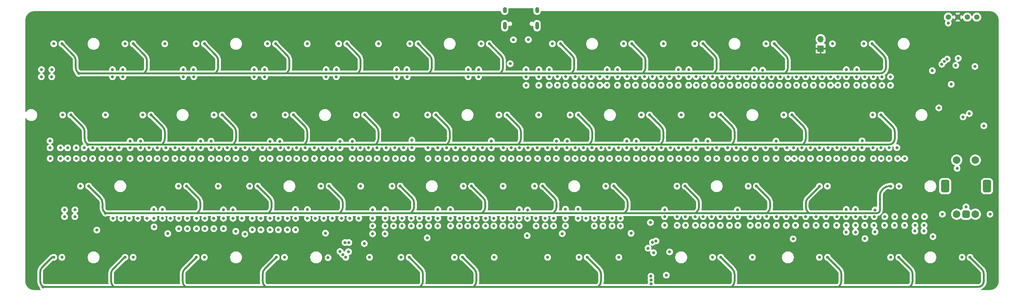
<source format=gbr>
%TF.GenerationSoftware,KiCad,Pcbnew,(7.0.0)*%
%TF.CreationDate,2024-01-20T18:02:58+01:00*%
%TF.ProjectId,oceanographer EC,6f636561-6e6f-4677-9261-706865722045,rev?*%
%TF.SameCoordinates,Original*%
%TF.FileFunction,Copper,L2,Inr*%
%TF.FilePolarity,Positive*%
%FSLAX46Y46*%
G04 Gerber Fmt 4.6, Leading zero omitted, Abs format (unit mm)*
G04 Created by KiCad (PCBNEW (7.0.0)) date 2024-01-20 18:02:58*
%MOMM*%
%LPD*%
G01*
G04 APERTURE LIST*
G04 Aperture macros list*
%AMRoundRect*
0 Rectangle with rounded corners*
0 $1 Rounding radius*
0 $2 $3 $4 $5 $6 $7 $8 $9 X,Y pos of 4 corners*
0 Add a 4 corners polygon primitive as box body*
4,1,4,$2,$3,$4,$5,$6,$7,$8,$9,$2,$3,0*
0 Add four circle primitives for the rounded corners*
1,1,$1+$1,$2,$3*
1,1,$1+$1,$4,$5*
1,1,$1+$1,$6,$7*
1,1,$1+$1,$8,$9*
0 Add four rect primitives between the rounded corners*
20,1,$1+$1,$2,$3,$4,$5,0*
20,1,$1+$1,$4,$5,$6,$7,0*
20,1,$1+$1,$6,$7,$8,$9,0*
20,1,$1+$1,$8,$9,$2,$3,0*%
G04 Aperture macros list end*
%TA.AperFunction,ComponentPad*%
%ADD10O,1.000000X1.600000*%
%TD*%
%TA.AperFunction,ComponentPad*%
%ADD11O,1.000000X2.100000*%
%TD*%
%TA.AperFunction,ComponentPad*%
%ADD12C,2.000000*%
%TD*%
%TA.AperFunction,ComponentPad*%
%ADD13RoundRect,0.550000X0.550000X-1.150000X0.550000X1.150000X-0.550000X1.150000X-0.550000X-1.150000X0*%
%TD*%
%TA.AperFunction,ComponentPad*%
%ADD14RoundRect,0.500000X0.500000X-0.500000X0.500000X0.500000X-0.500000X0.500000X-0.500000X-0.500000X0*%
%TD*%
%TA.AperFunction,ComponentPad*%
%ADD15C,1.397000*%
%TD*%
%TA.AperFunction,ComponentPad*%
%ADD16O,1.700000X1.700000*%
%TD*%
%TA.AperFunction,ComponentPad*%
%ADD17R,1.700000X1.700000*%
%TD*%
%TA.AperFunction,ViaPad*%
%ADD18C,0.800000*%
%TD*%
%TA.AperFunction,Conductor*%
%ADD19C,0.500000*%
%TD*%
G04 APERTURE END LIST*
D10*
%TO.N,GND*%
%TO.C,USB1*%
X146492499Y-42564999D03*
D11*
X146492499Y-46744999D03*
D10*
X155132499Y-42564999D03*
D11*
X155132499Y-46744999D03*
%TD*%
D12*
%TO.N,GND*%
%TO.C,SW2*%
X267375000Y-82693750D03*
%TO.N,KNOB_SW*%
X272375000Y-82693750D03*
D13*
%TO.N,N/C*%
X275475000Y-89693750D03*
X264275000Y-89693750D03*
D14*
%TO.N,GND*%
X269875000Y-97193750D03*
D12*
%TO.N,EncB*%
X272375000Y-97193750D03*
%TO.N,EncA*%
X267375000Y-97193750D03*
%TD*%
D15*
%TO.N,GND*%
%TO.C,OL1*%
X265122500Y-44450000D03*
%TO.N,VBAT*%
X267662500Y-44450000D03*
%TO.N,SCL*%
X270202500Y-44450000D03*
%TO.N,SDA*%
X272742500Y-44450000D03*
%TD*%
D16*
%TO.N,BOOT0*%
%TO.C,SW1*%
X230981249Y-50328749D03*
D17*
%TO.N,VBAT*%
X230981249Y-52868749D03*
%TD*%
D18*
%TO.N,GND*%
X148809682Y-50505781D03*
X77049890Y-82300000D03*
X123711240Y-100338422D03*
X112352563Y-79435133D03*
X116729831Y-98295126D03*
X163183721Y-77643155D03*
X213518750Y-79435133D03*
X228256493Y-79435133D03*
X150345330Y-100338422D03*
X27682372Y-82300000D03*
X136615208Y-98295126D03*
X99218750Y-108826788D03*
X228277664Y-82300000D03*
X222134633Y-82300000D03*
X202039296Y-60385133D03*
X173868387Y-60409453D03*
X49072189Y-79435133D03*
X148214869Y-100338422D03*
X95844935Y-98295126D03*
X73790535Y-98295126D03*
X169797033Y-79435133D03*
X176625489Y-62681880D03*
X152587081Y-96062450D03*
X206098370Y-82300000D03*
X95591742Y-82300000D03*
X67924184Y-79435133D03*
X41567294Y-60409453D03*
X90530236Y-101375519D03*
X237834027Y-100188422D03*
X216407336Y-82300000D03*
X233627006Y-60409453D03*
X229050877Y-62681880D03*
X114506988Y-98295126D03*
X197631287Y-79435133D03*
X46286017Y-79435133D03*
X139472608Y-60409453D03*
X224266497Y-100188422D03*
X221780243Y-97827580D03*
X36271756Y-82300000D03*
X71262416Y-98295126D03*
X222250000Y-62706250D03*
X59287932Y-98295126D03*
X240308122Y-95916915D03*
X170444526Y-100338422D03*
X98723907Y-58490937D03*
X22535134Y-60409453D03*
X174474264Y-79435133D03*
X172744337Y-98295126D03*
X54909102Y-95915457D03*
X162724831Y-95862006D03*
X245037325Y-79435133D03*
X138112500Y-79435133D03*
X237834027Y-97826060D03*
X110060256Y-79435133D03*
X114489728Y-100338422D03*
X213192702Y-62681880D03*
X248072573Y-100188422D03*
X272256250Y-57662500D03*
X208864415Y-60385133D03*
X227001170Y-97827580D03*
X145992027Y-100338422D03*
X229760159Y-100188422D03*
X155192055Y-79435133D03*
X167540574Y-82300000D03*
X200786687Y-82300000D03*
X186025587Y-79435133D03*
X245096320Y-82300000D03*
X74569558Y-79435133D03*
X39687500Y-70643750D03*
X147952911Y-56918545D03*
X105037316Y-98295126D03*
X195731714Y-58490937D03*
X235264874Y-82300000D03*
X166098963Y-98295126D03*
X37388733Y-101442631D03*
X119022138Y-98295126D03*
X64034628Y-98295126D03*
X121700057Y-82300000D03*
X155261783Y-82300000D03*
X152192201Y-60409453D03*
X98540424Y-102278326D03*
X159543750Y-98295126D03*
X210862596Y-79435133D03*
X136609169Y-100338422D03*
X179124943Y-77602867D03*
X161863676Y-102396389D03*
X223629110Y-103804637D03*
X183802744Y-79435133D03*
X114806952Y-79435133D03*
X146050000Y-82300000D03*
X31856122Y-79433788D03*
X58280512Y-82300000D03*
X247121743Y-79435133D03*
X192957132Y-58490937D03*
X212150515Y-100188422D03*
X134392365Y-98295126D03*
X143584746Y-98295126D03*
X93109937Y-79435133D03*
X82255863Y-58490937D03*
X177421568Y-98295126D03*
X162806905Y-62681880D03*
X70054408Y-79435133D03*
X224535727Y-62681880D03*
X138901476Y-100338422D03*
X197502529Y-100188422D03*
X104693961Y-107237289D03*
X181691261Y-82300000D03*
X169832881Y-82300000D03*
X258626546Y-101707353D03*
X239842373Y-79435133D03*
X223952866Y-82300000D03*
X186012349Y-60397151D03*
X134386326Y-100338422D03*
X221811883Y-100188422D03*
X111156545Y-95963572D03*
X230710882Y-79435133D03*
X27642283Y-79435133D03*
X204079019Y-97831250D03*
X95564326Y-79435133D03*
X179255423Y-62681880D03*
X72277251Y-79435133D03*
X173898454Y-58490937D03*
X216535343Y-100188422D03*
X57065089Y-98295126D03*
X98067778Y-98295126D03*
X105709060Y-77723332D03*
X192606104Y-100188422D03*
X81686052Y-82300000D03*
X249295307Y-79435133D03*
X105709060Y-82300000D03*
X43830461Y-98295126D03*
X177006250Y-108743750D03*
X265906250Y-62425000D03*
X270762500Y-70268750D03*
X158362474Y-60409453D03*
X54934865Y-98295126D03*
X173850907Y-62681880D03*
X112712500Y-51593750D03*
X120380315Y-60409453D03*
X242772098Y-60422405D03*
X250809663Y-97826060D03*
X237834027Y-95916915D03*
X83736611Y-82300000D03*
X168229187Y-98295126D03*
X63313903Y-60409453D03*
X111148995Y-100338422D03*
X225965910Y-82300000D03*
X107843979Y-82300000D03*
X188303385Y-62681880D03*
X70080351Y-82300000D03*
X49052144Y-77643155D03*
X181410073Y-60397151D03*
X142875000Y-82300000D03*
X167421033Y-60397151D03*
X126112689Y-98295126D03*
X274637500Y-73537500D03*
X121488398Y-100338422D03*
X226981632Y-60409453D03*
X25309716Y-60409453D03*
X171936183Y-60397151D03*
X158385083Y-62681880D03*
X85914957Y-98295126D03*
X135731250Y-79435133D03*
X108939380Y-105061699D03*
X143668750Y-108743750D03*
X152801924Y-50482469D03*
X235301487Y-97826060D03*
X62916674Y-82300000D03*
X117475000Y-70643750D03*
X199563869Y-97831250D03*
X83716567Y-79435133D03*
X100200488Y-79435133D03*
X256322806Y-97826060D03*
X136728093Y-58490937D03*
X237869983Y-58490937D03*
X157956250Y-79435133D03*
X98022391Y-82300000D03*
X201786712Y-97831250D03*
X179110426Y-79435133D03*
X189261869Y-95986181D03*
X160337500Y-79435133D03*
X119431325Y-82300000D03*
X216265166Y-79435133D03*
X33979449Y-82300000D03*
X167504726Y-79435133D03*
X219933451Y-62681880D03*
X128587500Y-79435133D03*
X114480303Y-102437685D03*
X253429867Y-100188422D03*
X139502675Y-58490937D03*
X233635883Y-62673816D03*
X111177086Y-98295126D03*
X55836209Y-79435133D03*
X232437770Y-97826060D03*
X188317894Y-79435133D03*
X141355865Y-100338422D03*
X128607586Y-82300000D03*
X208756250Y-97831250D03*
X199632753Y-100188422D03*
X152192201Y-58490937D03*
X179129167Y-82300000D03*
X88622203Y-82300000D03*
X83716567Y-101367493D03*
X126115338Y-100361639D03*
X31888966Y-82300000D03*
X267493750Y-84931250D03*
X195453579Y-82300000D03*
X219049025Y-79435133D03*
X93714711Y-98295126D03*
X189258185Y-100188422D03*
X101438355Y-60409453D03*
X197643750Y-77602867D03*
X90845046Y-82300000D03*
X233005070Y-82300000D03*
X176887584Y-79435133D03*
X242780975Y-62686768D03*
X24867701Y-79435133D03*
X210770813Y-82300000D03*
X223741343Y-79435133D03*
X231438279Y-62681880D03*
X163171097Y-82300000D03*
X74595501Y-82300000D03*
X208735952Y-96019226D03*
X100227904Y-82300000D03*
X146050000Y-89693750D03*
X125981769Y-82300000D03*
X157938638Y-82300000D03*
X157320908Y-98295126D03*
X155594066Y-62706250D03*
X136698026Y-60409453D03*
X142875000Y-79435133D03*
X130968750Y-79435133D03*
X119443114Y-79435133D03*
X65149602Y-79435133D03*
X133350000Y-79435133D03*
X267779472Y-55489048D03*
X211136532Y-60409453D03*
X146092292Y-79435133D03*
X203182470Y-82300000D03*
X64047319Y-101062834D03*
X44341876Y-60409453D03*
X167409181Y-62681880D03*
X265112500Y-46037500D03*
X174534088Y-82300000D03*
X240623375Y-62673816D03*
X160595914Y-60397151D03*
X78969871Y-101367493D03*
X79481281Y-58490937D03*
X197716317Y-62681880D03*
X105707189Y-79435133D03*
X190527499Y-60397151D03*
X100360085Y-98295126D03*
X141361904Y-98295126D03*
X177414064Y-100338422D03*
X117605733Y-60409453D03*
X197599224Y-82300000D03*
X190595692Y-62681880D03*
X90519645Y-95955546D03*
X199816453Y-60385133D03*
X155575000Y-70643750D03*
X188316546Y-82300000D03*
X51310973Y-82300000D03*
X44341876Y-58490937D03*
X72303194Y-82300000D03*
X79481281Y-60409453D03*
X183882125Y-60397151D03*
X76200000Y-98295126D03*
X186920091Y-104361624D03*
X81237726Y-98295126D03*
X74561737Y-101800444D03*
X235593289Y-62668807D03*
X192908850Y-62681880D03*
X46277562Y-77643155D03*
X142895044Y-77591048D03*
X195683432Y-62681880D03*
X55562500Y-51593750D03*
X186080542Y-62681880D03*
X160584062Y-62681880D03*
X172287270Y-82300000D03*
X242064321Y-82300000D03*
X107450636Y-98295126D03*
X148204904Y-82300000D03*
X247369631Y-60441886D03*
X240308122Y-101995009D03*
X176923432Y-82300000D03*
X263543563Y-97206211D03*
X25339783Y-58490937D03*
X260863876Y-58790882D03*
X162818757Y-60397151D03*
X131984333Y-98295126D03*
X175198726Y-98295126D03*
X222286737Y-60409453D03*
X200818750Y-77602867D03*
X211126022Y-62681880D03*
X227110734Y-100188422D03*
X194832396Y-100188422D03*
X93662500Y-51593750D03*
X114795163Y-82300000D03*
X219050545Y-82300000D03*
X200818750Y-79435133D03*
X119034009Y-100338422D03*
X261031450Y-103208307D03*
X155587892Y-60409453D03*
X28758921Y-96043750D03*
X245064405Y-60422405D03*
X58290598Y-79435133D03*
X229111856Y-60409453D03*
X117545600Y-58490937D03*
X249661938Y-60441886D03*
X217710608Y-62681880D03*
X219143805Y-97827580D03*
X209056586Y-62681880D03*
X46053304Y-98295126D03*
X125753594Y-103540415D03*
X193675000Y-70643750D03*
X38717239Y-79435133D03*
X219144941Y-100188422D03*
X50800000Y-98295126D03*
X197433645Y-97831250D03*
X111139570Y-102437685D03*
X172251422Y-79435133D03*
X86318223Y-77679494D03*
X251577023Y-82300000D03*
X201855596Y-100188422D03*
X65151197Y-77669471D03*
X224247845Y-97801605D03*
X81262178Y-101367493D03*
X162729423Y-100338422D03*
X214265380Y-97831250D03*
X49052144Y-82300000D03*
X253473180Y-82300000D03*
X52645727Y-98295126D03*
X68683481Y-101062834D03*
X171924331Y-62681880D03*
X138907515Y-98295126D03*
X41700237Y-98295126D03*
X88328277Y-98295126D03*
X125947668Y-79435133D03*
X138184344Y-82300000D03*
X206533408Y-97831250D03*
X249291244Y-82300000D03*
X107950000Y-89693750D03*
X93137353Y-82300000D03*
X86464563Y-79435133D03*
X68670790Y-98295126D03*
X121476527Y-98295126D03*
X121665956Y-79435133D03*
X195408445Y-79435133D03*
X206115900Y-79435133D03*
X159547783Y-100338422D03*
X242076203Y-77569754D03*
X276296772Y-97202639D03*
X56356250Y-102393750D03*
X206764279Y-62681880D03*
X166104909Y-95862006D03*
X250721998Y-100188422D03*
X150355470Y-95968909D03*
X148220908Y-98295126D03*
X225964186Y-79435133D03*
X248160238Y-97826060D03*
X165281883Y-79435133D03*
X183950318Y-62681880D03*
X239901369Y-82300000D03*
X155617959Y-58490937D03*
X189706250Y-113506250D03*
X204147903Y-100188422D03*
X33970543Y-79435133D03*
X172736833Y-100338422D03*
X231334699Y-60409453D03*
X24907790Y-82300000D03*
X213550112Y-82300000D03*
X101498489Y-58490937D03*
X62926760Y-79435133D03*
X77023947Y-79435133D03*
X29596659Y-82300000D03*
X148222516Y-79435133D03*
X204511348Y-60385133D03*
X128579432Y-100338422D03*
X208858171Y-100188422D03*
X240644565Y-58490937D03*
X60500329Y-82300000D03*
X235347044Y-79435133D03*
X190772283Y-79435133D03*
X117264162Y-82300000D03*
X215489599Y-60409453D03*
X114536623Y-95963572D03*
X133370086Y-82300000D03*
X229749383Y-97826060D03*
X170452030Y-98295126D03*
X152574212Y-98295126D03*
X52619964Y-95915457D03*
X212725000Y-108743750D03*
X110066822Y-82300000D03*
X61580239Y-98295126D03*
X199939160Y-62681880D03*
X157324941Y-100338422D03*
X217781906Y-60409453D03*
X214312500Y-100188422D03*
X188235192Y-60397151D03*
X63253770Y-58490937D03*
X55826123Y-82300000D03*
X169632024Y-62681880D03*
X82255863Y-60409453D03*
X247161314Y-82300000D03*
X256235141Y-100188422D03*
X46277562Y-82300000D03*
X150351369Y-98295126D03*
X232933724Y-79435133D03*
X258652521Y-100188422D03*
X38726145Y-82300000D03*
X79246789Y-79435133D03*
X256209166Y-101702172D03*
X213266756Y-60409453D03*
X150427747Y-82300000D03*
X31520140Y-97831250D03*
X102425201Y-82300000D03*
X24859503Y-77563260D03*
X85939409Y-101367493D03*
X232468028Y-100188422D03*
X71261092Y-101052119D03*
X48345611Y-98295126D03*
X249670815Y-62706249D03*
X195701647Y-60409453D03*
X251395200Y-79382599D03*
X215593470Y-62681880D03*
X88594787Y-79435133D03*
X165278957Y-62681880D03*
X90551119Y-98295126D03*
X169643876Y-60397151D03*
X140493750Y-79435133D03*
X240308122Y-100188422D03*
X107837413Y-79435133D03*
X253517532Y-97826060D03*
X130988836Y-82300000D03*
X43353401Y-79435133D03*
X160269340Y-82300000D03*
X22565201Y-58490937D03*
X193096370Y-82300000D03*
X165317731Y-82300000D03*
X66270161Y-101062834D03*
X220156513Y-60409453D03*
X145998066Y-98295126D03*
X53533816Y-82300000D03*
X193019315Y-60385133D03*
X176642969Y-60409453D03*
X269081250Y-71156250D03*
X262603028Y-68745312D03*
X59300623Y-101062834D03*
X60513440Y-79435133D03*
X61592930Y-101062834D03*
X131986980Y-100338422D03*
X53543902Y-79435133D03*
X83692115Y-98295126D03*
X83736611Y-77691270D03*
X40948987Y-82300000D03*
X117029794Y-79435133D03*
X69850000Y-89693750D03*
X29563815Y-79433788D03*
X163151659Y-79435133D03*
X213262153Y-58583541D03*
X181478266Y-62681880D03*
X237537665Y-82300000D03*
X242063215Y-79435133D03*
X189253211Y-97830389D03*
X152489007Y-102930903D03*
X36262850Y-79435133D03*
X219063542Y-77637974D03*
X93726750Y-95955546D03*
X78945419Y-98295126D03*
X90817630Y-79435133D03*
X112364880Y-82300000D03*
X41567294Y-58490937D03*
X242773722Y-100188422D03*
X128590147Y-98295126D03*
X86318223Y-82300000D03*
X165290809Y-60397151D03*
X131970970Y-95936846D03*
X224509580Y-60409453D03*
X245228336Y-100188422D03*
X235584412Y-60404444D03*
X65191285Y-82300000D03*
X157956250Y-108743750D03*
X183801396Y-82300000D03*
X206641572Y-60385133D03*
X123699369Y-98295126D03*
X186024239Y-82300000D03*
X194828947Y-97831250D03*
X154870552Y-100338422D03*
X237885596Y-62668807D03*
X258740186Y-97826060D03*
X235273302Y-100188422D03*
X202411212Y-62681880D03*
X154866519Y-98295126D03*
X110331250Y-108743750D03*
X60539321Y-60409453D03*
X247378508Y-62706249D03*
X81660109Y-79435133D03*
X175191222Y-100338422D03*
X206602292Y-100188422D03*
X60479188Y-58490937D03*
X120320182Y-58490937D03*
X192606104Y-97831250D03*
X245531474Y-101940438D03*
X135937528Y-82300000D03*
X150445359Y-79435133D03*
X121672222Y-77370559D03*
X240614498Y-60409453D03*
X215479149Y-58651957D03*
X51321059Y-79435133D03*
X237876719Y-60404444D03*
X67925779Y-77651181D03*
X204541436Y-62681880D03*
X40940081Y-79435133D03*
X116741702Y-100338422D03*
X269875000Y-95250000D03*
X245073282Y-62686768D03*
X76983651Y-102533882D03*
X71240489Y-96011687D03*
X152737666Y-79435133D03*
X176673036Y-58490937D03*
X240308122Y-97826060D03*
X28745558Y-97849540D03*
X102425201Y-77723332D03*
X179187230Y-60397151D03*
X216507367Y-97801605D03*
X208408207Y-79435133D03*
X73818750Y-96011687D03*
X162724086Y-98295126D03*
X222003239Y-79435133D03*
X192995125Y-79435133D03*
X242861387Y-97826060D03*
X188912500Y-51593750D03*
X245539042Y-96054045D03*
X128590892Y-95936846D03*
X212135156Y-97831250D03*
X242832510Y-103732969D03*
X98663773Y-60409453D03*
X190778123Y-82300000D03*
X31533503Y-96025460D03*
X160369562Y-77643155D03*
X181672520Y-79435133D03*
X143578707Y-100338422D03*
X152720054Y-82300000D03*
X181670469Y-77628842D03*
X102423330Y-79435133D03*
X245316001Y-97826060D03*
X190586707Y-107282897D03*
X79375000Y-70643750D03*
X97787168Y-79435133D03*
X158392541Y-58490937D03*
X102814474Y-98295126D03*
X197686229Y-60385133D03*
X180278997Y-102296003D03*
X234156250Y-51593750D03*
X43362307Y-82300000D03*
X140513836Y-82300000D03*
X226758570Y-62681880D03*
X237834027Y-101995009D03*
X208390677Y-82300000D03*
X203200000Y-79435133D03*
X52689663Y-100596932D03*
X237569886Y-79435133D03*
X230758253Y-82300000D03*
X66257470Y-98295126D03*
X152192201Y-62706250D03*
X67965867Y-82300000D03*
X88352729Y-101367493D03*
%TO.N,VBAT*%
X269432273Y-58640356D03*
X146747686Y-62795006D03*
X258069839Y-62448165D03*
X183356250Y-102393750D03*
X272610512Y-65952844D03*
X262400101Y-66027718D03*
X270668750Y-46037500D03*
X230981250Y-54415051D03*
X267493750Y-46037500D03*
X101600000Y-102393750D03*
X269717848Y-65899500D03*
X262379059Y-58883908D03*
%TO.N,ROW3*%
X44918741Y-108730670D03*
X168547654Y-108741876D03*
X25868741Y-108730670D03*
X120922654Y-108741876D03*
X135210154Y-108741876D03*
X251891404Y-108741876D03*
X232841404Y-108741876D03*
X23018750Y-116681250D03*
X270941404Y-108741876D03*
X63968741Y-108730670D03*
X204266404Y-108741876D03*
X85399991Y-108730670D03*
%TO.N,ROW0*%
X123303904Y-51591876D03*
X85203904Y-51591876D03*
X47103904Y-51591876D03*
X180453904Y-51591876D03*
X199503904Y-51591876D03*
X142353904Y-51591876D03*
X66153904Y-51591876D03*
X218553904Y-51591876D03*
X28053904Y-51591876D03*
X32543750Y-59531250D03*
X161403904Y-51591876D03*
X104253904Y-51591876D03*
X244747654Y-51591876D03*
%TO.N,COL10*%
X216368741Y-51580670D03*
X221131241Y-70630670D03*
X232794418Y-89684213D03*
X249706241Y-108730670D03*
%TO.N,COL11*%
X268825324Y-108728313D03*
X244943741Y-70630670D03*
X251943759Y-89706830D03*
X242562491Y-51580670D03*
%TO.N,BOOT0*%
X267130747Y-57366501D03*
%TO.N,COL0*%
X28249991Y-70630670D03*
X25868741Y-51580670D03*
X28053904Y-108741876D03*
X33012491Y-89680670D03*
%TO.N,COL3*%
X83018741Y-51580670D03*
X87781241Y-70630670D03*
X87585154Y-108741876D03*
X97306241Y-89680670D03*
%TO.N,COL2*%
X68731241Y-70630670D03*
X78256241Y-89680670D03*
X63968741Y-51580670D03*
X66153904Y-108741876D03*
%TO.N,COL1*%
X44918741Y-51580670D03*
X59206241Y-89680670D03*
X47103904Y-108741876D03*
X49681241Y-70630670D03*
%TO.N,COL4*%
X118737491Y-108730670D03*
X106831241Y-70630670D03*
X116356241Y-89680670D03*
X102068741Y-51580670D03*
%TO.N,COL5*%
X135406241Y-89680670D03*
X125881241Y-70630670D03*
X133024991Y-108730670D03*
X121118741Y-51580670D03*
%TO.N,COL8*%
X192556241Y-89680670D03*
X183031241Y-70630670D03*
X202081241Y-108730670D03*
X178268741Y-51580670D03*
%TO.N,COL7*%
X163981241Y-70630670D03*
X173506241Y-89680670D03*
X166362491Y-108730670D03*
X159218741Y-51580670D03*
%TO.N,COL6*%
X140168741Y-51580670D03*
X154456241Y-89680670D03*
X144931241Y-70630670D03*
%TO.N,COL9*%
X186295180Y-107515485D03*
X184817656Y-106293250D03*
X197318741Y-51580670D03*
X230656241Y-108730670D03*
X211606241Y-89680670D03*
X202081241Y-70630670D03*
%TO.N,APLEX_EN_PIN_0*%
X103775497Y-104775000D03*
X185471006Y-99411750D03*
%TO.N,AMUX_SEL_2*%
X185589493Y-113795130D03*
X103981250Y-108743750D03*
X264834611Y-55674500D03*
%TO.N,AMUX_SEL_1*%
X185613623Y-114810038D03*
X264026059Y-56262078D03*
X103187500Y-107985560D03*
%TO.N,AMUX_SEL_0*%
X102426596Y-107173511D03*
X185632445Y-115831750D03*
X263404497Y-57044808D03*
%TO.N,APLEX_OUT_PIN_0*%
X185990186Y-104728067D03*
X104775000Y-104775000D03*
%TO.N,ROW2*%
X156641404Y-89691876D03*
X249758596Y-89695624D03*
X230676608Y-89718931D03*
X137591404Y-89691876D03*
X80441404Y-89691876D03*
X194741404Y-89691876D03*
X175691404Y-89691876D03*
X213791404Y-89691876D03*
X99491404Y-89691876D03*
X35197654Y-89691876D03*
X61391404Y-89691876D03*
X118541404Y-89691876D03*
X39687500Y-96930267D03*
%TO.N,ROW1*%
X147116404Y-70641876D03*
X204266404Y-70641876D03*
X166166404Y-70641876D03*
X185216404Y-70641876D03*
X30435154Y-70641876D03*
X223316404Y-70641876D03*
X34925000Y-78581250D03*
X89966404Y-70641876D03*
X128066404Y-70641876D03*
X109016404Y-70641876D03*
X247128904Y-70641876D03*
X70916404Y-70641876D03*
X51866404Y-70641876D03*
%TD*%
D19*
%TO.N,ROW3*%
X207962500Y-113266399D02*
X207962500Y-115059073D01*
X60325000Y-113266399D02*
X60325000Y-115059073D01*
X23018750Y-116681250D02*
X83343750Y-116681250D01*
X232841404Y-108741876D02*
X235951714Y-111852186D01*
X251891404Y-108741876D02*
X255001714Y-111852186D01*
X60910786Y-111852186D02*
X64021096Y-108741876D01*
X82550000Y-116681250D02*
X83343750Y-116681250D01*
X23018750Y-116681250D02*
X22810786Y-116473286D01*
X236537500Y-113266399D02*
X236537500Y-115059073D01*
X41178023Y-113249199D02*
X41178023Y-115041873D01*
X204266404Y-108741876D02*
X207376714Y-111852186D01*
X270941404Y-108741876D02*
X274051713Y-111852185D01*
X138906250Y-113266399D02*
X138906250Y-115059073D01*
X171657963Y-116473287D02*
X171450000Y-116681250D01*
X82342037Y-116473287D02*
X82550000Y-116681250D01*
X168547654Y-108741876D02*
X171657964Y-111852186D01*
X274637500Y-113266399D02*
X274637500Y-115093750D01*
X124032963Y-116473287D02*
X123825000Y-116681250D01*
X255587500Y-113266399D02*
X255587500Y-115059073D01*
X60910787Y-116473287D02*
X61118750Y-116681250D01*
X135210154Y-108741876D02*
X138320464Y-111852186D01*
X172243750Y-113266399D02*
X172243750Y-115059073D01*
X25413080Y-108730670D02*
X25868741Y-108730670D01*
X41763809Y-111834986D02*
X44874119Y-108724676D01*
X273050000Y-116681250D02*
X83343750Y-116681250D01*
X120922654Y-108741876D02*
X124032964Y-111852186D01*
X124618750Y-113266399D02*
X124618750Y-115059073D01*
X81756250Y-113202838D02*
X81756250Y-115059073D01*
X22225000Y-115059073D02*
X22225000Y-112747177D01*
X85399991Y-108730670D02*
X82342036Y-111788625D01*
X138320463Y-116473287D02*
X138112500Y-116681250D01*
X22810787Y-111332963D02*
X25413080Y-108730670D01*
X41178036Y-115041873D02*
G75*
G03*
X41763810Y-116456087I1999964J-27D01*
G01*
X138906265Y-113266399D02*
G75*
G03*
X138320464Y-111852186I-1999965J-1D01*
G01*
X22810798Y-111332974D02*
G75*
G03*
X22225000Y-112747177I1414202J-1414226D01*
G01*
X82342027Y-111788616D02*
G75*
G03*
X81756250Y-113202838I1414173J-1414184D01*
G01*
X60325020Y-115059073D02*
G75*
G03*
X60910788Y-116473286I1999980J-27D01*
G01*
X236537500Y-113266399D02*
G75*
G03*
X235951714Y-111852186I-2000000J-1D01*
G01*
X274637500Y-113266399D02*
G75*
G03*
X274051713Y-111852185I-2000000J-1D01*
G01*
X273050000Y-116681200D02*
G75*
G03*
X274637500Y-115093750I0J1587500D01*
G01*
X255001727Y-116473301D02*
G75*
G03*
X255587500Y-115059073I-1414227J1414201D01*
G01*
X60910786Y-111852186D02*
G75*
G03*
X60325000Y-113266399I1414214J-1414214D01*
G01*
X207376727Y-116473301D02*
G75*
G03*
X207962500Y-115059073I-1414227J1414201D01*
G01*
X171657966Y-116473290D02*
G75*
G03*
X172243750Y-115059073I-1414166J1414190D01*
G01*
X138320466Y-116473290D02*
G75*
G03*
X138906250Y-115059073I-1414166J1414190D01*
G01*
X22225020Y-115059073D02*
G75*
G03*
X22810787Y-116473285I1999980J-27D01*
G01*
X235951727Y-116473301D02*
G75*
G03*
X236537500Y-115059073I-1414227J1414201D01*
G01*
X255587500Y-113266399D02*
G75*
G03*
X255001714Y-111852186I-2000000J-1D01*
G01*
X124618765Y-113266399D02*
G75*
G03*
X124032964Y-111852186I-1999965J-1D01*
G01*
X172243765Y-113266399D02*
G75*
G03*
X171657964Y-111852186I-1999965J-1D01*
G01*
X207962500Y-113266399D02*
G75*
G03*
X207376714Y-111852186I-2000000J-1D01*
G01*
X124032966Y-116473290D02*
G75*
G03*
X124618750Y-115059073I-1414166J1414190D01*
G01*
X81756255Y-115059073D02*
G75*
G03*
X82342037Y-116473287I1999945J-27D01*
G01*
X41763814Y-111834991D02*
G75*
G03*
X41178023Y-113249199I1414186J-1414209D01*
G01*
%TO.N,ROW0*%
X88900000Y-56116399D02*
X88900000Y-57909073D01*
X247857963Y-54702185D02*
X244747654Y-51591876D01*
X180453904Y-51591876D02*
X183564214Y-54702186D01*
X69850000Y-56116399D02*
X69850000Y-57909073D01*
X221456250Y-59531250D02*
X246856250Y-59531250D01*
X161403904Y-51591876D02*
X164514214Y-54702186D01*
X66153904Y-51591876D02*
X69264214Y-54702186D01*
X28053904Y-51591876D02*
X31164214Y-54702186D01*
X146050000Y-56116399D02*
X146050000Y-57909073D01*
X32543750Y-59531250D02*
X221456250Y-59531250D01*
X123303904Y-51591876D02*
X126414214Y-54702186D01*
X222250000Y-56116399D02*
X222250000Y-57909073D01*
X32335787Y-59323287D02*
X32543750Y-59531250D01*
X50214213Y-59323287D02*
X50006250Y-59531250D01*
X107364213Y-59323287D02*
X107156250Y-59531250D01*
X47103904Y-51591876D02*
X50214214Y-54702186D01*
X142353904Y-51591876D02*
X145464214Y-54702186D01*
X50800000Y-56116399D02*
X50800000Y-57909073D01*
X203200000Y-56116399D02*
X203200000Y-57909073D01*
X69264213Y-59323287D02*
X69056250Y-59531250D01*
X221664213Y-59323287D02*
X221456250Y-59531250D01*
X248443750Y-57943750D02*
X248443750Y-56116399D01*
X85203904Y-51591876D02*
X88314214Y-54702186D01*
X126414213Y-59323287D02*
X126206250Y-59531250D01*
X127000000Y-56116399D02*
X127000000Y-57909073D01*
X88314213Y-59323287D02*
X88106250Y-59531250D01*
X218553904Y-51591876D02*
X221664214Y-54702186D01*
X104253904Y-51591876D02*
X107364214Y-54702186D01*
X184150000Y-56116399D02*
X184150000Y-57909073D01*
X199503904Y-51591876D02*
X202614214Y-54702186D01*
X31750000Y-56116399D02*
X31750000Y-57909073D01*
X107950000Y-56116399D02*
X107950000Y-57909073D01*
X165100000Y-56116399D02*
X165100000Y-57909073D01*
X107950000Y-56116399D02*
G75*
G03*
X107364214Y-54702186I-2000000J-1D01*
G01*
X203200000Y-56116399D02*
G75*
G03*
X202614214Y-54702186I-2000000J-1D01*
G01*
X146050000Y-56116399D02*
G75*
G03*
X145464214Y-54702186I-2000000J-1D01*
G01*
X248443765Y-56116399D02*
G75*
G03*
X247857963Y-54702185I-1999965J-1D01*
G01*
X31750000Y-56116399D02*
G75*
G03*
X31164214Y-54702186I-2000000J-1D01*
G01*
X126414227Y-59323301D02*
G75*
G03*
X127000000Y-57909073I-1414227J1414201D01*
G01*
X107364227Y-59323301D02*
G75*
G03*
X107950000Y-57909073I-1414227J1414201D01*
G01*
X165100000Y-56116399D02*
G75*
G03*
X164514214Y-54702186I-2000000J-1D01*
G01*
X183564227Y-59323301D02*
G75*
G03*
X184150000Y-57909073I-1414227J1414201D01*
G01*
X145464227Y-59323301D02*
G75*
G03*
X146050000Y-57909073I-1414227J1414201D01*
G01*
X69850000Y-56116399D02*
G75*
G03*
X69264214Y-54702186I-2000000J-1D01*
G01*
X69264227Y-59323301D02*
G75*
G03*
X69850000Y-57909073I-1414227J1414201D01*
G01*
X50800000Y-56116399D02*
G75*
G03*
X50214214Y-54702186I-2000000J-1D01*
G01*
X127000000Y-56116399D02*
G75*
G03*
X126414214Y-54702186I-2000000J-1D01*
G01*
X88314227Y-59323301D02*
G75*
G03*
X88900000Y-57909073I-1414227J1414201D01*
G01*
X50214227Y-59323301D02*
G75*
G03*
X50800000Y-57909073I-1414227J1414201D01*
G01*
X221664227Y-59323301D02*
G75*
G03*
X222250000Y-57909073I-1414227J1414201D01*
G01*
X202614227Y-59323301D02*
G75*
G03*
X203200000Y-57909073I-1414227J1414201D01*
G01*
X31750020Y-57909073D02*
G75*
G03*
X32335788Y-59323286I1999980J-27D01*
G01*
X246856250Y-59531250D02*
G75*
G03*
X248443750Y-57943750I-50J1587550D01*
G01*
X88900000Y-56116399D02*
G75*
G03*
X88314214Y-54702186I-2000000J-1D01*
G01*
X222250000Y-56116399D02*
G75*
G03*
X221664214Y-54702186I-2000000J-1D01*
G01*
X164514227Y-59323301D02*
G75*
G03*
X165100000Y-57909073I-1414227J1414201D01*
G01*
X184150000Y-56116399D02*
G75*
G03*
X183564214Y-54702186I-2000000J-1D01*
G01*
%TO.N,ROW2*%
X121443750Y-96837500D02*
X121651714Y-96629536D01*
X194741404Y-89691876D02*
X197851714Y-92802186D01*
X103187500Y-94216399D02*
X103187500Y-95215323D01*
X159543750Y-96930267D02*
X159543750Y-96837500D01*
X64293750Y-96837500D02*
X64501714Y-96629536D01*
X83343750Y-96930267D02*
X64293750Y-96930267D01*
X102393750Y-96930267D02*
X83343750Y-96930267D01*
X80441404Y-89691876D02*
X83551714Y-92802186D01*
X175691404Y-89691876D02*
X178801714Y-92802186D01*
X160337500Y-94216399D02*
X160337500Y-95215323D01*
X118541404Y-89691876D02*
X121651714Y-92802186D01*
X216693750Y-96930267D02*
X197643750Y-96930267D01*
X230676608Y-89718931D02*
X230676608Y-89780545D01*
X177800000Y-96930267D02*
X159543750Y-96930267D01*
X38893750Y-95250000D02*
X38893750Y-94216399D01*
X137591404Y-89691876D02*
X140701714Y-92802186D01*
X227012500Y-94273080D02*
X227012500Y-95215323D01*
X159543750Y-96930267D02*
X140493750Y-96930267D01*
X140493750Y-96930267D02*
X121443750Y-96930267D01*
X216693750Y-96837500D02*
X216901714Y-96629536D01*
X156641404Y-89691876D02*
X159751714Y-92802186D01*
X64293750Y-96930267D02*
X39687500Y-96930267D01*
X213791404Y-89691876D02*
X216901714Y-92802186D01*
X141287500Y-94216399D02*
X141287500Y-95215323D01*
X84137500Y-94216399D02*
X84137500Y-95215323D01*
X140493750Y-96930267D02*
X140493750Y-96837500D01*
X249285257Y-89680670D02*
X249706241Y-89680670D01*
X227598287Y-96629537D02*
X227806250Y-96837500D01*
X197643750Y-96837500D02*
X197851714Y-96629536D01*
X61391404Y-89691876D02*
X64501714Y-92802186D01*
X197643750Y-96930267D02*
X197643750Y-96837500D01*
X227806250Y-96837500D02*
X227806250Y-96930267D01*
X102393750Y-96837500D02*
X102601714Y-96629536D01*
X121443750Y-96930267D02*
X121443750Y-96837500D01*
X159543750Y-96837500D02*
X159751714Y-96629536D01*
X140493750Y-96837500D02*
X140701714Y-96629536D01*
X122237500Y-94216399D02*
X122237500Y-95215323D01*
X99491404Y-89691876D02*
X102601714Y-92802186D01*
X102393750Y-96930267D02*
X102393750Y-96837500D01*
X247442037Y-90695463D02*
X247871044Y-90266456D01*
X246856250Y-96043750D02*
X246856250Y-92109677D01*
X83343750Y-96837500D02*
X83551714Y-96629536D01*
X179387500Y-94216399D02*
X179387500Y-95215323D01*
X217487500Y-94216399D02*
X217487500Y-95215323D01*
X197643750Y-96930267D02*
X177800000Y-96930267D01*
X39687500Y-96930267D02*
X39479536Y-96722303D01*
X64293750Y-96930267D02*
X64293750Y-96837500D01*
X177800000Y-96930267D02*
X178500983Y-96930267D01*
X227806250Y-96930267D02*
X245969733Y-96930267D01*
X65087500Y-94216399D02*
X65087500Y-95215323D01*
X83343750Y-96930267D02*
X83343750Y-96837500D01*
X216693750Y-96930267D02*
X227806250Y-96930267D01*
X38893750Y-95308090D02*
X38893750Y-95250000D01*
X121443750Y-96930267D02*
X102393750Y-96930267D01*
X230676608Y-89780545D02*
X227598286Y-92858867D01*
X38307963Y-92802185D02*
X35197654Y-89691876D01*
X216693750Y-96930267D02*
X216693750Y-96837500D01*
X178500983Y-96930267D02*
X178801714Y-96629536D01*
X198437500Y-94216399D02*
X198437500Y-95215323D01*
X245969733Y-96930250D02*
G75*
G03*
X246856250Y-96043750I-33J886550D01*
G01*
X83551703Y-96629525D02*
G75*
G03*
X84137500Y-95215323I-1414203J1414225D01*
G01*
X159751703Y-96629525D02*
G75*
G03*
X160337500Y-95215323I-1414203J1414225D01*
G01*
X102601703Y-96629525D02*
G75*
G03*
X103187500Y-95215323I-1414203J1414225D01*
G01*
X122237500Y-94216399D02*
G75*
G03*
X121651714Y-92802186I-2000000J-1D01*
G01*
X160337500Y-94216399D02*
G75*
G03*
X159751714Y-92802186I-2000000J-1D01*
G01*
X103187500Y-94216399D02*
G75*
G03*
X102601714Y-92802186I-2000000J-1D01*
G01*
X121651703Y-96629525D02*
G75*
G03*
X122237500Y-95215323I-1414203J1414225D01*
G01*
X179387500Y-94216399D02*
G75*
G03*
X178801714Y-92802186I-2000000J-1D01*
G01*
X227598296Y-92858877D02*
G75*
G03*
X227012500Y-94273080I1414204J-1414223D01*
G01*
X198437500Y-94216399D02*
G75*
G03*
X197851714Y-92802186I-2000000J-1D01*
G01*
X140701703Y-96629525D02*
G75*
G03*
X141287500Y-95215323I-1414203J1414225D01*
G01*
X197851703Y-96629525D02*
G75*
G03*
X198437500Y-95215323I-1414203J1414225D01*
G01*
X38893765Y-94216399D02*
G75*
G03*
X38307963Y-92802185I-1999965J-1D01*
G01*
X65087500Y-94216399D02*
G75*
G03*
X64501714Y-92802186I-2000000J-1D01*
G01*
X247442059Y-90695485D02*
G75*
G03*
X246856250Y-92109677I1414141J-1414215D01*
G01*
X64501703Y-96629525D02*
G75*
G03*
X65087500Y-95215323I-1414203J1414225D01*
G01*
X141287500Y-94216399D02*
G75*
G03*
X140701714Y-92802186I-2000000J-1D01*
G01*
X217487500Y-94216399D02*
G75*
G03*
X216901714Y-92802186I-2000000J-1D01*
G01*
X38893743Y-95308090D02*
G75*
G03*
X39479536Y-96722303I1999957J-10D01*
G01*
X178801703Y-96629525D02*
G75*
G03*
X179387500Y-95215323I-1414203J1414225D01*
G01*
X249285257Y-89680649D02*
G75*
G03*
X247871044Y-90266456I43J-2000051D01*
G01*
X216901703Y-96629525D02*
G75*
G03*
X217487500Y-95215323I-1414203J1414225D01*
G01*
X84137500Y-94216399D02*
G75*
G03*
X83551714Y-92802186I-2000000J-1D01*
G01*
X227012484Y-95215323D02*
G75*
G03*
X227598287Y-96629537I2000016J23D01*
G01*
%TO.N,ROW1*%
X250825000Y-76959073D02*
X250825000Y-75166399D01*
X128066404Y-70641876D02*
X131176714Y-73752186D01*
X131762500Y-75166399D02*
X131762500Y-76959073D01*
X30435154Y-70641876D02*
X33545464Y-73752186D01*
X223316404Y-70641876D02*
X226426714Y-73752186D01*
X204266404Y-70641876D02*
X207376714Y-73752186D01*
X250239213Y-73752185D02*
X247128904Y-70641876D01*
X227012500Y-75166399D02*
X227012500Y-76959073D01*
X34131250Y-75166399D02*
X34131250Y-76959073D01*
X131176713Y-78373287D02*
X130968750Y-78581250D01*
X93662500Y-75166399D02*
X93662500Y-76959073D01*
X109016404Y-70641876D02*
X112126714Y-73752186D01*
X51866404Y-70641876D02*
X54976714Y-73752186D01*
X74612500Y-75166399D02*
X74612500Y-76959073D01*
X147116404Y-70641876D02*
X150226714Y-73752186D01*
X166166404Y-70641876D02*
X169276714Y-73752186D01*
X54976713Y-78373287D02*
X54768750Y-78581250D01*
X89966404Y-70641876D02*
X93076714Y-73752186D01*
X70916404Y-70641876D02*
X74026714Y-73752186D01*
X169862500Y-75166399D02*
X169862500Y-76959073D01*
X185216404Y-70641876D02*
X188326714Y-73752186D01*
X55562500Y-75166399D02*
X55562500Y-76959073D01*
X150812500Y-75166399D02*
X150812500Y-76959073D01*
X188912500Y-75166399D02*
X188912500Y-76959073D01*
X112712500Y-75166399D02*
X112712500Y-76959073D01*
X207962500Y-75166399D02*
X207962500Y-76959073D01*
X34717037Y-78373287D02*
X34925000Y-78581250D01*
X34925000Y-78581250D02*
X249202823Y-78581250D01*
X74026713Y-78373287D02*
X73818750Y-78581250D01*
X112126713Y-78373287D02*
X111918750Y-78581250D01*
X93076713Y-78373287D02*
X92868750Y-78581250D01*
X169276727Y-78373301D02*
G75*
G03*
X169862500Y-76959073I-1414227J1414201D01*
G01*
X207376727Y-78373301D02*
G75*
G03*
X207962500Y-76959073I-1414227J1414201D01*
G01*
X93662500Y-75166399D02*
G75*
G03*
X93076714Y-73752186I-2000000J-1D01*
G01*
X249202823Y-78581300D02*
G75*
G03*
X250825000Y-76959073I-23J1622200D01*
G01*
X112712500Y-75166399D02*
G75*
G03*
X112126714Y-73752186I-2000000J-1D01*
G01*
X131176727Y-78373301D02*
G75*
G03*
X131762500Y-76959073I-1414227J1414201D01*
G01*
X74612500Y-75166399D02*
G75*
G03*
X74026714Y-73752186I-2000000J-1D01*
G01*
X250825000Y-75166399D02*
G75*
G03*
X250239213Y-73752185I-2000000J-1D01*
G01*
X227012500Y-75166399D02*
G75*
G03*
X226426714Y-73752186I-2000000J-1D01*
G01*
X55562500Y-75166399D02*
G75*
G03*
X54976714Y-73752186I-2000000J-1D01*
G01*
X112126727Y-78373301D02*
G75*
G03*
X112712500Y-76959073I-1414227J1414201D01*
G01*
X188326727Y-78373301D02*
G75*
G03*
X188912500Y-76959073I-1414227J1414201D01*
G01*
X188912500Y-75166399D02*
G75*
G03*
X188326714Y-73752186I-2000000J-1D01*
G01*
X74026727Y-78373301D02*
G75*
G03*
X74612500Y-76959073I-1414227J1414201D01*
G01*
X54976727Y-78373301D02*
G75*
G03*
X55562500Y-76959073I-1414227J1414201D01*
G01*
X226426727Y-78373301D02*
G75*
G03*
X227012500Y-76959073I-1414227J1414201D01*
G01*
X34131265Y-75166399D02*
G75*
G03*
X33545464Y-73752186I-1999965J-1D01*
G01*
X169862500Y-75166399D02*
G75*
G03*
X169276714Y-73752186I-2000000J-1D01*
G01*
X150812500Y-75166399D02*
G75*
G03*
X150226714Y-73752186I-2000000J-1D01*
G01*
X150226727Y-78373301D02*
G75*
G03*
X150812500Y-76959073I-1414227J1414201D01*
G01*
X207962500Y-75166399D02*
G75*
G03*
X207376714Y-73752186I-2000000J-1D01*
G01*
X34131255Y-76959073D02*
G75*
G03*
X34717037Y-78373287I1999945J-27D01*
G01*
X93076727Y-78373301D02*
G75*
G03*
X93662500Y-76959073I-1414227J1414201D01*
G01*
X131762500Y-75166399D02*
G75*
G03*
X131176714Y-73752186I-2000000J-1D01*
G01*
%TD*%
%TA.AperFunction,Conductor*%
%TO.N,VBAT*%
G36*
X154070000Y-42085863D02*
G01*
X154115387Y-42131250D01*
X154132000Y-42193250D01*
X154132000Y-42915742D01*
X154132316Y-42918853D01*
X154132317Y-42918865D01*
X154145784Y-43051292D01*
X154147426Y-43067438D01*
X154168164Y-43133536D01*
X154191143Y-43206776D01*
X154208341Y-43261588D01*
X154211392Y-43267086D01*
X154211394Y-43267089D01*
X154288848Y-43406634D01*
X154307091Y-43439502D01*
X154311184Y-43444270D01*
X154311185Y-43444271D01*
X154342537Y-43480791D01*
X154439634Y-43593895D01*
X154600542Y-43718448D01*
X154606190Y-43721218D01*
X154606191Y-43721219D01*
X154705783Y-43770071D01*
X154783229Y-43808060D01*
X154980215Y-43859063D01*
X155183436Y-43869369D01*
X155384571Y-43838556D01*
X155575387Y-43767886D01*
X155748071Y-43660252D01*
X155895553Y-43520059D01*
X156011795Y-43353049D01*
X156092040Y-43166058D01*
X156133000Y-42966741D01*
X156134278Y-42967003D01*
X156151978Y-42917943D01*
X156196597Y-42877630D01*
X156254935Y-42863050D01*
X276225067Y-42863050D01*
X276225067Y-42863331D01*
X276228451Y-42863040D01*
X276344261Y-42865968D01*
X276350487Y-42866283D01*
X276465175Y-42875005D01*
X276471385Y-42875635D01*
X276584340Y-42889988D01*
X276590505Y-42890930D01*
X276604547Y-42893437D01*
X276701666Y-42910781D01*
X276707692Y-42912014D01*
X276816915Y-42937222D01*
X276822831Y-42938745D01*
X276929900Y-42969151D01*
X276935723Y-42970961D01*
X277040613Y-43006451D01*
X277046289Y-43008530D01*
X277148757Y-43048931D01*
X277154326Y-43051285D01*
X277254329Y-43096496D01*
X277259714Y-43099091D01*
X277357027Y-43148933D01*
X277362293Y-43151792D01*
X277376388Y-43159897D01*
X277456826Y-43206148D01*
X277461937Y-43209254D01*
X277553510Y-43267960D01*
X277558405Y-43271267D01*
X277590234Y-43293902D01*
X277646918Y-43334213D01*
X277651671Y-43337767D01*
X277736946Y-43404779D01*
X277741516Y-43408550D01*
X277823449Y-43479522D01*
X277827790Y-43483468D01*
X277860757Y-43514899D01*
X277906198Y-43558224D01*
X277910379Y-43562404D01*
X277985127Y-43640804D01*
X277989107Y-43645183D01*
X278060072Y-43727109D01*
X278063843Y-43731679D01*
X278130851Y-43816949D01*
X278134406Y-43821704D01*
X278197337Y-43910198D01*
X278200674Y-43915137D01*
X278259374Y-44006701D01*
X278262482Y-44011817D01*
X278316820Y-44106324D01*
X278319688Y-44111604D01*
X278369515Y-44208889D01*
X278372139Y-44214334D01*
X278417319Y-44314269D01*
X278419686Y-44319868D01*
X278460074Y-44422303D01*
X278462176Y-44428044D01*
X278497645Y-44532873D01*
X278499470Y-44538742D01*
X278529869Y-44645791D01*
X278531409Y-44651780D01*
X278556592Y-44760899D01*
X278557837Y-44766984D01*
X278577684Y-44878120D01*
X278578626Y-44884289D01*
X278592977Y-44997231D01*
X278593609Y-45003460D01*
X278602327Y-45118115D01*
X278602644Y-45124381D01*
X278605623Y-45242160D01*
X278605663Y-45245295D01*
X278605663Y-115092192D01*
X278605623Y-115095334D01*
X278602638Y-115213108D01*
X278602321Y-115219372D01*
X278593598Y-115334037D01*
X278592965Y-115340266D01*
X278578612Y-115453192D01*
X278577670Y-115459362D01*
X278557820Y-115570486D01*
X278556575Y-115576571D01*
X278531384Y-115685703D01*
X278529844Y-115691688D01*
X278499443Y-115798737D01*
X278497617Y-115804609D01*
X278462156Y-115909401D01*
X278460055Y-115915140D01*
X278419656Y-116017595D01*
X278417288Y-116023194D01*
X278372116Y-116123105D01*
X278369493Y-116128550D01*
X278319648Y-116225864D01*
X278316780Y-116231144D01*
X278262448Y-116325635D01*
X278259339Y-116330752D01*
X278200642Y-116422304D01*
X278197307Y-116427239D01*
X278134381Y-116515726D01*
X278130824Y-116520483D01*
X278063798Y-116605772D01*
X278060026Y-116610343D01*
X277989065Y-116692259D01*
X277985087Y-116696636D01*
X277910372Y-116775000D01*
X277906190Y-116779181D01*
X277827772Y-116853943D01*
X277823395Y-116857922D01*
X277741495Y-116928864D01*
X277736925Y-116932635D01*
X277651649Y-116999647D01*
X277646893Y-117003203D01*
X277558398Y-117066133D01*
X277553459Y-117069470D01*
X277461911Y-117128159D01*
X277456798Y-117131265D01*
X277362293Y-117185604D01*
X277357009Y-117188474D01*
X277259703Y-117238310D01*
X277254260Y-117240933D01*
X277154344Y-117286104D01*
X277148746Y-117288471D01*
X277046279Y-117328873D01*
X277040535Y-117330975D01*
X276935748Y-117366428D01*
X276929882Y-117368253D01*
X276842409Y-117393093D01*
X276822968Y-117398614D01*
X276822841Y-117398650D01*
X276816852Y-117400190D01*
X276707711Y-117425379D01*
X276701625Y-117426624D01*
X276590499Y-117446469D01*
X276584331Y-117447411D01*
X276471386Y-117461763D01*
X276465157Y-117462395D01*
X276350506Y-117471113D01*
X276344241Y-117471430D01*
X276231491Y-117474282D01*
X276226464Y-117474410D01*
X276223329Y-117474450D01*
X274042380Y-117474450D01*
X273976952Y-117455784D01*
X273931223Y-117405405D01*
X273918959Y-117338481D01*
X273943854Y-117275160D01*
X273998410Y-117234507D01*
X274011281Y-117229627D01*
X274261725Y-117098187D01*
X274494499Y-116937518D01*
X274706211Y-116749963D01*
X274893772Y-116538257D01*
X275054448Y-116305488D01*
X275185896Y-116055048D01*
X275286199Y-115790590D01*
X275353895Y-115515971D01*
X275387995Y-115235194D01*
X275387996Y-115181484D01*
X275388000Y-115181471D01*
X275388000Y-115085582D01*
X275388003Y-115014893D01*
X275388000Y-115014879D01*
X275388000Y-113222690D01*
X275388000Y-113131275D01*
X275361511Y-112862330D01*
X275308788Y-112597276D01*
X275242703Y-112379420D01*
X275231225Y-112341582D01*
X275231224Y-112341579D01*
X275230340Y-112338665D01*
X275225545Y-112327090D01*
X275128084Y-112091800D01*
X275128083Y-112091799D01*
X275126920Y-112088990D01*
X274999527Y-111850654D01*
X274849385Y-111625952D01*
X274677943Y-111417048D01*
X274644426Y-111383531D01*
X274644425Y-111383529D01*
X271854174Y-108593277D01*
X271823925Y-108543917D01*
X271768583Y-108373592D01*
X271673937Y-108209660D01*
X271666790Y-108201723D01*
X271551624Y-108073818D01*
X271551623Y-108073817D01*
X271547275Y-108068988D01*
X271542017Y-108065168D01*
X271542015Y-108065166D01*
X271399392Y-107961545D01*
X271399391Y-107961544D01*
X271394134Y-107957725D01*
X271388196Y-107955081D01*
X271227149Y-107883377D01*
X271227144Y-107883375D01*
X271221207Y-107880732D01*
X271214848Y-107879380D01*
X271214844Y-107879379D01*
X271042412Y-107842728D01*
X271042409Y-107842727D01*
X271036050Y-107841376D01*
X270846758Y-107841376D01*
X270840399Y-107842727D01*
X270840395Y-107842728D01*
X270667963Y-107879379D01*
X270667956Y-107879381D01*
X270661601Y-107880732D01*
X270655666Y-107883374D01*
X270655658Y-107883377D01*
X270494611Y-107955081D01*
X270494606Y-107955083D01*
X270488674Y-107957725D01*
X270483420Y-107961541D01*
X270483415Y-107961545D01*
X270340792Y-108065166D01*
X270340785Y-108065171D01*
X270335533Y-108068988D01*
X270331188Y-108073813D01*
X270331183Y-108073818D01*
X270213217Y-108204832D01*
X270213212Y-108204838D01*
X270208871Y-108209660D01*
X270205626Y-108215280D01*
X270205622Y-108215286D01*
X270117473Y-108367965D01*
X270117470Y-108367970D01*
X270114225Y-108373592D01*
X270112219Y-108379764D01*
X270112217Y-108379770D01*
X270057737Y-108547440D01*
X270057735Y-108547449D01*
X270055730Y-108553620D01*
X270055052Y-108560070D01*
X270055050Y-108560080D01*
X270038048Y-108721853D01*
X270035944Y-108741876D01*
X270036623Y-108748336D01*
X270055050Y-108923671D01*
X270055051Y-108923679D01*
X270055730Y-108930132D01*
X270057735Y-108936304D01*
X270057737Y-108936311D01*
X270085327Y-109021223D01*
X270114225Y-109110160D01*
X270117472Y-109115784D01*
X270117473Y-109115786D01*
X270197791Y-109254902D01*
X270208871Y-109274092D01*
X270213215Y-109278917D01*
X270213217Y-109278919D01*
X270318971Y-109396370D01*
X270335533Y-109414764D01*
X270340791Y-109418584D01*
X270340792Y-109418585D01*
X270408950Y-109468104D01*
X270488674Y-109526027D01*
X270661601Y-109603020D01*
X270726739Y-109616865D01*
X270760118Y-109629179D01*
X270788632Y-109650472D01*
X273465253Y-112327092D01*
X273517580Y-112379419D01*
X273524178Y-112386556D01*
X273642030Y-112524543D01*
X273653463Y-112540280D01*
X273745711Y-112690815D01*
X273754545Y-112708152D01*
X273822110Y-112871266D01*
X273828123Y-112889772D01*
X273869337Y-113061443D01*
X273872381Y-113080660D01*
X273886618Y-113261544D01*
X273887000Y-113271274D01*
X273887000Y-115087628D01*
X273886403Y-115099786D01*
X273872110Y-115244860D01*
X273867367Y-115268701D01*
X273826825Y-115402337D01*
X273817522Y-115424793D01*
X273751687Y-115547956D01*
X273738182Y-115568167D01*
X273712631Y-115599299D01*
X273649587Y-115676117D01*
X273632398Y-115693304D01*
X273524444Y-115781897D01*
X273504234Y-115795402D01*
X273381071Y-115861233D01*
X273358612Y-115870535D01*
X273224973Y-115911072D01*
X273201134Y-115915814D01*
X273070487Y-115928682D01*
X273055552Y-115930153D01*
X273043400Y-115930750D01*
X256364546Y-115930750D01*
X256308794Y-115917510D01*
X256264948Y-115880617D01*
X256242372Y-115827950D01*
X256245885Y-115770756D01*
X256258797Y-115728190D01*
X256311516Y-115463134D01*
X256338002Y-115194187D01*
X256338000Y-115059063D01*
X256338000Y-115041863D01*
X256338000Y-113222690D01*
X256338000Y-113131275D01*
X256311511Y-112862330D01*
X256258788Y-112597276D01*
X256187465Y-112362155D01*
X256181225Y-112341583D01*
X256181224Y-112341579D01*
X256180340Y-112338666D01*
X256076921Y-112088991D01*
X255949527Y-111850655D01*
X255799386Y-111625953D01*
X255627944Y-111417049D01*
X255583359Y-111372464D01*
X255532399Y-111321504D01*
X255532398Y-111321502D01*
X255476626Y-111265730D01*
X255476621Y-111265725D01*
X255476618Y-111265723D01*
X252954646Y-108743750D01*
X258744551Y-108743750D01*
X258744933Y-108748604D01*
X258759853Y-108938185D01*
X258764317Y-108994898D01*
X258765452Y-108999627D01*
X258765453Y-108999631D01*
X258821989Y-109235124D01*
X258821991Y-109235132D01*
X258823127Y-109239861D01*
X258919534Y-109472609D01*
X258922081Y-109476766D01*
X258922082Y-109476767D01*
X259048617Y-109683254D01*
X259048622Y-109683261D01*
X259051164Y-109687409D01*
X259054324Y-109691108D01*
X259054327Y-109691113D01*
X259211615Y-109875273D01*
X259214776Y-109878974D01*
X259406341Y-110042586D01*
X259410491Y-110045129D01*
X259410495Y-110045132D01*
X259522300Y-110113646D01*
X259621141Y-110174216D01*
X259853889Y-110270623D01*
X260098852Y-110329433D01*
X260287118Y-110344250D01*
X260410437Y-110344250D01*
X260412882Y-110344250D01*
X260601148Y-110329433D01*
X260846111Y-110270623D01*
X261078859Y-110174216D01*
X261293659Y-110042586D01*
X261485224Y-109878974D01*
X261648836Y-109687409D01*
X261780466Y-109472609D01*
X261876873Y-109239861D01*
X261935683Y-108994898D01*
X261955449Y-108743750D01*
X261954234Y-108728313D01*
X267919864Y-108728313D01*
X267920976Y-108738896D01*
X267938970Y-108910108D01*
X267938971Y-108910116D01*
X267939650Y-108916569D01*
X267941655Y-108922741D01*
X267941657Y-108922748D01*
X267973654Y-109021223D01*
X267998145Y-109096597D01*
X268001392Y-109102221D01*
X268001393Y-109102223D01*
X268058247Y-109200698D01*
X268092791Y-109260529D01*
X268097135Y-109265354D01*
X268097137Y-109265356D01*
X268185805Y-109363831D01*
X268219453Y-109401201D01*
X268224711Y-109405021D01*
X268224712Y-109405022D01*
X268234051Y-109411807D01*
X268372594Y-109512464D01*
X268545521Y-109589457D01*
X268730678Y-109628813D01*
X268913467Y-109628813D01*
X268919970Y-109628813D01*
X269105127Y-109589457D01*
X269278054Y-109512464D01*
X269431195Y-109401201D01*
X269557857Y-109260529D01*
X269652503Y-109096597D01*
X269710998Y-108916569D01*
X269730784Y-108728313D01*
X269712620Y-108555494D01*
X269711677Y-108546517D01*
X269711676Y-108546516D01*
X269710998Y-108540057D01*
X269652503Y-108360029D01*
X269557857Y-108196097D01*
X269546552Y-108183542D01*
X269435544Y-108060255D01*
X269435543Y-108060254D01*
X269431195Y-108055425D01*
X269425937Y-108051605D01*
X269425935Y-108051603D01*
X269283312Y-107947982D01*
X269283311Y-107947981D01*
X269278054Y-107944162D01*
X269272116Y-107941518D01*
X269111069Y-107869814D01*
X269111064Y-107869812D01*
X269105127Y-107867169D01*
X269098768Y-107865817D01*
X269098764Y-107865816D01*
X268926332Y-107829165D01*
X268926329Y-107829164D01*
X268919970Y-107827813D01*
X268730678Y-107827813D01*
X268724319Y-107829164D01*
X268724315Y-107829165D01*
X268551883Y-107865816D01*
X268551876Y-107865818D01*
X268545521Y-107867169D01*
X268539586Y-107869811D01*
X268539578Y-107869814D01*
X268378531Y-107941518D01*
X268378526Y-107941520D01*
X268372594Y-107944162D01*
X268367340Y-107947978D01*
X268367335Y-107947982D01*
X268224712Y-108051603D01*
X268224705Y-108051608D01*
X268219453Y-108055425D01*
X268215108Y-108060250D01*
X268215103Y-108060255D01*
X268097137Y-108191269D01*
X268097132Y-108191275D01*
X268092791Y-108196097D01*
X268089546Y-108201717D01*
X268089542Y-108201723D01*
X268001393Y-108354402D01*
X268001390Y-108354407D01*
X267998145Y-108360029D01*
X267996139Y-108366201D01*
X267996137Y-108366207D01*
X267941657Y-108533877D01*
X267941655Y-108533886D01*
X267939650Y-108540057D01*
X267938972Y-108546507D01*
X267938970Y-108546517D01*
X267926805Y-108662269D01*
X267919864Y-108728313D01*
X261954234Y-108728313D01*
X261935683Y-108492602D01*
X261876873Y-108247639D01*
X261780466Y-108014891D01*
X261699874Y-107883377D01*
X261651382Y-107804245D01*
X261651379Y-107804241D01*
X261648836Y-107800091D01*
X261485224Y-107608526D01*
X261474532Y-107599394D01*
X261297363Y-107448077D01*
X261297358Y-107448074D01*
X261293659Y-107444914D01*
X261289511Y-107442372D01*
X261289504Y-107442367D01*
X261083017Y-107315832D01*
X261083016Y-107315831D01*
X261078859Y-107313284D01*
X260846111Y-107216877D01*
X260841382Y-107215741D01*
X260841374Y-107215739D01*
X260605881Y-107159203D01*
X260605877Y-107159202D01*
X260601148Y-107158067D01*
X260596295Y-107157685D01*
X260415316Y-107143441D01*
X260415301Y-107143440D01*
X260412882Y-107143250D01*
X260287118Y-107143250D01*
X260284699Y-107143440D01*
X260284683Y-107143441D01*
X260103704Y-107157685D01*
X260103702Y-107157685D01*
X260098852Y-107158067D01*
X260094124Y-107159201D01*
X260094118Y-107159203D01*
X259858625Y-107215739D01*
X259858613Y-107215742D01*
X259853889Y-107216877D01*
X259849392Y-107218739D01*
X259849388Y-107218741D01*
X259625645Y-107311418D01*
X259625640Y-107311420D01*
X259621141Y-107313284D01*
X259616988Y-107315828D01*
X259616982Y-107315832D01*
X259410495Y-107442367D01*
X259410482Y-107442376D01*
X259406341Y-107444914D01*
X259402646Y-107448069D01*
X259402636Y-107448077D01*
X259218476Y-107605365D01*
X259218469Y-107605371D01*
X259214776Y-107608526D01*
X259211621Y-107612219D01*
X259211615Y-107612226D01*
X259054327Y-107796386D01*
X259054319Y-107796396D01*
X259051164Y-107800091D01*
X259048626Y-107804232D01*
X259048617Y-107804245D01*
X258922082Y-108010732D01*
X258922078Y-108010738D01*
X258919534Y-108014891D01*
X258917670Y-108019390D01*
X258917668Y-108019395D01*
X258824991Y-108243138D01*
X258823127Y-108247639D01*
X258821992Y-108252363D01*
X258821989Y-108252375D01*
X258765453Y-108487868D01*
X258765451Y-108487874D01*
X258764317Y-108492602D01*
X258763935Y-108497452D01*
X258763935Y-108497454D01*
X258745207Y-108735416D01*
X258744551Y-108743750D01*
X252954646Y-108743750D01*
X252804174Y-108593278D01*
X252773925Y-108543917D01*
X252718583Y-108373592D01*
X252623937Y-108209660D01*
X252616790Y-108201723D01*
X252501624Y-108073818D01*
X252501623Y-108073817D01*
X252497275Y-108068988D01*
X252492017Y-108065168D01*
X252492015Y-108065166D01*
X252349392Y-107961545D01*
X252349391Y-107961544D01*
X252344134Y-107957725D01*
X252338196Y-107955081D01*
X252177149Y-107883377D01*
X252177144Y-107883375D01*
X252171207Y-107880732D01*
X252164848Y-107879380D01*
X252164844Y-107879379D01*
X251992412Y-107842728D01*
X251992409Y-107842727D01*
X251986050Y-107841376D01*
X251796758Y-107841376D01*
X251790399Y-107842727D01*
X251790395Y-107842728D01*
X251617963Y-107879379D01*
X251617956Y-107879381D01*
X251611601Y-107880732D01*
X251605666Y-107883374D01*
X251605658Y-107883377D01*
X251444611Y-107955081D01*
X251444606Y-107955083D01*
X251438674Y-107957725D01*
X251433420Y-107961541D01*
X251433415Y-107961545D01*
X251290792Y-108065166D01*
X251290785Y-108065171D01*
X251285533Y-108068988D01*
X251281188Y-108073813D01*
X251281183Y-108073818D01*
X251163217Y-108204832D01*
X251163212Y-108204838D01*
X251158871Y-108209660D01*
X251155626Y-108215280D01*
X251155622Y-108215286D01*
X251067473Y-108367965D01*
X251067470Y-108367970D01*
X251064225Y-108373592D01*
X251062219Y-108379764D01*
X251062217Y-108379770D01*
X251007737Y-108547440D01*
X251007735Y-108547449D01*
X251005730Y-108553620D01*
X251005052Y-108560070D01*
X251005050Y-108560080D01*
X250988048Y-108721853D01*
X250985944Y-108741876D01*
X250986623Y-108748336D01*
X251005050Y-108923671D01*
X251005051Y-108923679D01*
X251005730Y-108930132D01*
X251007735Y-108936304D01*
X251007737Y-108936311D01*
X251035327Y-109021223D01*
X251064225Y-109110160D01*
X251067472Y-109115784D01*
X251067473Y-109115786D01*
X251147791Y-109254902D01*
X251158871Y-109274092D01*
X251163215Y-109278917D01*
X251163217Y-109278919D01*
X251268971Y-109396370D01*
X251285533Y-109414764D01*
X251290791Y-109418584D01*
X251290792Y-109418585D01*
X251358950Y-109468104D01*
X251438674Y-109526027D01*
X251611601Y-109603020D01*
X251676739Y-109616865D01*
X251710118Y-109629179D01*
X251738632Y-109650472D01*
X254415251Y-112327090D01*
X254415253Y-112327093D01*
X254467581Y-112379421D01*
X254474190Y-112386571D01*
X254592029Y-112524543D01*
X254603466Y-112540284D01*
X254695712Y-112690816D01*
X254704546Y-112708153D01*
X254772109Y-112871265D01*
X254778122Y-112889770D01*
X254819338Y-113061445D01*
X254822382Y-113080664D01*
X254836618Y-113261545D01*
X254837000Y-113271274D01*
X254837000Y-114980197D01*
X254836999Y-114980202D01*
X254836999Y-114980210D01*
X254836999Y-114980211D01*
X254836999Y-115054211D01*
X254836617Y-115063938D01*
X254822384Y-115244822D01*
X254819340Y-115264041D01*
X254778129Y-115435707D01*
X254772117Y-115454212D01*
X254704552Y-115617334D01*
X254695718Y-115634672D01*
X254603473Y-115785206D01*
X254592037Y-115800947D01*
X254568975Y-115827950D01*
X254518302Y-115887281D01*
X254475927Y-115919359D01*
X254424012Y-115930750D01*
X237314546Y-115930750D01*
X237258794Y-115917510D01*
X237214948Y-115880617D01*
X237192372Y-115827950D01*
X237195885Y-115770756D01*
X237208797Y-115728190D01*
X237261516Y-115463134D01*
X237288002Y-115194187D01*
X237288000Y-115059063D01*
X237288000Y-115041863D01*
X237288000Y-113222690D01*
X237288000Y-113131275D01*
X237261511Y-112862330D01*
X237208788Y-112597276D01*
X237137465Y-112362155D01*
X237131225Y-112341583D01*
X237131224Y-112341579D01*
X237130340Y-112338666D01*
X237026921Y-112088991D01*
X236899527Y-111850655D01*
X236749386Y-111625953D01*
X236577944Y-111417049D01*
X236533359Y-111372464D01*
X236482399Y-111321504D01*
X236482398Y-111321502D01*
X236426626Y-111265730D01*
X236426621Y-111265725D01*
X236426618Y-111265723D01*
X233891566Y-108730670D01*
X248800781Y-108730670D01*
X248801460Y-108737130D01*
X248819887Y-108912465D01*
X248819888Y-108912473D01*
X248820567Y-108918926D01*
X248822572Y-108925098D01*
X248822574Y-108925105D01*
X248876288Y-109090418D01*
X248879062Y-109098954D01*
X248882309Y-109104578D01*
X248882310Y-109104580D01*
X248963012Y-109244361D01*
X248973708Y-109262886D01*
X248978052Y-109267711D01*
X248978054Y-109267713D01*
X249093898Y-109396370D01*
X249100370Y-109403558D01*
X249253511Y-109514821D01*
X249426438Y-109591814D01*
X249611595Y-109631170D01*
X249794384Y-109631170D01*
X249800887Y-109631170D01*
X249986044Y-109591814D01*
X250158971Y-109514821D01*
X250312112Y-109403558D01*
X250438774Y-109262886D01*
X250533420Y-109098954D01*
X250591915Y-108918926D01*
X250611701Y-108730670D01*
X250591915Y-108542414D01*
X250533420Y-108362386D01*
X250438774Y-108198454D01*
X250433137Y-108192194D01*
X250316461Y-108062612D01*
X250316460Y-108062611D01*
X250312112Y-108057782D01*
X250306854Y-108053962D01*
X250306852Y-108053960D01*
X250164229Y-107950339D01*
X250164228Y-107950338D01*
X250158971Y-107946519D01*
X250116569Y-107927640D01*
X249991986Y-107872171D01*
X249991981Y-107872169D01*
X249986044Y-107869526D01*
X249979685Y-107868174D01*
X249979681Y-107868173D01*
X249807249Y-107831522D01*
X249807246Y-107831521D01*
X249800887Y-107830170D01*
X249611595Y-107830170D01*
X249605236Y-107831521D01*
X249605232Y-107831522D01*
X249432800Y-107868173D01*
X249432793Y-107868175D01*
X249426438Y-107869526D01*
X249420503Y-107872168D01*
X249420495Y-107872171D01*
X249259448Y-107943875D01*
X249259443Y-107943877D01*
X249253511Y-107946519D01*
X249248257Y-107950335D01*
X249248252Y-107950339D01*
X249105629Y-108053960D01*
X249105622Y-108053965D01*
X249100370Y-108057782D01*
X249096025Y-108062607D01*
X249096020Y-108062612D01*
X248978054Y-108193626D01*
X248978049Y-108193632D01*
X248973708Y-108198454D01*
X248970463Y-108204074D01*
X248970459Y-108204080D01*
X248882310Y-108356759D01*
X248882307Y-108356764D01*
X248879062Y-108362386D01*
X248877056Y-108368558D01*
X248877054Y-108368564D01*
X248822574Y-108536234D01*
X248822572Y-108536243D01*
X248820567Y-108542414D01*
X248819889Y-108548864D01*
X248819887Y-108548874D01*
X248808363Y-108658527D01*
X248800781Y-108730670D01*
X233891566Y-108730670D01*
X233754174Y-108593278D01*
X233723925Y-108543917D01*
X233668583Y-108373592D01*
X233573937Y-108209660D01*
X233566790Y-108201723D01*
X233451624Y-108073818D01*
X233451623Y-108073817D01*
X233447275Y-108068988D01*
X233442017Y-108065168D01*
X233442015Y-108065166D01*
X233299392Y-107961545D01*
X233299391Y-107961544D01*
X233294134Y-107957725D01*
X233288196Y-107955081D01*
X233127149Y-107883377D01*
X233127144Y-107883375D01*
X233121207Y-107880732D01*
X233114848Y-107879380D01*
X233114844Y-107879379D01*
X232942412Y-107842728D01*
X232942409Y-107842727D01*
X232936050Y-107841376D01*
X232746758Y-107841376D01*
X232740399Y-107842727D01*
X232740395Y-107842728D01*
X232567963Y-107879379D01*
X232567956Y-107879381D01*
X232561601Y-107880732D01*
X232555666Y-107883374D01*
X232555658Y-107883377D01*
X232394611Y-107955081D01*
X232394606Y-107955083D01*
X232388674Y-107957725D01*
X232383420Y-107961541D01*
X232383415Y-107961545D01*
X232240792Y-108065166D01*
X232240785Y-108065171D01*
X232235533Y-108068988D01*
X232231188Y-108073813D01*
X232231183Y-108073818D01*
X232113217Y-108204832D01*
X232113212Y-108204838D01*
X232108871Y-108209660D01*
X232105626Y-108215280D01*
X232105622Y-108215286D01*
X232017473Y-108367965D01*
X232017470Y-108367970D01*
X232014225Y-108373592D01*
X232012219Y-108379764D01*
X232012217Y-108379770D01*
X231957737Y-108547440D01*
X231957735Y-108547449D01*
X231955730Y-108553620D01*
X231955052Y-108560070D01*
X231955050Y-108560080D01*
X231938048Y-108721853D01*
X231935944Y-108741876D01*
X231936623Y-108748336D01*
X231955050Y-108923671D01*
X231955051Y-108923679D01*
X231955730Y-108930132D01*
X231957735Y-108936304D01*
X231957737Y-108936311D01*
X231985327Y-109021223D01*
X232014225Y-109110160D01*
X232017472Y-109115784D01*
X232017473Y-109115786D01*
X232097791Y-109254902D01*
X232108871Y-109274092D01*
X232113215Y-109278917D01*
X232113217Y-109278919D01*
X232218971Y-109396370D01*
X232235533Y-109414764D01*
X232240791Y-109418584D01*
X232240792Y-109418585D01*
X232308950Y-109468104D01*
X232388674Y-109526027D01*
X232561601Y-109603020D01*
X232626739Y-109616865D01*
X232660118Y-109629179D01*
X232688632Y-109650472D01*
X235365251Y-112327090D01*
X235365253Y-112327093D01*
X235417581Y-112379421D01*
X235424190Y-112386571D01*
X235542029Y-112524543D01*
X235553466Y-112540284D01*
X235645712Y-112690816D01*
X235654546Y-112708153D01*
X235722109Y-112871265D01*
X235728122Y-112889770D01*
X235769338Y-113061445D01*
X235772382Y-113080664D01*
X235786618Y-113261545D01*
X235787000Y-113271274D01*
X235787000Y-114980197D01*
X235786999Y-114980202D01*
X235786999Y-114980210D01*
X235786999Y-114980211D01*
X235786999Y-115054211D01*
X235786617Y-115063938D01*
X235772384Y-115244822D01*
X235769340Y-115264041D01*
X235728129Y-115435707D01*
X235722117Y-115454212D01*
X235654552Y-115617334D01*
X235645718Y-115634672D01*
X235553473Y-115785206D01*
X235542037Y-115800947D01*
X235518975Y-115827950D01*
X235468302Y-115887281D01*
X235425927Y-115919359D01*
X235374012Y-115930750D01*
X208739546Y-115930750D01*
X208683794Y-115917510D01*
X208639948Y-115880617D01*
X208617372Y-115827950D01*
X208620885Y-115770756D01*
X208633797Y-115728190D01*
X208686516Y-115463134D01*
X208713002Y-115194187D01*
X208713000Y-115059063D01*
X208713000Y-115041863D01*
X208713000Y-113222690D01*
X208713000Y-113131275D01*
X208686511Y-112862330D01*
X208633788Y-112597276D01*
X208562465Y-112362155D01*
X208556225Y-112341583D01*
X208556224Y-112341579D01*
X208555340Y-112338666D01*
X208451921Y-112088991D01*
X208324527Y-111850655D01*
X208174386Y-111625953D01*
X208002944Y-111417049D01*
X207958359Y-111372464D01*
X207907399Y-111321504D01*
X207907398Y-111321502D01*
X207851626Y-111265730D01*
X207851621Y-111265725D01*
X207851618Y-111265723D01*
X205329646Y-108743750D01*
X211819540Y-108743750D01*
X211820219Y-108750210D01*
X211838646Y-108925545D01*
X211838647Y-108925553D01*
X211839326Y-108932006D01*
X211841331Y-108938178D01*
X211841333Y-108938185D01*
X211890797Y-109090418D01*
X211897821Y-109112034D01*
X211901068Y-109117658D01*
X211901069Y-109117660D01*
X211981666Y-109257259D01*
X211992467Y-109275966D01*
X211996811Y-109280791D01*
X211996813Y-109280793D01*
X212103002Y-109398727D01*
X212119129Y-109416638D01*
X212272270Y-109527901D01*
X212409876Y-109589168D01*
X212435049Y-109600376D01*
X212445197Y-109604894D01*
X212630354Y-109644250D01*
X212813143Y-109644250D01*
X212819646Y-109644250D01*
X213004803Y-109604894D01*
X213177730Y-109527901D01*
X213330871Y-109416638D01*
X213457533Y-109275966D01*
X213552179Y-109112034D01*
X213610674Y-108932006D01*
X213630460Y-108743750D01*
X220644551Y-108743750D01*
X220644933Y-108748604D01*
X220659853Y-108938185D01*
X220664317Y-108994898D01*
X220665452Y-108999627D01*
X220665453Y-108999631D01*
X220721989Y-109235124D01*
X220721991Y-109235132D01*
X220723127Y-109239861D01*
X220819534Y-109472609D01*
X220822081Y-109476766D01*
X220822082Y-109476767D01*
X220948617Y-109683254D01*
X220948622Y-109683261D01*
X220951164Y-109687409D01*
X220954324Y-109691108D01*
X220954327Y-109691113D01*
X221111615Y-109875273D01*
X221114776Y-109878974D01*
X221306341Y-110042586D01*
X221310491Y-110045129D01*
X221310495Y-110045132D01*
X221422300Y-110113646D01*
X221521141Y-110174216D01*
X221753889Y-110270623D01*
X221998852Y-110329433D01*
X222187118Y-110344250D01*
X222310437Y-110344250D01*
X222312882Y-110344250D01*
X222501148Y-110329433D01*
X222746111Y-110270623D01*
X222978859Y-110174216D01*
X223193659Y-110042586D01*
X223385224Y-109878974D01*
X223548836Y-109687409D01*
X223680466Y-109472609D01*
X223776873Y-109239861D01*
X223835683Y-108994898D01*
X223855449Y-108743750D01*
X223854420Y-108730670D01*
X229750781Y-108730670D01*
X229751460Y-108737130D01*
X229769887Y-108912465D01*
X229769888Y-108912473D01*
X229770567Y-108918926D01*
X229772572Y-108925098D01*
X229772574Y-108925105D01*
X229826288Y-109090418D01*
X229829062Y-109098954D01*
X229832309Y-109104578D01*
X229832310Y-109104580D01*
X229913012Y-109244361D01*
X229923708Y-109262886D01*
X229928052Y-109267711D01*
X229928054Y-109267713D01*
X230043898Y-109396370D01*
X230050370Y-109403558D01*
X230203511Y-109514821D01*
X230376438Y-109591814D01*
X230561595Y-109631170D01*
X230744384Y-109631170D01*
X230750887Y-109631170D01*
X230936044Y-109591814D01*
X231108971Y-109514821D01*
X231262112Y-109403558D01*
X231388774Y-109262886D01*
X231483420Y-109098954D01*
X231541915Y-108918926D01*
X231561701Y-108730670D01*
X231541915Y-108542414D01*
X231483420Y-108362386D01*
X231388774Y-108198454D01*
X231383137Y-108192194D01*
X231266461Y-108062612D01*
X231266460Y-108062611D01*
X231262112Y-108057782D01*
X231256854Y-108053962D01*
X231256852Y-108053960D01*
X231114229Y-107950339D01*
X231114228Y-107950338D01*
X231108971Y-107946519D01*
X231066569Y-107927640D01*
X230941986Y-107872171D01*
X230941981Y-107872169D01*
X230936044Y-107869526D01*
X230929685Y-107868174D01*
X230929681Y-107868173D01*
X230757249Y-107831522D01*
X230757246Y-107831521D01*
X230750887Y-107830170D01*
X230561595Y-107830170D01*
X230555236Y-107831521D01*
X230555232Y-107831522D01*
X230382800Y-107868173D01*
X230382793Y-107868175D01*
X230376438Y-107869526D01*
X230370503Y-107872168D01*
X230370495Y-107872171D01*
X230209448Y-107943875D01*
X230209443Y-107943877D01*
X230203511Y-107946519D01*
X230198257Y-107950335D01*
X230198252Y-107950339D01*
X230055629Y-108053960D01*
X230055622Y-108053965D01*
X230050370Y-108057782D01*
X230046025Y-108062607D01*
X230046020Y-108062612D01*
X229928054Y-108193626D01*
X229928049Y-108193632D01*
X229923708Y-108198454D01*
X229920463Y-108204074D01*
X229920459Y-108204080D01*
X229832310Y-108356759D01*
X229832307Y-108356764D01*
X229829062Y-108362386D01*
X229827056Y-108368558D01*
X229827054Y-108368564D01*
X229772574Y-108536234D01*
X229772572Y-108536243D01*
X229770567Y-108542414D01*
X229769889Y-108548864D01*
X229769887Y-108548874D01*
X229758363Y-108658527D01*
X229750781Y-108730670D01*
X223854420Y-108730670D01*
X223835683Y-108492602D01*
X223776873Y-108247639D01*
X223680466Y-108014891D01*
X223599874Y-107883377D01*
X223551382Y-107804245D01*
X223551379Y-107804241D01*
X223548836Y-107800091D01*
X223385224Y-107608526D01*
X223374532Y-107599394D01*
X223197363Y-107448077D01*
X223197358Y-107448074D01*
X223193659Y-107444914D01*
X223189511Y-107442372D01*
X223189504Y-107442367D01*
X222983017Y-107315832D01*
X222983016Y-107315831D01*
X222978859Y-107313284D01*
X222746111Y-107216877D01*
X222741382Y-107215741D01*
X222741374Y-107215739D01*
X222505881Y-107159203D01*
X222505877Y-107159202D01*
X222501148Y-107158067D01*
X222496295Y-107157685D01*
X222315316Y-107143441D01*
X222315301Y-107143440D01*
X222312882Y-107143250D01*
X222187118Y-107143250D01*
X222184699Y-107143440D01*
X222184683Y-107143441D01*
X222003704Y-107157685D01*
X222003702Y-107157685D01*
X221998852Y-107158067D01*
X221994124Y-107159201D01*
X221994118Y-107159203D01*
X221758625Y-107215739D01*
X221758613Y-107215742D01*
X221753889Y-107216877D01*
X221749392Y-107218739D01*
X221749388Y-107218741D01*
X221525645Y-107311418D01*
X221525640Y-107311420D01*
X221521141Y-107313284D01*
X221516988Y-107315828D01*
X221516982Y-107315832D01*
X221310495Y-107442367D01*
X221310482Y-107442376D01*
X221306341Y-107444914D01*
X221302646Y-107448069D01*
X221302636Y-107448077D01*
X221118476Y-107605365D01*
X221118469Y-107605371D01*
X221114776Y-107608526D01*
X221111621Y-107612219D01*
X221111615Y-107612226D01*
X220954327Y-107796386D01*
X220954319Y-107796396D01*
X220951164Y-107800091D01*
X220948626Y-107804232D01*
X220948617Y-107804245D01*
X220822082Y-108010732D01*
X220822078Y-108010738D01*
X220819534Y-108014891D01*
X220817670Y-108019390D01*
X220817668Y-108019395D01*
X220724991Y-108243138D01*
X220723127Y-108247639D01*
X220721992Y-108252363D01*
X220721989Y-108252375D01*
X220665453Y-108487868D01*
X220665451Y-108487874D01*
X220664317Y-108492602D01*
X220663935Y-108497452D01*
X220663935Y-108497454D01*
X220645207Y-108735416D01*
X220644551Y-108743750D01*
X213630460Y-108743750D01*
X213610674Y-108555494D01*
X213552179Y-108375466D01*
X213457533Y-108211534D01*
X213451498Y-108204832D01*
X213335220Y-108075692D01*
X213335219Y-108075691D01*
X213330871Y-108070862D01*
X213325613Y-108067042D01*
X213325611Y-108067040D01*
X213182988Y-107963419D01*
X213182987Y-107963418D01*
X213177730Y-107959599D01*
X213167583Y-107955081D01*
X213010745Y-107885251D01*
X213010740Y-107885249D01*
X213004803Y-107882606D01*
X212998444Y-107881254D01*
X212998440Y-107881253D01*
X212826008Y-107844602D01*
X212826005Y-107844601D01*
X212819646Y-107843250D01*
X212630354Y-107843250D01*
X212623995Y-107844601D01*
X212623991Y-107844602D01*
X212451559Y-107881253D01*
X212451552Y-107881255D01*
X212445197Y-107882606D01*
X212439262Y-107885248D01*
X212439254Y-107885251D01*
X212278207Y-107956955D01*
X212278202Y-107956957D01*
X212272270Y-107959599D01*
X212267016Y-107963415D01*
X212267011Y-107963419D01*
X212124388Y-108067040D01*
X212124381Y-108067045D01*
X212119129Y-108070862D01*
X212114784Y-108075687D01*
X212114779Y-108075692D01*
X211996813Y-108206706D01*
X211996808Y-108206712D01*
X211992467Y-108211534D01*
X211989222Y-108217154D01*
X211989218Y-108217160D01*
X211901069Y-108369839D01*
X211901066Y-108369844D01*
X211897821Y-108375466D01*
X211895815Y-108381638D01*
X211895813Y-108381644D01*
X211841333Y-108549314D01*
X211841331Y-108549323D01*
X211839326Y-108555494D01*
X211838648Y-108561944D01*
X211838646Y-108561954D01*
X211821841Y-108721853D01*
X211819540Y-108743750D01*
X205329646Y-108743750D01*
X205179174Y-108593278D01*
X205148925Y-108543917D01*
X205093583Y-108373592D01*
X204998937Y-108209660D01*
X204991790Y-108201723D01*
X204876624Y-108073818D01*
X204876623Y-108073817D01*
X204872275Y-108068988D01*
X204867017Y-108065168D01*
X204867015Y-108065166D01*
X204724392Y-107961545D01*
X204724391Y-107961544D01*
X204719134Y-107957725D01*
X204713196Y-107955081D01*
X204552149Y-107883377D01*
X204552144Y-107883375D01*
X204546207Y-107880732D01*
X204539848Y-107879380D01*
X204539844Y-107879379D01*
X204367412Y-107842728D01*
X204367409Y-107842727D01*
X204361050Y-107841376D01*
X204171758Y-107841376D01*
X204165399Y-107842727D01*
X204165395Y-107842728D01*
X203992963Y-107879379D01*
X203992956Y-107879381D01*
X203986601Y-107880732D01*
X203980666Y-107883374D01*
X203980658Y-107883377D01*
X203819611Y-107955081D01*
X203819606Y-107955083D01*
X203813674Y-107957725D01*
X203808420Y-107961541D01*
X203808415Y-107961545D01*
X203665792Y-108065166D01*
X203665785Y-108065171D01*
X203660533Y-108068988D01*
X203656188Y-108073813D01*
X203656183Y-108073818D01*
X203538217Y-108204832D01*
X203538212Y-108204838D01*
X203533871Y-108209660D01*
X203530626Y-108215280D01*
X203530622Y-108215286D01*
X203442473Y-108367965D01*
X203442470Y-108367970D01*
X203439225Y-108373592D01*
X203437219Y-108379764D01*
X203437217Y-108379770D01*
X203382737Y-108547440D01*
X203382735Y-108547449D01*
X203380730Y-108553620D01*
X203380052Y-108560070D01*
X203380050Y-108560080D01*
X203363048Y-108721853D01*
X203360944Y-108741876D01*
X203361623Y-108748336D01*
X203380050Y-108923671D01*
X203380051Y-108923679D01*
X203380730Y-108930132D01*
X203382735Y-108936304D01*
X203382737Y-108936311D01*
X203410327Y-109021223D01*
X203439225Y-109110160D01*
X203442472Y-109115784D01*
X203442473Y-109115786D01*
X203522791Y-109254902D01*
X203533871Y-109274092D01*
X203538215Y-109278917D01*
X203538217Y-109278919D01*
X203643971Y-109396370D01*
X203660533Y-109414764D01*
X203665791Y-109418584D01*
X203665792Y-109418585D01*
X203733950Y-109468104D01*
X203813674Y-109526027D01*
X203986601Y-109603020D01*
X204051739Y-109616865D01*
X204085118Y-109629179D01*
X204113632Y-109650472D01*
X206790251Y-112327090D01*
X206790253Y-112327093D01*
X206842581Y-112379421D01*
X206849190Y-112386571D01*
X206967029Y-112524543D01*
X206978466Y-112540284D01*
X207070712Y-112690816D01*
X207079546Y-112708153D01*
X207147109Y-112871265D01*
X207153122Y-112889770D01*
X207194338Y-113061445D01*
X207197382Y-113080664D01*
X207211618Y-113261545D01*
X207212000Y-113271274D01*
X207212000Y-114980197D01*
X207211999Y-114980202D01*
X207211999Y-114980210D01*
X207211999Y-114980211D01*
X207211999Y-115054211D01*
X207211617Y-115063938D01*
X207197384Y-115244822D01*
X207194340Y-115264041D01*
X207153129Y-115435707D01*
X207147117Y-115454212D01*
X207079552Y-115617334D01*
X207070718Y-115634672D01*
X206978473Y-115785206D01*
X206967037Y-115800947D01*
X206943975Y-115827950D01*
X206893302Y-115887281D01*
X206850927Y-115919359D01*
X206799012Y-115930750D01*
X186659961Y-115930750D01*
X186601746Y-115916235D01*
X186557160Y-115876090D01*
X186536640Y-115819711D01*
X186518798Y-115649954D01*
X186518797Y-115649953D01*
X186518119Y-115643494D01*
X186459624Y-115463466D01*
X186403693Y-115366591D01*
X186387081Y-115304592D01*
X186403695Y-115242592D01*
X186440802Y-115178322D01*
X186499297Y-114998294D01*
X186519083Y-114810038D01*
X186499297Y-114621782D01*
X186440802Y-114441754D01*
X186384181Y-114343684D01*
X186367569Y-114281685D01*
X186384181Y-114219687D01*
X186416672Y-114163414D01*
X186475167Y-113983386D01*
X186494953Y-113795130D01*
X186475167Y-113606874D01*
X186442472Y-113506250D01*
X188800790Y-113506250D01*
X188801469Y-113512710D01*
X188819896Y-113688045D01*
X188819897Y-113688053D01*
X188820576Y-113694506D01*
X188822581Y-113700678D01*
X188822583Y-113700685D01*
X188877063Y-113868355D01*
X188879071Y-113874534D01*
X188882318Y-113880158D01*
X188882319Y-113880160D01*
X188941916Y-113983386D01*
X188973717Y-114038466D01*
X189100379Y-114179138D01*
X189253520Y-114290401D01*
X189426447Y-114367394D01*
X189611604Y-114406750D01*
X189794393Y-114406750D01*
X189800896Y-114406750D01*
X189986053Y-114367394D01*
X190158980Y-114290401D01*
X190312121Y-114179138D01*
X190438783Y-114038466D01*
X190533429Y-113874534D01*
X190591924Y-113694506D01*
X190611710Y-113506250D01*
X190591924Y-113317994D01*
X190533429Y-113137966D01*
X190438783Y-112974034D01*
X190368504Y-112895982D01*
X190316470Y-112838192D01*
X190316469Y-112838191D01*
X190312121Y-112833362D01*
X190306863Y-112829542D01*
X190306861Y-112829540D01*
X190164238Y-112725919D01*
X190164237Y-112725918D01*
X190158980Y-112722099D01*
X190127680Y-112708163D01*
X189991995Y-112647751D01*
X189991990Y-112647749D01*
X189986053Y-112645106D01*
X189979694Y-112643754D01*
X189979690Y-112643753D01*
X189807258Y-112607102D01*
X189807255Y-112607101D01*
X189800896Y-112605750D01*
X189611604Y-112605750D01*
X189605245Y-112607101D01*
X189605241Y-112607102D01*
X189432809Y-112643753D01*
X189432802Y-112643755D01*
X189426447Y-112645106D01*
X189420512Y-112647748D01*
X189420504Y-112647751D01*
X189259457Y-112719455D01*
X189259452Y-112719457D01*
X189253520Y-112722099D01*
X189248266Y-112725915D01*
X189248261Y-112725919D01*
X189105638Y-112829540D01*
X189105631Y-112829545D01*
X189100379Y-112833362D01*
X189096034Y-112838187D01*
X189096029Y-112838192D01*
X188978063Y-112969206D01*
X188978058Y-112969212D01*
X188973717Y-112974034D01*
X188970472Y-112979654D01*
X188970468Y-112979660D01*
X188882319Y-113132339D01*
X188882316Y-113132344D01*
X188879071Y-113137966D01*
X188877065Y-113144138D01*
X188877063Y-113144144D01*
X188822583Y-113311814D01*
X188822581Y-113311823D01*
X188820576Y-113317994D01*
X188819898Y-113324444D01*
X188819896Y-113324454D01*
X188809135Y-113426846D01*
X188800790Y-113506250D01*
X186442472Y-113506250D01*
X186416672Y-113426846D01*
X186322026Y-113262914D01*
X186314066Y-113254074D01*
X186199713Y-113127072D01*
X186199712Y-113127071D01*
X186195364Y-113122242D01*
X186190106Y-113118422D01*
X186190104Y-113118420D01*
X186047481Y-113014799D01*
X186047480Y-113014798D01*
X186042223Y-113010979D01*
X186012778Y-112997869D01*
X185875238Y-112936631D01*
X185875233Y-112936629D01*
X185869296Y-112933986D01*
X185862937Y-112932634D01*
X185862933Y-112932633D01*
X185690501Y-112895982D01*
X185690498Y-112895981D01*
X185684139Y-112894630D01*
X185494847Y-112894630D01*
X185488488Y-112895981D01*
X185488484Y-112895982D01*
X185316052Y-112932633D01*
X185316045Y-112932635D01*
X185309690Y-112933986D01*
X185303755Y-112936628D01*
X185303747Y-112936631D01*
X185142700Y-113008335D01*
X185142695Y-113008337D01*
X185136763Y-113010979D01*
X185131509Y-113014795D01*
X185131504Y-113014799D01*
X184988881Y-113118420D01*
X184988874Y-113118425D01*
X184983622Y-113122242D01*
X184979277Y-113127067D01*
X184979272Y-113127072D01*
X184861306Y-113258086D01*
X184861301Y-113258092D01*
X184856960Y-113262914D01*
X184853715Y-113268534D01*
X184853711Y-113268540D01*
X184765562Y-113421219D01*
X184765559Y-113421224D01*
X184762314Y-113426846D01*
X184760308Y-113433018D01*
X184760306Y-113433024D01*
X184705826Y-113600694D01*
X184705824Y-113600703D01*
X184703819Y-113606874D01*
X184703141Y-113613324D01*
X184703139Y-113613334D01*
X184693959Y-113700685D01*
X184684033Y-113795130D01*
X184684712Y-113801590D01*
X184703139Y-113976925D01*
X184703140Y-113976933D01*
X184703819Y-113983386D01*
X184705824Y-113989558D01*
X184705826Y-113989565D01*
X184723284Y-114043293D01*
X184762314Y-114163414D01*
X184765561Y-114169038D01*
X184765562Y-114169040D01*
X184818932Y-114261480D01*
X184835545Y-114323479D01*
X184818933Y-114385478D01*
X184789693Y-114436124D01*
X184789688Y-114436134D01*
X184786444Y-114441754D01*
X184784438Y-114447926D01*
X184784436Y-114447932D01*
X184729956Y-114615602D01*
X184729954Y-114615611D01*
X184727949Y-114621782D01*
X184727271Y-114628232D01*
X184727269Y-114628242D01*
X184709585Y-114796502D01*
X184708163Y-114810038D01*
X184708842Y-114816498D01*
X184727269Y-114991833D01*
X184727270Y-114991841D01*
X184727949Y-114998294D01*
X184729954Y-115004466D01*
X184729956Y-115004473D01*
X184784436Y-115172143D01*
X184786444Y-115178322D01*
X184789691Y-115183946D01*
X184789692Y-115183948D01*
X184842372Y-115275193D01*
X184858985Y-115337192D01*
X184842373Y-115399191D01*
X184808515Y-115457836D01*
X184808510Y-115457846D01*
X184805266Y-115463466D01*
X184803260Y-115469638D01*
X184803258Y-115469644D01*
X184748778Y-115637314D01*
X184748776Y-115637323D01*
X184746771Y-115643494D01*
X184746093Y-115649944D01*
X184746091Y-115649954D01*
X184728250Y-115819711D01*
X184707730Y-115876090D01*
X184663144Y-115916235D01*
X184604929Y-115930750D01*
X173020794Y-115930750D01*
X172965042Y-115917510D01*
X172921197Y-115880617D01*
X172898620Y-115827950D01*
X172902133Y-115770756D01*
X172914159Y-115731109D01*
X172915044Y-115728193D01*
X172967765Y-115463136D01*
X172994252Y-115194188D01*
X172994250Y-115059063D01*
X172994250Y-115041863D01*
X172994250Y-113266455D01*
X172994257Y-113266399D01*
X172994265Y-113266399D01*
X172994265Y-113131274D01*
X172967775Y-112862326D01*
X172915051Y-112597270D01*
X172836600Y-112338658D01*
X172733177Y-112088981D01*
X172605780Y-111850644D01*
X172455635Y-111625942D01*
X172443600Y-111611278D01*
X172388968Y-111544711D01*
X172284187Y-111417039D01*
X172266996Y-111399849D01*
X172188638Y-111321493D01*
X172185724Y-111318579D01*
X169610896Y-108743750D01*
X176100790Y-108743750D01*
X176101469Y-108750210D01*
X176119896Y-108925545D01*
X176119897Y-108925553D01*
X176120576Y-108932006D01*
X176122581Y-108938178D01*
X176122583Y-108938185D01*
X176172047Y-109090418D01*
X176179071Y-109112034D01*
X176182318Y-109117658D01*
X176182319Y-109117660D01*
X176262916Y-109257259D01*
X176273717Y-109275966D01*
X176278061Y-109280791D01*
X176278063Y-109280793D01*
X176384252Y-109398727D01*
X176400379Y-109416638D01*
X176553520Y-109527901D01*
X176691126Y-109589168D01*
X176716299Y-109600376D01*
X176726447Y-109604894D01*
X176911604Y-109644250D01*
X177094393Y-109644250D01*
X177100896Y-109644250D01*
X177286053Y-109604894D01*
X177458980Y-109527901D01*
X177612121Y-109416638D01*
X177738783Y-109275966D01*
X177833429Y-109112034D01*
X177891924Y-108932006D01*
X177911710Y-108743750D01*
X192069551Y-108743750D01*
X192069933Y-108748604D01*
X192084853Y-108938185D01*
X192089317Y-108994898D01*
X192090452Y-108999627D01*
X192090453Y-108999631D01*
X192146989Y-109235124D01*
X192146991Y-109235132D01*
X192148127Y-109239861D01*
X192244534Y-109472609D01*
X192247081Y-109476766D01*
X192247082Y-109476767D01*
X192373617Y-109683254D01*
X192373622Y-109683261D01*
X192376164Y-109687409D01*
X192379324Y-109691108D01*
X192379327Y-109691113D01*
X192536615Y-109875273D01*
X192539776Y-109878974D01*
X192731341Y-110042586D01*
X192735491Y-110045129D01*
X192735495Y-110045132D01*
X192847300Y-110113646D01*
X192946141Y-110174216D01*
X193178889Y-110270623D01*
X193423852Y-110329433D01*
X193612118Y-110344250D01*
X193735437Y-110344250D01*
X193737882Y-110344250D01*
X193926148Y-110329433D01*
X194171111Y-110270623D01*
X194403859Y-110174216D01*
X194618659Y-110042586D01*
X194810224Y-109878974D01*
X194973836Y-109687409D01*
X195105466Y-109472609D01*
X195201873Y-109239861D01*
X195260683Y-108994898D01*
X195280449Y-108743750D01*
X195279420Y-108730670D01*
X201175781Y-108730670D01*
X201176460Y-108737130D01*
X201194887Y-108912465D01*
X201194888Y-108912473D01*
X201195567Y-108918926D01*
X201197572Y-108925098D01*
X201197574Y-108925105D01*
X201251288Y-109090418D01*
X201254062Y-109098954D01*
X201257309Y-109104578D01*
X201257310Y-109104580D01*
X201338012Y-109244361D01*
X201348708Y-109262886D01*
X201353052Y-109267711D01*
X201353054Y-109267713D01*
X201468898Y-109396370D01*
X201475370Y-109403558D01*
X201628511Y-109514821D01*
X201801438Y-109591814D01*
X201986595Y-109631170D01*
X202169384Y-109631170D01*
X202175887Y-109631170D01*
X202361044Y-109591814D01*
X202533971Y-109514821D01*
X202687112Y-109403558D01*
X202813774Y-109262886D01*
X202908420Y-109098954D01*
X202966915Y-108918926D01*
X202986701Y-108730670D01*
X202966915Y-108542414D01*
X202908420Y-108362386D01*
X202813774Y-108198454D01*
X202808137Y-108192194D01*
X202691461Y-108062612D01*
X202691460Y-108062611D01*
X202687112Y-108057782D01*
X202681854Y-108053962D01*
X202681852Y-108053960D01*
X202539229Y-107950339D01*
X202539228Y-107950338D01*
X202533971Y-107946519D01*
X202491569Y-107927640D01*
X202366986Y-107872171D01*
X202366981Y-107872169D01*
X202361044Y-107869526D01*
X202354685Y-107868174D01*
X202354681Y-107868173D01*
X202182249Y-107831522D01*
X202182246Y-107831521D01*
X202175887Y-107830170D01*
X201986595Y-107830170D01*
X201980236Y-107831521D01*
X201980232Y-107831522D01*
X201807800Y-107868173D01*
X201807793Y-107868175D01*
X201801438Y-107869526D01*
X201795503Y-107872168D01*
X201795495Y-107872171D01*
X201634448Y-107943875D01*
X201634443Y-107943877D01*
X201628511Y-107946519D01*
X201623257Y-107950335D01*
X201623252Y-107950339D01*
X201480629Y-108053960D01*
X201480622Y-108053965D01*
X201475370Y-108057782D01*
X201471025Y-108062607D01*
X201471020Y-108062612D01*
X201353054Y-108193626D01*
X201353049Y-108193632D01*
X201348708Y-108198454D01*
X201345463Y-108204074D01*
X201345459Y-108204080D01*
X201257310Y-108356759D01*
X201257307Y-108356764D01*
X201254062Y-108362386D01*
X201252056Y-108368558D01*
X201252054Y-108368564D01*
X201197574Y-108536234D01*
X201197572Y-108536243D01*
X201195567Y-108542414D01*
X201194889Y-108548864D01*
X201194887Y-108548874D01*
X201183363Y-108658527D01*
X201175781Y-108730670D01*
X195279420Y-108730670D01*
X195260683Y-108492602D01*
X195201873Y-108247639D01*
X195105466Y-108014891D01*
X195024874Y-107883377D01*
X194976382Y-107804245D01*
X194976379Y-107804241D01*
X194973836Y-107800091D01*
X194810224Y-107608526D01*
X194799532Y-107599394D01*
X194622363Y-107448077D01*
X194622358Y-107448074D01*
X194618659Y-107444914D01*
X194614511Y-107442372D01*
X194614504Y-107442367D01*
X194408017Y-107315832D01*
X194408016Y-107315831D01*
X194403859Y-107313284D01*
X194171111Y-107216877D01*
X194166382Y-107215741D01*
X194166374Y-107215739D01*
X193930881Y-107159203D01*
X193930877Y-107159202D01*
X193926148Y-107158067D01*
X193921295Y-107157685D01*
X193740316Y-107143441D01*
X193740301Y-107143440D01*
X193737882Y-107143250D01*
X193612118Y-107143250D01*
X193609699Y-107143440D01*
X193609683Y-107143441D01*
X193428704Y-107157685D01*
X193428702Y-107157685D01*
X193423852Y-107158067D01*
X193419124Y-107159201D01*
X193419118Y-107159203D01*
X193183625Y-107215739D01*
X193183613Y-107215742D01*
X193178889Y-107216877D01*
X193174392Y-107218739D01*
X193174388Y-107218741D01*
X192950645Y-107311418D01*
X192950640Y-107311420D01*
X192946141Y-107313284D01*
X192941988Y-107315828D01*
X192941982Y-107315832D01*
X192735495Y-107442367D01*
X192735482Y-107442376D01*
X192731341Y-107444914D01*
X192727646Y-107448069D01*
X192727636Y-107448077D01*
X192543476Y-107605365D01*
X192543469Y-107605371D01*
X192539776Y-107608526D01*
X192536621Y-107612219D01*
X192536615Y-107612226D01*
X192379327Y-107796386D01*
X192379319Y-107796396D01*
X192376164Y-107800091D01*
X192373626Y-107804232D01*
X192373617Y-107804245D01*
X192247082Y-108010732D01*
X192247078Y-108010738D01*
X192244534Y-108014891D01*
X192242670Y-108019390D01*
X192242668Y-108019395D01*
X192149991Y-108243138D01*
X192148127Y-108247639D01*
X192146992Y-108252363D01*
X192146989Y-108252375D01*
X192090453Y-108487868D01*
X192090451Y-108487874D01*
X192089317Y-108492602D01*
X192088935Y-108497452D01*
X192088935Y-108497454D01*
X192070207Y-108735416D01*
X192069551Y-108743750D01*
X177911710Y-108743750D01*
X177891924Y-108555494D01*
X177833429Y-108375466D01*
X177738783Y-108211534D01*
X177732748Y-108204832D01*
X177616470Y-108075692D01*
X177616469Y-108075691D01*
X177612121Y-108070862D01*
X177606863Y-108067042D01*
X177606861Y-108067040D01*
X177464238Y-107963419D01*
X177464237Y-107963418D01*
X177458980Y-107959599D01*
X177448833Y-107955081D01*
X177291995Y-107885251D01*
X177291990Y-107885249D01*
X177286053Y-107882606D01*
X177279694Y-107881254D01*
X177279690Y-107881253D01*
X177107258Y-107844602D01*
X177107255Y-107844601D01*
X177100896Y-107843250D01*
X176911604Y-107843250D01*
X176905245Y-107844601D01*
X176905241Y-107844602D01*
X176732809Y-107881253D01*
X176732802Y-107881255D01*
X176726447Y-107882606D01*
X176720512Y-107885248D01*
X176720504Y-107885251D01*
X176559457Y-107956955D01*
X176559452Y-107956957D01*
X176553520Y-107959599D01*
X176548266Y-107963415D01*
X176548261Y-107963419D01*
X176405638Y-108067040D01*
X176405631Y-108067045D01*
X176400379Y-108070862D01*
X176396034Y-108075687D01*
X176396029Y-108075692D01*
X176278063Y-108206706D01*
X176278058Y-108206712D01*
X176273717Y-108211534D01*
X176270472Y-108217154D01*
X176270468Y-108217160D01*
X176182319Y-108369839D01*
X176182316Y-108369844D01*
X176179071Y-108375466D01*
X176177065Y-108381638D01*
X176177063Y-108381644D01*
X176122583Y-108549314D01*
X176122581Y-108549323D01*
X176120576Y-108555494D01*
X176119898Y-108561944D01*
X176119896Y-108561954D01*
X176103091Y-108721853D01*
X176100790Y-108743750D01*
X169610896Y-108743750D01*
X169460424Y-108593278D01*
X169430175Y-108543917D01*
X169374833Y-108373592D01*
X169280187Y-108209660D01*
X169273040Y-108201723D01*
X169157874Y-108073818D01*
X169157873Y-108073817D01*
X169153525Y-108068988D01*
X169148267Y-108065168D01*
X169148265Y-108065166D01*
X169005642Y-107961545D01*
X169005641Y-107961544D01*
X169000384Y-107957725D01*
X168994446Y-107955081D01*
X168833399Y-107883377D01*
X168833394Y-107883375D01*
X168827457Y-107880732D01*
X168821098Y-107879380D01*
X168821094Y-107879379D01*
X168648662Y-107842728D01*
X168648659Y-107842727D01*
X168642300Y-107841376D01*
X168453008Y-107841376D01*
X168446649Y-107842727D01*
X168446645Y-107842728D01*
X168274213Y-107879379D01*
X168274206Y-107879381D01*
X168267851Y-107880732D01*
X168261916Y-107883374D01*
X168261908Y-107883377D01*
X168100861Y-107955081D01*
X168100856Y-107955083D01*
X168094924Y-107957725D01*
X168089670Y-107961541D01*
X168089665Y-107961545D01*
X167947042Y-108065166D01*
X167947035Y-108065171D01*
X167941783Y-108068988D01*
X167937438Y-108073813D01*
X167937433Y-108073818D01*
X167819467Y-108204832D01*
X167819462Y-108204838D01*
X167815121Y-108209660D01*
X167811876Y-108215280D01*
X167811872Y-108215286D01*
X167723723Y-108367965D01*
X167723720Y-108367970D01*
X167720475Y-108373592D01*
X167718469Y-108379764D01*
X167718467Y-108379770D01*
X167663987Y-108547440D01*
X167663985Y-108547449D01*
X167661980Y-108553620D01*
X167661302Y-108560070D01*
X167661300Y-108560080D01*
X167644298Y-108721853D01*
X167642194Y-108741876D01*
X167642873Y-108748336D01*
X167661300Y-108923671D01*
X167661301Y-108923679D01*
X167661980Y-108930132D01*
X167663985Y-108936304D01*
X167663987Y-108936311D01*
X167691577Y-109021223D01*
X167720475Y-109110160D01*
X167723722Y-109115784D01*
X167723723Y-109115786D01*
X167804041Y-109254902D01*
X167815121Y-109274092D01*
X167819465Y-109278917D01*
X167819467Y-109278919D01*
X167925221Y-109396370D01*
X167941783Y-109414764D01*
X167947041Y-109418584D01*
X167947042Y-109418585D01*
X168015200Y-109468104D01*
X168094924Y-109526027D01*
X168267851Y-109603020D01*
X168332989Y-109616865D01*
X168366368Y-109629179D01*
X168394882Y-109650472D01*
X171071499Y-112327088D01*
X171071510Y-112327100D01*
X171071512Y-112327103D01*
X171071517Y-112327108D01*
X171071518Y-112327109D01*
X171123848Y-112379437D01*
X171130457Y-112386587D01*
X171248288Y-112524546D01*
X171259726Y-112540288D01*
X171351978Y-112690826D01*
X171360811Y-112708163D01*
X171428372Y-112871263D01*
X171434386Y-112889770D01*
X171475602Y-113061447D01*
X171478646Y-113080664D01*
X171492868Y-113261353D01*
X171493250Y-113271083D01*
X171493250Y-114980197D01*
X171493249Y-114980202D01*
X171493249Y-114980210D01*
X171493249Y-114980211D01*
X171493249Y-115054211D01*
X171492867Y-115063938D01*
X171478634Y-115244816D01*
X171475590Y-115264036D01*
X171434376Y-115435709D01*
X171428363Y-115454214D01*
X171360803Y-115617320D01*
X171351969Y-115634657D01*
X171351970Y-115634658D01*
X171351969Y-115634659D01*
X171259722Y-115785190D01*
X171248286Y-115800930D01*
X171174536Y-115887281D01*
X171132159Y-115919360D01*
X171080245Y-115930750D01*
X139683294Y-115930750D01*
X139627542Y-115917510D01*
X139583697Y-115880617D01*
X139561120Y-115827950D01*
X139564633Y-115770756D01*
X139576659Y-115731109D01*
X139577544Y-115728193D01*
X139630265Y-115463136D01*
X139656752Y-115194188D01*
X139656750Y-115059063D01*
X139656750Y-115041863D01*
X139656750Y-113266455D01*
X139656757Y-113266399D01*
X139656765Y-113266399D01*
X139656765Y-113131274D01*
X139630275Y-112862326D01*
X139577551Y-112597270D01*
X139499100Y-112338658D01*
X139395677Y-112088981D01*
X139268280Y-111850644D01*
X139118135Y-111625942D01*
X139106100Y-111611278D01*
X139051468Y-111544711D01*
X138946687Y-111417039D01*
X138929496Y-111399849D01*
X138851138Y-111321493D01*
X138848224Y-111318579D01*
X136273396Y-108743750D01*
X142763290Y-108743750D01*
X142763969Y-108750210D01*
X142782396Y-108925545D01*
X142782397Y-108925553D01*
X142783076Y-108932006D01*
X142785081Y-108938178D01*
X142785083Y-108938185D01*
X142834547Y-109090418D01*
X142841571Y-109112034D01*
X142844818Y-109117658D01*
X142844819Y-109117660D01*
X142925416Y-109257259D01*
X142936217Y-109275966D01*
X142940561Y-109280791D01*
X142940563Y-109280793D01*
X143046752Y-109398727D01*
X143062879Y-109416638D01*
X143216020Y-109527901D01*
X143353626Y-109589168D01*
X143378799Y-109600376D01*
X143388947Y-109604894D01*
X143574104Y-109644250D01*
X143756893Y-109644250D01*
X143763396Y-109644250D01*
X143948553Y-109604894D01*
X144121480Y-109527901D01*
X144274621Y-109416638D01*
X144401283Y-109275966D01*
X144495929Y-109112034D01*
X144554424Y-108932006D01*
X144574210Y-108743750D01*
X157050790Y-108743750D01*
X157051469Y-108750210D01*
X157069896Y-108925545D01*
X157069897Y-108925553D01*
X157070576Y-108932006D01*
X157072581Y-108938178D01*
X157072583Y-108938185D01*
X157122047Y-109090418D01*
X157129071Y-109112034D01*
X157132318Y-109117658D01*
X157132319Y-109117660D01*
X157212916Y-109257259D01*
X157223717Y-109275966D01*
X157228061Y-109280791D01*
X157228063Y-109280793D01*
X157334252Y-109398727D01*
X157350379Y-109416638D01*
X157503520Y-109527901D01*
X157641126Y-109589168D01*
X157666299Y-109600376D01*
X157676447Y-109604894D01*
X157861604Y-109644250D01*
X158044393Y-109644250D01*
X158050896Y-109644250D01*
X158236053Y-109604894D01*
X158408980Y-109527901D01*
X158562121Y-109416638D01*
X158688783Y-109275966D01*
X158783429Y-109112034D01*
X158841924Y-108932006D01*
X158861710Y-108743750D01*
X158860335Y-108730670D01*
X165457031Y-108730670D01*
X165457710Y-108737130D01*
X165476137Y-108912465D01*
X165476138Y-108912473D01*
X165476817Y-108918926D01*
X165478822Y-108925098D01*
X165478824Y-108925105D01*
X165532538Y-109090418D01*
X165535312Y-109098954D01*
X165538559Y-109104578D01*
X165538560Y-109104580D01*
X165619262Y-109244361D01*
X165629958Y-109262886D01*
X165634302Y-109267711D01*
X165634304Y-109267713D01*
X165750148Y-109396370D01*
X165756620Y-109403558D01*
X165909761Y-109514821D01*
X166082688Y-109591814D01*
X166267845Y-109631170D01*
X166450634Y-109631170D01*
X166457137Y-109631170D01*
X166642294Y-109591814D01*
X166815221Y-109514821D01*
X166968362Y-109403558D01*
X167095024Y-109262886D01*
X167189670Y-109098954D01*
X167248165Y-108918926D01*
X167267951Y-108730670D01*
X167248165Y-108542414D01*
X167189670Y-108362386D01*
X167095024Y-108198454D01*
X167089387Y-108192194D01*
X166972711Y-108062612D01*
X166972710Y-108062611D01*
X166968362Y-108057782D01*
X166963104Y-108053962D01*
X166963102Y-108053960D01*
X166820479Y-107950339D01*
X166820478Y-107950338D01*
X166815221Y-107946519D01*
X166772819Y-107927640D01*
X166648236Y-107872171D01*
X166648231Y-107872169D01*
X166642294Y-107869526D01*
X166635935Y-107868174D01*
X166635931Y-107868173D01*
X166463499Y-107831522D01*
X166463496Y-107831521D01*
X166457137Y-107830170D01*
X166267845Y-107830170D01*
X166261486Y-107831521D01*
X166261482Y-107831522D01*
X166089050Y-107868173D01*
X166089043Y-107868175D01*
X166082688Y-107869526D01*
X166076753Y-107872168D01*
X166076745Y-107872171D01*
X165915698Y-107943875D01*
X165915693Y-107943877D01*
X165909761Y-107946519D01*
X165904507Y-107950335D01*
X165904502Y-107950339D01*
X165761879Y-108053960D01*
X165761872Y-108053965D01*
X165756620Y-108057782D01*
X165752275Y-108062607D01*
X165752270Y-108062612D01*
X165634304Y-108193626D01*
X165634299Y-108193632D01*
X165629958Y-108198454D01*
X165626713Y-108204074D01*
X165626709Y-108204080D01*
X165538560Y-108356759D01*
X165538557Y-108356764D01*
X165535312Y-108362386D01*
X165533306Y-108368558D01*
X165533304Y-108368564D01*
X165478824Y-108536234D01*
X165478822Y-108536243D01*
X165476817Y-108542414D01*
X165476139Y-108548864D01*
X165476137Y-108548874D01*
X165464613Y-108658527D01*
X165457031Y-108730670D01*
X158860335Y-108730670D01*
X158841924Y-108555494D01*
X158783429Y-108375466D01*
X158688783Y-108211534D01*
X158682748Y-108204832D01*
X158566470Y-108075692D01*
X158566469Y-108075691D01*
X158562121Y-108070862D01*
X158556863Y-108067042D01*
X158556861Y-108067040D01*
X158414238Y-107963419D01*
X158414237Y-107963418D01*
X158408980Y-107959599D01*
X158398833Y-107955081D01*
X158241995Y-107885251D01*
X158241990Y-107885249D01*
X158236053Y-107882606D01*
X158229694Y-107881254D01*
X158229690Y-107881253D01*
X158057258Y-107844602D01*
X158057255Y-107844601D01*
X158050896Y-107843250D01*
X157861604Y-107843250D01*
X157855245Y-107844601D01*
X157855241Y-107844602D01*
X157682809Y-107881253D01*
X157682802Y-107881255D01*
X157676447Y-107882606D01*
X157670512Y-107885248D01*
X157670504Y-107885251D01*
X157509457Y-107956955D01*
X157509452Y-107956957D01*
X157503520Y-107959599D01*
X157498266Y-107963415D01*
X157498261Y-107963419D01*
X157355638Y-108067040D01*
X157355631Y-108067045D01*
X157350379Y-108070862D01*
X157346034Y-108075687D01*
X157346029Y-108075692D01*
X157228063Y-108206706D01*
X157228058Y-108206712D01*
X157223717Y-108211534D01*
X157220472Y-108217154D01*
X157220468Y-108217160D01*
X157132319Y-108369839D01*
X157132316Y-108369844D01*
X157129071Y-108375466D01*
X157127065Y-108381638D01*
X157127063Y-108381644D01*
X157072583Y-108549314D01*
X157072581Y-108549323D01*
X157070576Y-108555494D01*
X157069898Y-108561944D01*
X157069896Y-108561954D01*
X157053091Y-108721853D01*
X157050790Y-108743750D01*
X144574210Y-108743750D01*
X144554424Y-108555494D01*
X144495929Y-108375466D01*
X144401283Y-108211534D01*
X144395248Y-108204832D01*
X144278970Y-108075692D01*
X144278969Y-108075691D01*
X144274621Y-108070862D01*
X144269363Y-108067042D01*
X144269361Y-108067040D01*
X144126738Y-107963419D01*
X144126737Y-107963418D01*
X144121480Y-107959599D01*
X144111333Y-107955081D01*
X143954495Y-107885251D01*
X143954490Y-107885249D01*
X143948553Y-107882606D01*
X143942194Y-107881254D01*
X143942190Y-107881253D01*
X143769758Y-107844602D01*
X143769755Y-107844601D01*
X143763396Y-107843250D01*
X143574104Y-107843250D01*
X143567745Y-107844601D01*
X143567741Y-107844602D01*
X143395309Y-107881253D01*
X143395302Y-107881255D01*
X143388947Y-107882606D01*
X143383012Y-107885248D01*
X143383004Y-107885251D01*
X143221957Y-107956955D01*
X143221952Y-107956957D01*
X143216020Y-107959599D01*
X143210766Y-107963415D01*
X143210761Y-107963419D01*
X143068138Y-108067040D01*
X143068131Y-108067045D01*
X143062879Y-108070862D01*
X143058534Y-108075687D01*
X143058529Y-108075692D01*
X142940563Y-108206706D01*
X142940558Y-108206712D01*
X142936217Y-108211534D01*
X142932972Y-108217154D01*
X142932968Y-108217160D01*
X142844819Y-108369839D01*
X142844816Y-108369844D01*
X142841571Y-108375466D01*
X142839565Y-108381638D01*
X142839563Y-108381644D01*
X142785083Y-108549314D01*
X142785081Y-108549323D01*
X142783076Y-108555494D01*
X142782398Y-108561944D01*
X142782396Y-108561954D01*
X142765591Y-108721853D01*
X142763290Y-108743750D01*
X136273396Y-108743750D01*
X136122924Y-108593278D01*
X136092675Y-108543917D01*
X136037333Y-108373592D01*
X135942687Y-108209660D01*
X135935540Y-108201723D01*
X135820374Y-108073818D01*
X135820373Y-108073817D01*
X135816025Y-108068988D01*
X135810767Y-108065168D01*
X135810765Y-108065166D01*
X135668142Y-107961545D01*
X135668141Y-107961544D01*
X135662884Y-107957725D01*
X135656946Y-107955081D01*
X135495899Y-107883377D01*
X135495894Y-107883375D01*
X135489957Y-107880732D01*
X135483598Y-107879380D01*
X135483594Y-107879379D01*
X135311162Y-107842728D01*
X135311159Y-107842727D01*
X135304800Y-107841376D01*
X135115508Y-107841376D01*
X135109149Y-107842727D01*
X135109145Y-107842728D01*
X134936713Y-107879379D01*
X134936706Y-107879381D01*
X134930351Y-107880732D01*
X134924416Y-107883374D01*
X134924408Y-107883377D01*
X134763361Y-107955081D01*
X134763356Y-107955083D01*
X134757424Y-107957725D01*
X134752170Y-107961541D01*
X134752165Y-107961545D01*
X134609542Y-108065166D01*
X134609535Y-108065171D01*
X134604283Y-108068988D01*
X134599938Y-108073813D01*
X134599933Y-108073818D01*
X134481967Y-108204832D01*
X134481962Y-108204838D01*
X134477621Y-108209660D01*
X134474376Y-108215280D01*
X134474372Y-108215286D01*
X134386223Y-108367965D01*
X134386220Y-108367970D01*
X134382975Y-108373592D01*
X134380969Y-108379764D01*
X134380967Y-108379770D01*
X134326487Y-108547440D01*
X134326485Y-108547449D01*
X134324480Y-108553620D01*
X134323802Y-108560070D01*
X134323800Y-108560080D01*
X134306798Y-108721853D01*
X134304694Y-108741876D01*
X134305373Y-108748336D01*
X134323800Y-108923671D01*
X134323801Y-108923679D01*
X134324480Y-108930132D01*
X134326485Y-108936304D01*
X134326487Y-108936311D01*
X134354077Y-109021223D01*
X134382975Y-109110160D01*
X134386222Y-109115784D01*
X134386223Y-109115786D01*
X134466541Y-109254902D01*
X134477621Y-109274092D01*
X134481965Y-109278917D01*
X134481967Y-109278919D01*
X134587721Y-109396370D01*
X134604283Y-109414764D01*
X134609541Y-109418584D01*
X134609542Y-109418585D01*
X134677700Y-109468104D01*
X134757424Y-109526027D01*
X134930351Y-109603020D01*
X134995489Y-109616865D01*
X135028868Y-109629179D01*
X135057382Y-109650472D01*
X137733999Y-112327088D01*
X137734010Y-112327100D01*
X137734012Y-112327103D01*
X137734017Y-112327108D01*
X137734018Y-112327109D01*
X137786348Y-112379437D01*
X137792957Y-112386587D01*
X137910788Y-112524546D01*
X137922226Y-112540288D01*
X138014478Y-112690826D01*
X138023311Y-112708163D01*
X138090872Y-112871263D01*
X138096886Y-112889770D01*
X138138102Y-113061447D01*
X138141146Y-113080664D01*
X138155368Y-113261353D01*
X138155750Y-113271083D01*
X138155750Y-114980197D01*
X138155749Y-114980202D01*
X138155749Y-114980210D01*
X138155749Y-114980211D01*
X138155749Y-115054211D01*
X138155367Y-115063938D01*
X138141134Y-115244816D01*
X138138090Y-115264036D01*
X138096876Y-115435709D01*
X138090863Y-115454214D01*
X138023303Y-115617320D01*
X138014469Y-115634657D01*
X138014470Y-115634658D01*
X138014469Y-115634659D01*
X137922222Y-115785190D01*
X137910786Y-115800930D01*
X137837036Y-115887281D01*
X137794659Y-115919360D01*
X137742745Y-115930750D01*
X125395794Y-115930750D01*
X125340042Y-115917510D01*
X125296197Y-115880617D01*
X125273620Y-115827950D01*
X125277133Y-115770756D01*
X125289159Y-115731109D01*
X125290044Y-115728193D01*
X125342765Y-115463136D01*
X125369252Y-115194188D01*
X125369250Y-115059063D01*
X125369250Y-115041863D01*
X125369250Y-113266455D01*
X125369257Y-113266399D01*
X125369265Y-113266399D01*
X125369265Y-113131274D01*
X125342775Y-112862326D01*
X125290051Y-112597270D01*
X125211600Y-112338658D01*
X125108177Y-112088981D01*
X124980780Y-111850644D01*
X124830635Y-111625942D01*
X124818600Y-111611278D01*
X124763968Y-111544711D01*
X124659187Y-111417039D01*
X124641996Y-111399849D01*
X124563638Y-111321493D01*
X124560724Y-111318579D01*
X121972816Y-108730670D01*
X132119531Y-108730670D01*
X132120210Y-108737130D01*
X132138637Y-108912465D01*
X132138638Y-108912473D01*
X132139317Y-108918926D01*
X132141322Y-108925098D01*
X132141324Y-108925105D01*
X132195038Y-109090418D01*
X132197812Y-109098954D01*
X132201059Y-109104578D01*
X132201060Y-109104580D01*
X132281762Y-109244361D01*
X132292458Y-109262886D01*
X132296802Y-109267711D01*
X132296804Y-109267713D01*
X132412648Y-109396370D01*
X132419120Y-109403558D01*
X132572261Y-109514821D01*
X132745188Y-109591814D01*
X132930345Y-109631170D01*
X133113134Y-109631170D01*
X133119637Y-109631170D01*
X133304794Y-109591814D01*
X133477721Y-109514821D01*
X133630862Y-109403558D01*
X133757524Y-109262886D01*
X133852170Y-109098954D01*
X133910665Y-108918926D01*
X133930451Y-108730670D01*
X133910665Y-108542414D01*
X133852170Y-108362386D01*
X133757524Y-108198454D01*
X133751887Y-108192194D01*
X133635211Y-108062612D01*
X133635210Y-108062611D01*
X133630862Y-108057782D01*
X133625604Y-108053962D01*
X133625602Y-108053960D01*
X133482979Y-107950339D01*
X133482978Y-107950338D01*
X133477721Y-107946519D01*
X133435319Y-107927640D01*
X133310736Y-107872171D01*
X133310731Y-107872169D01*
X133304794Y-107869526D01*
X133298435Y-107868174D01*
X133298431Y-107868173D01*
X133125999Y-107831522D01*
X133125996Y-107831521D01*
X133119637Y-107830170D01*
X132930345Y-107830170D01*
X132923986Y-107831521D01*
X132923982Y-107831522D01*
X132751550Y-107868173D01*
X132751543Y-107868175D01*
X132745188Y-107869526D01*
X132739253Y-107872168D01*
X132739245Y-107872171D01*
X132578198Y-107943875D01*
X132578193Y-107943877D01*
X132572261Y-107946519D01*
X132567007Y-107950335D01*
X132567002Y-107950339D01*
X132424379Y-108053960D01*
X132424372Y-108053965D01*
X132419120Y-108057782D01*
X132414775Y-108062607D01*
X132414770Y-108062612D01*
X132296804Y-108193626D01*
X132296799Y-108193632D01*
X132292458Y-108198454D01*
X132289213Y-108204074D01*
X132289209Y-108204080D01*
X132201060Y-108356759D01*
X132201057Y-108356764D01*
X132197812Y-108362386D01*
X132195806Y-108368558D01*
X132195804Y-108368564D01*
X132141324Y-108536234D01*
X132141322Y-108536243D01*
X132139317Y-108542414D01*
X132138639Y-108548864D01*
X132138637Y-108548874D01*
X132127113Y-108658527D01*
X132119531Y-108730670D01*
X121972816Y-108730670D01*
X121835424Y-108593278D01*
X121805175Y-108543917D01*
X121749833Y-108373592D01*
X121655187Y-108209660D01*
X121648040Y-108201723D01*
X121532874Y-108073818D01*
X121532873Y-108073817D01*
X121528525Y-108068988D01*
X121523267Y-108065168D01*
X121523265Y-108065166D01*
X121380642Y-107961545D01*
X121380641Y-107961544D01*
X121375384Y-107957725D01*
X121369446Y-107955081D01*
X121208399Y-107883377D01*
X121208394Y-107883375D01*
X121202457Y-107880732D01*
X121196098Y-107879380D01*
X121196094Y-107879379D01*
X121023662Y-107842728D01*
X121023659Y-107842727D01*
X121017300Y-107841376D01*
X120828008Y-107841376D01*
X120821649Y-107842727D01*
X120821645Y-107842728D01*
X120649213Y-107879379D01*
X120649206Y-107879381D01*
X120642851Y-107880732D01*
X120636916Y-107883374D01*
X120636908Y-107883377D01*
X120475861Y-107955081D01*
X120475856Y-107955083D01*
X120469924Y-107957725D01*
X120464670Y-107961541D01*
X120464665Y-107961545D01*
X120322042Y-108065166D01*
X120322035Y-108065171D01*
X120316783Y-108068988D01*
X120312438Y-108073813D01*
X120312433Y-108073818D01*
X120194467Y-108204832D01*
X120194462Y-108204838D01*
X120190121Y-108209660D01*
X120186876Y-108215280D01*
X120186872Y-108215286D01*
X120098723Y-108367965D01*
X120098720Y-108367970D01*
X120095475Y-108373592D01*
X120093469Y-108379764D01*
X120093467Y-108379770D01*
X120038987Y-108547440D01*
X120038985Y-108547449D01*
X120036980Y-108553620D01*
X120036302Y-108560070D01*
X120036300Y-108560080D01*
X120019298Y-108721853D01*
X120017194Y-108741876D01*
X120017873Y-108748336D01*
X120036300Y-108923671D01*
X120036301Y-108923679D01*
X120036980Y-108930132D01*
X120038985Y-108936304D01*
X120038987Y-108936311D01*
X120066577Y-109021223D01*
X120095475Y-109110160D01*
X120098722Y-109115784D01*
X120098723Y-109115786D01*
X120179041Y-109254902D01*
X120190121Y-109274092D01*
X120194465Y-109278917D01*
X120194467Y-109278919D01*
X120300221Y-109396370D01*
X120316783Y-109414764D01*
X120322041Y-109418584D01*
X120322042Y-109418585D01*
X120390200Y-109468104D01*
X120469924Y-109526027D01*
X120642851Y-109603020D01*
X120707989Y-109616865D01*
X120741368Y-109629179D01*
X120769882Y-109650472D01*
X123446499Y-112327088D01*
X123446510Y-112327100D01*
X123446512Y-112327103D01*
X123446517Y-112327108D01*
X123446518Y-112327109D01*
X123498848Y-112379437D01*
X123505457Y-112386587D01*
X123623288Y-112524546D01*
X123634726Y-112540288D01*
X123726978Y-112690826D01*
X123735811Y-112708163D01*
X123803372Y-112871263D01*
X123809386Y-112889770D01*
X123850602Y-113061447D01*
X123853646Y-113080664D01*
X123867868Y-113261353D01*
X123868250Y-113271083D01*
X123868250Y-114980197D01*
X123868249Y-114980202D01*
X123868249Y-114980210D01*
X123868249Y-114980211D01*
X123868249Y-115054211D01*
X123867867Y-115063938D01*
X123853634Y-115244816D01*
X123850590Y-115264036D01*
X123809376Y-115435709D01*
X123803363Y-115454214D01*
X123735803Y-115617320D01*
X123726969Y-115634657D01*
X123726970Y-115634658D01*
X123726969Y-115634659D01*
X123634722Y-115785190D01*
X123623286Y-115800930D01*
X123549536Y-115887281D01*
X123507159Y-115919360D01*
X123455245Y-115930750D01*
X83431471Y-115930750D01*
X82919761Y-115930750D01*
X82867847Y-115919360D01*
X82825471Y-115887281D01*
X82751718Y-115800927D01*
X82740281Y-115785187D01*
X82731438Y-115770757D01*
X82648028Y-115634645D01*
X82639201Y-115617320D01*
X82572503Y-115456294D01*
X82571640Y-115454211D01*
X82565627Y-115435706D01*
X82549035Y-115366593D01*
X82524412Y-115264027D01*
X82521371Y-115244822D01*
X82507132Y-115063873D01*
X82506750Y-115054144D01*
X82506750Y-115036844D01*
X82506751Y-114980202D01*
X82506750Y-114980197D01*
X82506750Y-113281713D01*
X82506752Y-113281704D01*
X82506750Y-113207693D01*
X82507132Y-113197967D01*
X82512296Y-113132339D01*
X82521365Y-113017080D01*
X82524406Y-112997877D01*
X82565621Y-112826195D01*
X82571629Y-112807702D01*
X82639198Y-112644572D01*
X82648021Y-112627256D01*
X82740278Y-112476704D01*
X82751705Y-112460977D01*
X82869448Y-112323118D01*
X82876033Y-112315995D01*
X82928495Y-112263534D01*
X82928495Y-112263533D01*
X85552762Y-109639264D01*
X85581274Y-109617974D01*
X85614658Y-109605658D01*
X85679794Y-109591814D01*
X85852721Y-109514821D01*
X86005862Y-109403558D01*
X86132524Y-109262886D01*
X86227170Y-109098954D01*
X86285665Y-108918926D01*
X86304273Y-108741876D01*
X86679694Y-108741876D01*
X86680373Y-108748336D01*
X86698800Y-108923671D01*
X86698801Y-108923679D01*
X86699480Y-108930132D01*
X86701485Y-108936304D01*
X86701487Y-108936311D01*
X86729077Y-109021223D01*
X86757975Y-109110160D01*
X86761222Y-109115784D01*
X86761223Y-109115786D01*
X86841541Y-109254902D01*
X86852621Y-109274092D01*
X86856965Y-109278917D01*
X86856967Y-109278919D01*
X86962721Y-109396370D01*
X86979283Y-109414764D01*
X86984541Y-109418584D01*
X86984542Y-109418585D01*
X87052700Y-109468104D01*
X87132424Y-109526027D01*
X87305351Y-109603020D01*
X87490508Y-109642376D01*
X87673297Y-109642376D01*
X87679800Y-109642376D01*
X87864957Y-109603020D01*
X88037884Y-109526027D01*
X88191025Y-109414764D01*
X88317687Y-109274092D01*
X88412333Y-109110160D01*
X88470828Y-108930132D01*
X88490417Y-108743750D01*
X94438301Y-108743750D01*
X94438683Y-108748604D01*
X94453603Y-108938185D01*
X94458067Y-108994898D01*
X94459202Y-108999627D01*
X94459203Y-108999631D01*
X94515739Y-109235124D01*
X94515741Y-109235132D01*
X94516877Y-109239861D01*
X94613284Y-109472609D01*
X94615831Y-109476766D01*
X94615832Y-109476767D01*
X94742367Y-109683254D01*
X94742372Y-109683261D01*
X94744914Y-109687409D01*
X94748074Y-109691108D01*
X94748077Y-109691113D01*
X94905365Y-109875273D01*
X94908526Y-109878974D01*
X95100091Y-110042586D01*
X95104241Y-110045129D01*
X95104245Y-110045132D01*
X95216050Y-110113646D01*
X95314891Y-110174216D01*
X95547639Y-110270623D01*
X95792602Y-110329433D01*
X95980868Y-110344250D01*
X96104187Y-110344250D01*
X96106632Y-110344250D01*
X96294898Y-110329433D01*
X96539861Y-110270623D01*
X96772609Y-110174216D01*
X96987409Y-110042586D01*
X97178974Y-109878974D01*
X97342586Y-109687409D01*
X97474216Y-109472609D01*
X97570623Y-109239861D01*
X97629433Y-108994898D01*
X97642664Y-108826788D01*
X98313290Y-108826788D01*
X98313969Y-108833248D01*
X98332396Y-109008583D01*
X98332397Y-109008591D01*
X98333076Y-109015044D01*
X98335081Y-109021216D01*
X98335083Y-109021223D01*
X98362168Y-109104580D01*
X98391571Y-109195072D01*
X98394818Y-109200696D01*
X98394819Y-109200698D01*
X98429362Y-109260529D01*
X98486217Y-109359004D01*
X98490561Y-109363829D01*
X98490563Y-109363831D01*
X98608529Y-109494845D01*
X98612879Y-109499676D01*
X98618137Y-109503496D01*
X98618138Y-109503497D01*
X98652786Y-109528670D01*
X98766020Y-109610939D01*
X98938947Y-109687932D01*
X99124104Y-109727288D01*
X99306893Y-109727288D01*
X99313396Y-109727288D01*
X99498553Y-109687932D01*
X99671480Y-109610939D01*
X99824621Y-109499676D01*
X99951283Y-109359004D01*
X100045929Y-109195072D01*
X100104424Y-109015044D01*
X100124210Y-108826788D01*
X100104424Y-108638532D01*
X100045929Y-108458504D01*
X99951283Y-108294572D01*
X99904971Y-108243138D01*
X99828970Y-108158730D01*
X99828969Y-108158729D01*
X99824621Y-108153900D01*
X99819363Y-108150080D01*
X99819361Y-108150078D01*
X99676738Y-108046457D01*
X99676737Y-108046456D01*
X99671480Y-108042637D01*
X99656589Y-108036007D01*
X99504495Y-107968289D01*
X99504490Y-107968287D01*
X99498553Y-107965644D01*
X99492194Y-107964292D01*
X99492190Y-107964291D01*
X99319758Y-107927640D01*
X99319755Y-107927639D01*
X99313396Y-107926288D01*
X99124104Y-107926288D01*
X99117745Y-107927639D01*
X99117741Y-107927640D01*
X98945309Y-107964291D01*
X98945302Y-107964293D01*
X98938947Y-107965644D01*
X98933012Y-107968286D01*
X98933004Y-107968289D01*
X98771957Y-108039993D01*
X98771952Y-108039995D01*
X98766020Y-108042637D01*
X98760766Y-108046453D01*
X98760761Y-108046457D01*
X98618138Y-108150078D01*
X98618131Y-108150083D01*
X98612879Y-108153900D01*
X98608534Y-108158725D01*
X98608529Y-108158730D01*
X98490563Y-108289744D01*
X98490558Y-108289750D01*
X98486217Y-108294572D01*
X98482972Y-108300192D01*
X98482968Y-108300198D01*
X98394819Y-108452877D01*
X98394816Y-108452882D01*
X98391571Y-108458504D01*
X98389565Y-108464676D01*
X98389563Y-108464682D01*
X98335083Y-108632352D01*
X98335081Y-108632361D01*
X98333076Y-108638532D01*
X98332398Y-108644982D01*
X98332396Y-108644992D01*
X98322214Y-108741876D01*
X98313290Y-108826788D01*
X97642664Y-108826788D01*
X97649199Y-108743750D01*
X97629433Y-108492602D01*
X97570623Y-108247639D01*
X97474216Y-108014891D01*
X97393624Y-107883377D01*
X97345132Y-107804245D01*
X97345129Y-107804241D01*
X97342586Y-107800091D01*
X97178974Y-107608526D01*
X97168282Y-107599394D01*
X96991113Y-107448077D01*
X96991108Y-107448074D01*
X96987409Y-107444914D01*
X96983261Y-107442372D01*
X96983254Y-107442367D01*
X96776767Y-107315832D01*
X96776766Y-107315831D01*
X96772609Y-107313284D01*
X96539861Y-107216877D01*
X96535132Y-107215741D01*
X96535124Y-107215739D01*
X96359229Y-107173511D01*
X101521136Y-107173511D01*
X101521815Y-107179971D01*
X101540242Y-107355306D01*
X101540243Y-107355314D01*
X101540922Y-107361767D01*
X101542927Y-107367939D01*
X101542929Y-107367946D01*
X101588769Y-107509025D01*
X101599417Y-107541795D01*
X101694063Y-107705727D01*
X101698407Y-107710552D01*
X101698409Y-107710554D01*
X101751489Y-107769505D01*
X101820725Y-107846399D01*
X101825983Y-107850219D01*
X101825984Y-107850220D01*
X101868698Y-107881253D01*
X101973866Y-107957662D01*
X102146793Y-108034655D01*
X102153154Y-108036007D01*
X102202285Y-108046450D01*
X102249389Y-108067422D01*
X102283891Y-108105740D01*
X102299825Y-108154778D01*
X102301146Y-108167354D01*
X102301147Y-108167361D01*
X102301826Y-108173816D01*
X102303833Y-108179995D01*
X102303834Y-108179996D01*
X102342707Y-108299636D01*
X102360321Y-108353844D01*
X102363568Y-108359468D01*
X102363569Y-108359470D01*
X102437699Y-108487868D01*
X102454967Y-108517776D01*
X102459311Y-108522601D01*
X102459313Y-108522603D01*
X102569513Y-108644992D01*
X102581629Y-108658448D01*
X102734770Y-108769711D01*
X102907697Y-108846704D01*
X103009718Y-108868388D01*
X103066905Y-108897526D01*
X103101864Y-108951359D01*
X103124564Y-109021223D01*
X103154071Y-109112034D01*
X103157318Y-109117658D01*
X103157319Y-109117660D01*
X103237916Y-109257259D01*
X103248717Y-109275966D01*
X103253061Y-109280791D01*
X103253063Y-109280793D01*
X103359252Y-109398727D01*
X103375379Y-109416638D01*
X103528520Y-109527901D01*
X103666126Y-109589168D01*
X103691299Y-109600376D01*
X103701447Y-109604894D01*
X103886604Y-109644250D01*
X104069393Y-109644250D01*
X104075896Y-109644250D01*
X104261053Y-109604894D01*
X104433980Y-109527901D01*
X104587121Y-109416638D01*
X104713783Y-109275966D01*
X104808429Y-109112034D01*
X104866924Y-108932006D01*
X104886710Y-108743750D01*
X109425790Y-108743750D01*
X109426469Y-108750210D01*
X109444896Y-108925545D01*
X109444897Y-108925553D01*
X109445576Y-108932006D01*
X109447581Y-108938178D01*
X109447583Y-108938185D01*
X109497047Y-109090418D01*
X109504071Y-109112034D01*
X109507318Y-109117658D01*
X109507319Y-109117660D01*
X109587916Y-109257259D01*
X109598717Y-109275966D01*
X109603061Y-109280791D01*
X109603063Y-109280793D01*
X109709252Y-109398727D01*
X109725379Y-109416638D01*
X109878520Y-109527901D01*
X110016126Y-109589168D01*
X110041299Y-109600376D01*
X110051447Y-109604894D01*
X110236604Y-109644250D01*
X110419393Y-109644250D01*
X110425896Y-109644250D01*
X110611053Y-109604894D01*
X110783980Y-109527901D01*
X110937121Y-109416638D01*
X111063783Y-109275966D01*
X111158429Y-109112034D01*
X111216924Y-108932006D01*
X111236710Y-108743750D01*
X111235335Y-108730670D01*
X117832031Y-108730670D01*
X117832710Y-108737130D01*
X117851137Y-108912465D01*
X117851138Y-108912473D01*
X117851817Y-108918926D01*
X117853822Y-108925098D01*
X117853824Y-108925105D01*
X117907538Y-109090418D01*
X117910312Y-109098954D01*
X117913559Y-109104578D01*
X117913560Y-109104580D01*
X117994262Y-109244361D01*
X118004958Y-109262886D01*
X118009302Y-109267711D01*
X118009304Y-109267713D01*
X118125148Y-109396370D01*
X118131620Y-109403558D01*
X118284761Y-109514821D01*
X118457688Y-109591814D01*
X118642845Y-109631170D01*
X118825634Y-109631170D01*
X118832137Y-109631170D01*
X119017294Y-109591814D01*
X119190221Y-109514821D01*
X119343362Y-109403558D01*
X119470024Y-109262886D01*
X119564670Y-109098954D01*
X119623165Y-108918926D01*
X119642951Y-108730670D01*
X119623165Y-108542414D01*
X119564670Y-108362386D01*
X119470024Y-108198454D01*
X119464387Y-108192194D01*
X119347711Y-108062612D01*
X119347710Y-108062611D01*
X119343362Y-108057782D01*
X119338104Y-108053962D01*
X119338102Y-108053960D01*
X119195479Y-107950339D01*
X119195478Y-107950338D01*
X119190221Y-107946519D01*
X119147819Y-107927640D01*
X119023236Y-107872171D01*
X119023231Y-107872169D01*
X119017294Y-107869526D01*
X119010935Y-107868174D01*
X119010931Y-107868173D01*
X118838499Y-107831522D01*
X118838496Y-107831521D01*
X118832137Y-107830170D01*
X118642845Y-107830170D01*
X118636486Y-107831521D01*
X118636482Y-107831522D01*
X118464050Y-107868173D01*
X118464043Y-107868175D01*
X118457688Y-107869526D01*
X118451753Y-107872168D01*
X118451745Y-107872171D01*
X118290698Y-107943875D01*
X118290693Y-107943877D01*
X118284761Y-107946519D01*
X118279507Y-107950335D01*
X118279502Y-107950339D01*
X118136879Y-108053960D01*
X118136872Y-108053965D01*
X118131620Y-108057782D01*
X118127275Y-108062607D01*
X118127270Y-108062612D01*
X118009304Y-108193626D01*
X118009299Y-108193632D01*
X118004958Y-108198454D01*
X118001713Y-108204074D01*
X118001709Y-108204080D01*
X117913560Y-108356759D01*
X117913557Y-108356764D01*
X117910312Y-108362386D01*
X117908306Y-108368558D01*
X117908304Y-108368564D01*
X117853824Y-108536234D01*
X117853822Y-108536243D01*
X117851817Y-108542414D01*
X117851139Y-108548864D01*
X117851137Y-108548874D01*
X117839613Y-108658527D01*
X117832031Y-108730670D01*
X111235335Y-108730670D01*
X111216924Y-108555494D01*
X111158429Y-108375466D01*
X111063783Y-108211534D01*
X111057748Y-108204832D01*
X110941470Y-108075692D01*
X110941469Y-108075691D01*
X110937121Y-108070862D01*
X110931863Y-108067042D01*
X110931861Y-108067040D01*
X110789238Y-107963419D01*
X110789237Y-107963418D01*
X110783980Y-107959599D01*
X110773833Y-107955081D01*
X110616995Y-107885251D01*
X110616990Y-107885249D01*
X110611053Y-107882606D01*
X110604694Y-107881254D01*
X110604690Y-107881253D01*
X110432258Y-107844602D01*
X110432255Y-107844601D01*
X110425896Y-107843250D01*
X110236604Y-107843250D01*
X110230245Y-107844601D01*
X110230241Y-107844602D01*
X110057809Y-107881253D01*
X110057802Y-107881255D01*
X110051447Y-107882606D01*
X110045512Y-107885248D01*
X110045504Y-107885251D01*
X109884457Y-107956955D01*
X109884452Y-107956957D01*
X109878520Y-107959599D01*
X109873266Y-107963415D01*
X109873261Y-107963419D01*
X109730638Y-108067040D01*
X109730631Y-108067045D01*
X109725379Y-108070862D01*
X109721034Y-108075687D01*
X109721029Y-108075692D01*
X109603063Y-108206706D01*
X109603058Y-108206712D01*
X109598717Y-108211534D01*
X109595472Y-108217154D01*
X109595468Y-108217160D01*
X109507319Y-108369839D01*
X109507316Y-108369844D01*
X109504071Y-108375466D01*
X109502065Y-108381638D01*
X109502063Y-108381644D01*
X109447583Y-108549314D01*
X109447581Y-108549323D01*
X109445576Y-108555494D01*
X109444898Y-108561944D01*
X109444896Y-108561954D01*
X109428091Y-108721853D01*
X109425790Y-108743750D01*
X104886710Y-108743750D01*
X104866924Y-108555494D01*
X104808429Y-108375466D01*
X104769373Y-108307820D01*
X104752931Y-108252311D01*
X104763481Y-108195386D01*
X104798726Y-108149455D01*
X104850978Y-108124531D01*
X104973764Y-108098433D01*
X105146691Y-108021440D01*
X105299832Y-107910177D01*
X105426494Y-107769505D01*
X105521140Y-107605573D01*
X105579635Y-107425545D01*
X105599421Y-107237289D01*
X105579635Y-107049033D01*
X105521140Y-106869005D01*
X105426494Y-106705073D01*
X105299832Y-106564401D01*
X105294574Y-106560581D01*
X105294572Y-106560579D01*
X105151949Y-106456958D01*
X105151948Y-106456957D01*
X105146691Y-106453138D01*
X105082141Y-106424398D01*
X104979706Y-106378790D01*
X104979701Y-106378788D01*
X104973764Y-106376145D01*
X104967405Y-106374793D01*
X104967401Y-106374792D01*
X104794969Y-106338141D01*
X104794966Y-106338140D01*
X104788607Y-106336789D01*
X104599315Y-106336789D01*
X104592956Y-106338140D01*
X104592952Y-106338141D01*
X104420520Y-106374792D01*
X104420513Y-106374794D01*
X104414158Y-106376145D01*
X104408223Y-106378787D01*
X104408215Y-106378790D01*
X104247168Y-106450494D01*
X104247163Y-106450496D01*
X104241231Y-106453138D01*
X104235977Y-106456954D01*
X104235972Y-106456958D01*
X104093349Y-106560579D01*
X104093342Y-106560584D01*
X104088090Y-106564401D01*
X104083745Y-106569226D01*
X104083740Y-106569231D01*
X103965774Y-106700245D01*
X103965769Y-106700251D01*
X103961428Y-106705073D01*
X103958183Y-106710693D01*
X103958179Y-106710699D01*
X103870030Y-106863378D01*
X103870027Y-106863383D01*
X103866782Y-106869005D01*
X103864776Y-106875177D01*
X103864774Y-106875183D01*
X103810294Y-107042853D01*
X103810292Y-107042862D01*
X103808287Y-107049033D01*
X103807609Y-107055483D01*
X103807607Y-107055493D01*
X103803315Y-107096339D01*
X103783989Y-107150913D01*
X103741994Y-107190765D01*
X103686483Y-107207208D01*
X103629560Y-107196658D01*
X103467303Y-107124416D01*
X103445401Y-107119760D01*
X103411809Y-107112620D01*
X103364704Y-107091647D01*
X103330202Y-107053327D01*
X103314270Y-107004287D01*
X103312949Y-106991717D01*
X103312949Y-106991715D01*
X103312270Y-106985255D01*
X103253775Y-106805227D01*
X103159129Y-106641295D01*
X103032467Y-106500623D01*
X103027209Y-106496803D01*
X103027207Y-106496801D01*
X102884584Y-106393180D01*
X102884583Y-106393179D01*
X102879326Y-106389360D01*
X102866724Y-106383749D01*
X102712341Y-106315012D01*
X102712336Y-106315010D01*
X102706399Y-106312367D01*
X102700040Y-106311015D01*
X102700036Y-106311014D01*
X102616462Y-106293250D01*
X183912196Y-106293250D01*
X183912875Y-106299710D01*
X183931302Y-106475045D01*
X183931303Y-106475053D01*
X183931982Y-106481506D01*
X183933987Y-106487678D01*
X183933989Y-106487685D01*
X183983901Y-106641295D01*
X183990477Y-106661534D01*
X183993724Y-106667158D01*
X183993725Y-106667160D01*
X184039158Y-106745853D01*
X184085123Y-106825466D01*
X184089467Y-106830291D01*
X184089469Y-106830293D01*
X184170954Y-106920791D01*
X184211785Y-106966138D01*
X184364926Y-107077401D01*
X184537853Y-107154394D01*
X184723010Y-107193750D01*
X184905799Y-107193750D01*
X184912302Y-107193750D01*
X185097459Y-107154394D01*
X185270386Y-107077401D01*
X185271012Y-107078809D01*
X185318911Y-107064891D01*
X185376902Y-107076582D01*
X185422877Y-107113810D01*
X185446372Y-107168101D01*
X185442040Y-107227100D01*
X185411513Y-107321049D01*
X185411511Y-107321058D01*
X185409506Y-107327229D01*
X185408828Y-107333679D01*
X185408826Y-107333689D01*
X185395058Y-107464692D01*
X185389720Y-107515485D01*
X185390399Y-107521945D01*
X185408826Y-107697280D01*
X185408827Y-107697288D01*
X185409506Y-107703741D01*
X185411511Y-107709913D01*
X185411513Y-107709920D01*
X185465993Y-107877590D01*
X185468001Y-107883769D01*
X185471248Y-107889393D01*
X185471249Y-107889395D01*
X185547283Y-108021091D01*
X185562647Y-108047701D01*
X185566991Y-108052526D01*
X185566993Y-108052528D01*
X185684959Y-108183542D01*
X185689309Y-108188373D01*
X185694567Y-108192193D01*
X185694568Y-108192194D01*
X185726352Y-108215286D01*
X185842450Y-108299636D01*
X186015377Y-108376629D01*
X186200534Y-108415985D01*
X186383323Y-108415985D01*
X186389826Y-108415985D01*
X186574983Y-108376629D01*
X186747910Y-108299636D01*
X186901051Y-108188373D01*
X187027713Y-108047701D01*
X187122359Y-107883769D01*
X187180854Y-107703741D01*
X187200640Y-107515485D01*
X187180854Y-107327229D01*
X187166450Y-107282897D01*
X189681247Y-107282897D01*
X189681926Y-107289357D01*
X189700353Y-107464692D01*
X189700354Y-107464700D01*
X189701033Y-107471153D01*
X189703038Y-107477325D01*
X189703040Y-107477332D01*
X189757520Y-107645002D01*
X189759528Y-107651181D01*
X189762775Y-107656805D01*
X189762776Y-107656807D01*
X189824593Y-107763878D01*
X189854174Y-107815113D01*
X189858518Y-107819938D01*
X189858520Y-107819940D01*
X189972493Y-107946519D01*
X189980836Y-107955785D01*
X189986094Y-107959605D01*
X189986095Y-107959606D01*
X190038800Y-107997898D01*
X190133977Y-108067048D01*
X190306904Y-108144041D01*
X190492061Y-108183397D01*
X190674850Y-108183397D01*
X190681353Y-108183397D01*
X190866510Y-108144041D01*
X191039437Y-108067048D01*
X191192578Y-107955785D01*
X191319240Y-107815113D01*
X191413886Y-107651181D01*
X191472381Y-107471153D01*
X191492167Y-107282897D01*
X191472381Y-107094641D01*
X191413886Y-106914613D01*
X191319240Y-106750681D01*
X191305259Y-106735154D01*
X191196927Y-106614839D01*
X191196926Y-106614838D01*
X191192578Y-106610009D01*
X191187320Y-106606189D01*
X191187318Y-106606187D01*
X191044695Y-106502566D01*
X191044694Y-106502565D01*
X191039437Y-106498746D01*
X191014594Y-106487685D01*
X190872452Y-106424398D01*
X190872447Y-106424396D01*
X190866510Y-106421753D01*
X190860151Y-106420401D01*
X190860147Y-106420400D01*
X190687715Y-106383749D01*
X190687712Y-106383748D01*
X190681353Y-106382397D01*
X190492061Y-106382397D01*
X190485702Y-106383748D01*
X190485698Y-106383749D01*
X190313266Y-106420400D01*
X190313259Y-106420402D01*
X190306904Y-106421753D01*
X190300969Y-106424395D01*
X190300961Y-106424398D01*
X190139914Y-106496102D01*
X190139909Y-106496104D01*
X190133977Y-106498746D01*
X190128723Y-106502562D01*
X190128718Y-106502566D01*
X189986095Y-106606187D01*
X189986088Y-106606192D01*
X189980836Y-106610009D01*
X189976491Y-106614834D01*
X189976486Y-106614839D01*
X189858520Y-106745853D01*
X189858515Y-106745859D01*
X189854174Y-106750681D01*
X189850929Y-106756301D01*
X189850925Y-106756307D01*
X189762776Y-106908986D01*
X189762773Y-106908991D01*
X189759528Y-106914613D01*
X189757522Y-106920785D01*
X189757520Y-106920791D01*
X189703040Y-107088461D01*
X189703038Y-107088470D01*
X189701033Y-107094641D01*
X189700355Y-107101091D01*
X189700353Y-107101101D01*
X189682669Y-107269361D01*
X189681247Y-107282897D01*
X187166450Y-107282897D01*
X187122359Y-107147201D01*
X187027713Y-106983269D01*
X186971457Y-106920791D01*
X186905400Y-106847427D01*
X186905399Y-106847426D01*
X186901051Y-106842597D01*
X186895793Y-106838777D01*
X186895791Y-106838775D01*
X186753168Y-106735154D01*
X186753167Y-106735153D01*
X186747910Y-106731334D01*
X186688928Y-106705073D01*
X186580925Y-106656986D01*
X186580920Y-106656984D01*
X186574983Y-106654341D01*
X186568624Y-106652989D01*
X186568620Y-106652988D01*
X186396188Y-106616337D01*
X186396185Y-106616336D01*
X186389826Y-106614985D01*
X186200534Y-106614985D01*
X186194175Y-106616336D01*
X186194171Y-106616337D01*
X186021739Y-106652988D01*
X186021732Y-106652990D01*
X186015377Y-106654341D01*
X186009442Y-106656983D01*
X186009434Y-106656986D01*
X185842450Y-106731334D01*
X185841825Y-106729931D01*
X185793888Y-106743844D01*
X185735908Y-106732141D01*
X185689947Y-106694910D01*
X185666461Y-106640623D01*
X185670794Y-106581639D01*
X185703330Y-106481506D01*
X185723116Y-106293250D01*
X185703330Y-106104994D01*
X185644835Y-105924966D01*
X185552054Y-105764264D01*
X185535468Y-105704832D01*
X185549579Y-105644763D01*
X185590893Y-105598933D01*
X185649181Y-105578689D01*
X185697500Y-105586914D01*
X185698266Y-105584559D01*
X185704440Y-105586565D01*
X185710383Y-105589211D01*
X185895540Y-105628567D01*
X186078329Y-105628567D01*
X186084832Y-105628567D01*
X186269989Y-105589211D01*
X186442916Y-105512218D01*
X186596057Y-105400955D01*
X186689927Y-105296701D01*
X186743758Y-105261744D01*
X186807855Y-105258385D01*
X186825445Y-105262124D01*
X187008234Y-105262124D01*
X187014737Y-105262124D01*
X187199894Y-105222768D01*
X187372821Y-105145775D01*
X187525962Y-105034512D01*
X187652624Y-104893840D01*
X187747270Y-104729908D01*
X187805765Y-104549880D01*
X187825551Y-104361624D01*
X187809962Y-104213303D01*
X187806444Y-104179828D01*
X187806443Y-104179827D01*
X187805765Y-104173368D01*
X187747270Y-103993340D01*
X187652624Y-103829408D01*
X187630320Y-103804637D01*
X222723650Y-103804637D01*
X222724329Y-103811097D01*
X222742756Y-103986432D01*
X222742757Y-103986440D01*
X222743436Y-103992893D01*
X222745441Y-103999065D01*
X222745443Y-103999072D01*
X222799923Y-104166742D01*
X222801931Y-104172921D01*
X222805178Y-104178545D01*
X222805179Y-104178547D01*
X222855199Y-104265185D01*
X222896577Y-104336853D01*
X222900921Y-104341678D01*
X222900923Y-104341680D01*
X222959482Y-104406716D01*
X223023239Y-104477525D01*
X223176380Y-104588788D01*
X223349307Y-104665781D01*
X223534464Y-104705137D01*
X223717253Y-104705137D01*
X223723756Y-104705137D01*
X223908913Y-104665781D01*
X224081840Y-104588788D01*
X224234981Y-104477525D01*
X224361643Y-104336853D01*
X224456289Y-104172921D01*
X224514784Y-103992893D01*
X224534570Y-103804637D01*
X224527038Y-103732969D01*
X241927050Y-103732969D01*
X241927729Y-103739429D01*
X241946156Y-103914764D01*
X241946157Y-103914772D01*
X241946836Y-103921225D01*
X241948841Y-103927397D01*
X241948843Y-103927404D01*
X241995437Y-104070803D01*
X242005331Y-104101253D01*
X242008578Y-104106877D01*
X242008579Y-104106879D01*
X242057159Y-104191023D01*
X242099977Y-104265185D01*
X242104321Y-104270010D01*
X242104323Y-104270012D01*
X242222289Y-104401026D01*
X242226639Y-104405857D01*
X242231897Y-104409677D01*
X242231898Y-104409678D01*
X242273030Y-104439562D01*
X242379780Y-104517120D01*
X242552707Y-104594113D01*
X242737864Y-104633469D01*
X242920653Y-104633469D01*
X242927156Y-104633469D01*
X243112313Y-104594113D01*
X243285240Y-104517120D01*
X243438381Y-104405857D01*
X243565043Y-104265185D01*
X243659689Y-104101253D01*
X243718184Y-103921225D01*
X243737970Y-103732969D01*
X243718184Y-103544713D01*
X243659689Y-103364685D01*
X243569404Y-103208307D01*
X260125990Y-103208307D01*
X260126669Y-103214767D01*
X260145096Y-103390102D01*
X260145097Y-103390110D01*
X260145776Y-103396563D01*
X260147781Y-103402735D01*
X260147783Y-103402742D01*
X260196012Y-103551173D01*
X260204271Y-103576591D01*
X260207518Y-103582215D01*
X260207519Y-103582217D01*
X260295641Y-103734850D01*
X260298917Y-103740523D01*
X260303261Y-103745348D01*
X260303263Y-103745350D01*
X260380746Y-103831403D01*
X260425579Y-103881195D01*
X260578720Y-103992458D01*
X260751647Y-104069451D01*
X260936804Y-104108807D01*
X261119593Y-104108807D01*
X261126096Y-104108807D01*
X261311253Y-104069451D01*
X261484180Y-103992458D01*
X261637321Y-103881195D01*
X261763983Y-103740523D01*
X261858629Y-103576591D01*
X261917124Y-103396563D01*
X261936910Y-103208307D01*
X261917124Y-103020051D01*
X261858629Y-102840023D01*
X261763983Y-102676091D01*
X261750924Y-102661588D01*
X261641670Y-102540249D01*
X261641669Y-102540248D01*
X261637321Y-102535419D01*
X261632063Y-102531599D01*
X261632061Y-102531597D01*
X261489438Y-102427976D01*
X261489437Y-102427975D01*
X261484180Y-102424156D01*
X261478242Y-102421512D01*
X261317195Y-102349808D01*
X261317190Y-102349806D01*
X261311253Y-102347163D01*
X261304894Y-102345811D01*
X261304890Y-102345810D01*
X261132458Y-102309159D01*
X261132455Y-102309158D01*
X261126096Y-102307807D01*
X260936804Y-102307807D01*
X260930445Y-102309158D01*
X260930441Y-102309159D01*
X260758009Y-102345810D01*
X260758002Y-102345812D01*
X260751647Y-102347163D01*
X260745712Y-102349805D01*
X260745704Y-102349808D01*
X260584657Y-102421512D01*
X260584652Y-102421514D01*
X260578720Y-102424156D01*
X260573466Y-102427972D01*
X260573461Y-102427976D01*
X260430838Y-102531597D01*
X260430831Y-102531602D01*
X260425579Y-102535419D01*
X260421234Y-102540244D01*
X260421229Y-102540249D01*
X260303263Y-102671263D01*
X260303258Y-102671269D01*
X260298917Y-102676091D01*
X260295672Y-102681711D01*
X260295668Y-102681717D01*
X260207519Y-102834396D01*
X260207516Y-102834401D01*
X260204271Y-102840023D01*
X260202265Y-102846195D01*
X260202263Y-102846201D01*
X260147783Y-103013871D01*
X260147781Y-103013880D01*
X260145776Y-103020051D01*
X260145098Y-103026501D01*
X260145096Y-103026511D01*
X260127412Y-103194771D01*
X260125990Y-103208307D01*
X243569404Y-103208307D01*
X243565043Y-103200753D01*
X243541026Y-103174080D01*
X243442730Y-103064911D01*
X243442729Y-103064910D01*
X243438381Y-103060081D01*
X243433123Y-103056261D01*
X243433121Y-103056259D01*
X243290498Y-102952638D01*
X243290497Y-102952637D01*
X243285240Y-102948818D01*
X243273280Y-102943493D01*
X243118255Y-102874470D01*
X243118250Y-102874468D01*
X243112313Y-102871825D01*
X243105954Y-102870473D01*
X243105950Y-102870472D01*
X242933518Y-102833821D01*
X242933515Y-102833820D01*
X242927156Y-102832469D01*
X242737864Y-102832469D01*
X242731505Y-102833820D01*
X242731501Y-102833821D01*
X242559069Y-102870472D01*
X242559062Y-102870474D01*
X242552707Y-102871825D01*
X242546772Y-102874467D01*
X242546764Y-102874470D01*
X242385717Y-102946174D01*
X242385712Y-102946176D01*
X242379780Y-102948818D01*
X242374526Y-102952634D01*
X242374521Y-102952638D01*
X242231898Y-103056259D01*
X242231891Y-103056264D01*
X242226639Y-103060081D01*
X242222294Y-103064906D01*
X242222289Y-103064911D01*
X242104323Y-103195925D01*
X242104318Y-103195931D01*
X242099977Y-103200753D01*
X242096732Y-103206373D01*
X242096728Y-103206379D01*
X242008579Y-103359058D01*
X242008576Y-103359063D01*
X242005331Y-103364685D01*
X242003325Y-103370857D01*
X242003323Y-103370863D01*
X241948843Y-103538533D01*
X241948841Y-103538542D01*
X241946836Y-103544713D01*
X241946158Y-103551163D01*
X241946156Y-103551173D01*
X241931699Y-103688736D01*
X241927050Y-103732969D01*
X224527038Y-103732969D01*
X224514784Y-103616381D01*
X224456289Y-103436353D01*
X224361643Y-103272421D01*
X224312655Y-103218015D01*
X224239330Y-103136579D01*
X224239329Y-103136578D01*
X224234981Y-103131749D01*
X224229723Y-103127929D01*
X224229721Y-103127927D01*
X224087098Y-103024306D01*
X224087097Y-103024305D01*
X224081840Y-103020486D01*
X224066983Y-103013871D01*
X223914855Y-102946138D01*
X223914850Y-102946136D01*
X223908913Y-102943493D01*
X223902554Y-102942141D01*
X223902550Y-102942140D01*
X223730118Y-102905489D01*
X223730115Y-102905488D01*
X223723756Y-102904137D01*
X223534464Y-102904137D01*
X223528105Y-102905488D01*
X223528101Y-102905489D01*
X223355669Y-102942140D01*
X223355662Y-102942142D01*
X223349307Y-102943493D01*
X223343372Y-102946135D01*
X223343364Y-102946138D01*
X223182317Y-103017842D01*
X223182312Y-103017844D01*
X223176380Y-103020486D01*
X223171126Y-103024302D01*
X223171121Y-103024306D01*
X223028498Y-103127927D01*
X223028491Y-103127932D01*
X223023239Y-103131749D01*
X223018894Y-103136574D01*
X223018889Y-103136579D01*
X222900923Y-103267593D01*
X222900918Y-103267599D01*
X222896577Y-103272421D01*
X222893332Y-103278041D01*
X222893328Y-103278047D01*
X222805179Y-103430726D01*
X222805176Y-103430731D01*
X222801931Y-103436353D01*
X222799925Y-103442525D01*
X222799923Y-103442531D01*
X222745443Y-103610201D01*
X222745441Y-103610210D01*
X222743436Y-103616381D01*
X222742758Y-103622831D01*
X222742756Y-103622841D01*
X222730980Y-103734896D01*
X222723650Y-103804637D01*
X187630320Y-103804637D01*
X187624503Y-103798177D01*
X187530311Y-103693566D01*
X187530307Y-103693562D01*
X187525962Y-103688736D01*
X187520704Y-103684916D01*
X187520702Y-103684914D01*
X187378079Y-103581293D01*
X187378078Y-103581292D01*
X187372821Y-103577473D01*
X187356962Y-103570412D01*
X187205836Y-103503125D01*
X187205831Y-103503123D01*
X187199894Y-103500480D01*
X187193535Y-103499128D01*
X187193531Y-103499127D01*
X187021099Y-103462476D01*
X187021096Y-103462475D01*
X187014737Y-103461124D01*
X186825445Y-103461124D01*
X186819086Y-103462475D01*
X186819082Y-103462476D01*
X186646650Y-103499127D01*
X186646643Y-103499129D01*
X186640288Y-103500480D01*
X186634353Y-103503122D01*
X186634345Y-103503125D01*
X186473298Y-103574829D01*
X186473293Y-103574831D01*
X186467361Y-103577473D01*
X186462107Y-103581289D01*
X186462102Y-103581293D01*
X186319479Y-103684914D01*
X186319472Y-103684919D01*
X186314220Y-103688736D01*
X186223581Y-103789401D01*
X186220351Y-103792988D01*
X186166521Y-103827945D01*
X186102424Y-103831306D01*
X186091194Y-103828919D01*
X186091191Y-103828918D01*
X186084832Y-103827567D01*
X185895540Y-103827567D01*
X185889181Y-103828918D01*
X185889177Y-103828919D01*
X185716745Y-103865570D01*
X185716738Y-103865572D01*
X185710383Y-103866923D01*
X185704448Y-103869565D01*
X185704440Y-103869568D01*
X185543393Y-103941272D01*
X185543388Y-103941274D01*
X185537456Y-103943916D01*
X185532202Y-103947732D01*
X185532197Y-103947736D01*
X185389574Y-104051357D01*
X185389567Y-104051362D01*
X185384315Y-104055179D01*
X185379970Y-104060004D01*
X185379965Y-104060009D01*
X185261999Y-104191023D01*
X185261994Y-104191029D01*
X185257653Y-104195851D01*
X185254408Y-104201471D01*
X185254404Y-104201477D01*
X185166255Y-104354156D01*
X185166252Y-104354161D01*
X185163007Y-104359783D01*
X185161001Y-104365955D01*
X185160999Y-104365961D01*
X185106519Y-104533631D01*
X185106517Y-104533640D01*
X185104512Y-104539811D01*
X185103834Y-104546261D01*
X185103832Y-104546271D01*
X185094668Y-104633469D01*
X185084726Y-104728067D01*
X185085405Y-104734527D01*
X185103832Y-104909862D01*
X185103833Y-104909870D01*
X185104512Y-104916323D01*
X185106517Y-104922495D01*
X185106519Y-104922502D01*
X185160999Y-105090172D01*
X185163007Y-105096351D01*
X185166254Y-105101975D01*
X185166255Y-105101977D01*
X185255787Y-105257052D01*
X185272373Y-105316462D01*
X185258283Y-105376513D01*
X185217004Y-105422345D01*
X185158750Y-105442619D01*
X185110336Y-105434418D01*
X185109576Y-105436758D01*
X185103399Y-105434751D01*
X185097459Y-105432106D01*
X185091100Y-105430754D01*
X185091096Y-105430753D01*
X184918664Y-105394102D01*
X184918661Y-105394101D01*
X184912302Y-105392750D01*
X184723010Y-105392750D01*
X184716651Y-105394101D01*
X184716647Y-105394102D01*
X184544215Y-105430753D01*
X184544208Y-105430755D01*
X184537853Y-105432106D01*
X184531918Y-105434748D01*
X184531910Y-105434751D01*
X184370863Y-105506455D01*
X184370858Y-105506457D01*
X184364926Y-105509099D01*
X184359672Y-105512915D01*
X184359667Y-105512919D01*
X184217044Y-105616540D01*
X184217037Y-105616545D01*
X184211785Y-105620362D01*
X184207440Y-105625187D01*
X184207435Y-105625192D01*
X184089469Y-105756206D01*
X184089464Y-105756212D01*
X184085123Y-105761034D01*
X184081878Y-105766654D01*
X184081874Y-105766660D01*
X183993725Y-105919339D01*
X183993722Y-105919344D01*
X183990477Y-105924966D01*
X183988471Y-105931138D01*
X183988469Y-105931144D01*
X183933989Y-106098814D01*
X183933987Y-106098823D01*
X183931982Y-106104994D01*
X183931304Y-106111444D01*
X183931302Y-106111454D01*
X183914323Y-106273011D01*
X183912196Y-106293250D01*
X102616462Y-106293250D01*
X102527604Y-106274363D01*
X102527601Y-106274362D01*
X102521242Y-106273011D01*
X102331950Y-106273011D01*
X102325591Y-106274362D01*
X102325587Y-106274363D01*
X102153155Y-106311014D01*
X102153148Y-106311016D01*
X102146793Y-106312367D01*
X102140858Y-106315009D01*
X102140850Y-106315012D01*
X101979803Y-106386716D01*
X101979798Y-106386718D01*
X101973866Y-106389360D01*
X101968612Y-106393176D01*
X101968607Y-106393180D01*
X101825984Y-106496801D01*
X101825977Y-106496806D01*
X101820725Y-106500623D01*
X101816380Y-106505448D01*
X101816375Y-106505453D01*
X101698409Y-106636467D01*
X101698404Y-106636473D01*
X101694063Y-106641295D01*
X101690818Y-106646915D01*
X101690814Y-106646921D01*
X101602665Y-106799600D01*
X101602662Y-106799605D01*
X101599417Y-106805227D01*
X101597411Y-106811399D01*
X101597409Y-106811405D01*
X101542929Y-106979075D01*
X101542927Y-106979084D01*
X101540922Y-106985255D01*
X101540244Y-106991705D01*
X101540242Y-106991715D01*
X101526438Y-107123064D01*
X101521136Y-107173511D01*
X96359229Y-107173511D01*
X96299631Y-107159203D01*
X96299627Y-107159202D01*
X96294898Y-107158067D01*
X96290045Y-107157685D01*
X96109066Y-107143441D01*
X96109051Y-107143440D01*
X96106632Y-107143250D01*
X95980868Y-107143250D01*
X95978449Y-107143440D01*
X95978433Y-107143441D01*
X95797454Y-107157685D01*
X95797452Y-107157685D01*
X95792602Y-107158067D01*
X95787874Y-107159201D01*
X95787868Y-107159203D01*
X95552375Y-107215739D01*
X95552363Y-107215742D01*
X95547639Y-107216877D01*
X95543142Y-107218739D01*
X95543138Y-107218741D01*
X95319395Y-107311418D01*
X95319390Y-107311420D01*
X95314891Y-107313284D01*
X95310738Y-107315828D01*
X95310732Y-107315832D01*
X95104245Y-107442367D01*
X95104232Y-107442376D01*
X95100091Y-107444914D01*
X95096396Y-107448069D01*
X95096386Y-107448077D01*
X94912226Y-107605365D01*
X94912219Y-107605371D01*
X94908526Y-107608526D01*
X94905371Y-107612219D01*
X94905365Y-107612226D01*
X94748077Y-107796386D01*
X94748069Y-107796396D01*
X94744914Y-107800091D01*
X94742376Y-107804232D01*
X94742367Y-107804245D01*
X94615832Y-108010732D01*
X94615828Y-108010738D01*
X94613284Y-108014891D01*
X94611420Y-108019390D01*
X94611418Y-108019395D01*
X94518741Y-108243138D01*
X94516877Y-108247639D01*
X94515742Y-108252363D01*
X94515739Y-108252375D01*
X94459203Y-108487868D01*
X94459201Y-108487874D01*
X94458067Y-108492602D01*
X94457685Y-108497452D01*
X94457685Y-108497454D01*
X94438957Y-108735416D01*
X94438301Y-108743750D01*
X88490417Y-108743750D01*
X88490614Y-108741876D01*
X88470828Y-108553620D01*
X88412333Y-108373592D01*
X88317687Y-108209660D01*
X88310540Y-108201723D01*
X88195374Y-108073818D01*
X88195373Y-108073817D01*
X88191025Y-108068988D01*
X88185767Y-108065168D01*
X88185765Y-108065166D01*
X88043142Y-107961545D01*
X88043141Y-107961544D01*
X88037884Y-107957725D01*
X88031946Y-107955081D01*
X87870899Y-107883377D01*
X87870894Y-107883375D01*
X87864957Y-107880732D01*
X87858598Y-107879380D01*
X87858594Y-107879379D01*
X87686162Y-107842728D01*
X87686159Y-107842727D01*
X87679800Y-107841376D01*
X87490508Y-107841376D01*
X87484149Y-107842727D01*
X87484145Y-107842728D01*
X87311713Y-107879379D01*
X87311706Y-107879381D01*
X87305351Y-107880732D01*
X87299416Y-107883374D01*
X87299408Y-107883377D01*
X87138361Y-107955081D01*
X87138356Y-107955083D01*
X87132424Y-107957725D01*
X87127170Y-107961541D01*
X87127165Y-107961545D01*
X86984542Y-108065166D01*
X86984535Y-108065171D01*
X86979283Y-108068988D01*
X86974938Y-108073813D01*
X86974933Y-108073818D01*
X86856967Y-108204832D01*
X86856962Y-108204838D01*
X86852621Y-108209660D01*
X86849376Y-108215280D01*
X86849372Y-108215286D01*
X86761223Y-108367965D01*
X86761220Y-108367970D01*
X86757975Y-108373592D01*
X86755969Y-108379764D01*
X86755967Y-108379770D01*
X86701487Y-108547440D01*
X86701485Y-108547449D01*
X86699480Y-108553620D01*
X86698802Y-108560070D01*
X86698800Y-108560080D01*
X86681798Y-108721853D01*
X86679694Y-108741876D01*
X86304273Y-108741876D01*
X86305451Y-108730670D01*
X86285665Y-108542414D01*
X86227170Y-108362386D01*
X86132524Y-108198454D01*
X86126887Y-108192194D01*
X86010211Y-108062612D01*
X86010210Y-108062611D01*
X86005862Y-108057782D01*
X86000604Y-108053962D01*
X86000602Y-108053960D01*
X85857979Y-107950339D01*
X85857978Y-107950338D01*
X85852721Y-107946519D01*
X85810319Y-107927640D01*
X85685736Y-107872171D01*
X85685731Y-107872169D01*
X85679794Y-107869526D01*
X85673435Y-107868174D01*
X85673431Y-107868173D01*
X85500999Y-107831522D01*
X85500996Y-107831521D01*
X85494637Y-107830170D01*
X85305345Y-107830170D01*
X85298986Y-107831521D01*
X85298982Y-107831522D01*
X85126550Y-107868173D01*
X85126543Y-107868175D01*
X85120188Y-107869526D01*
X85114253Y-107872168D01*
X85114245Y-107872171D01*
X84953198Y-107943875D01*
X84953193Y-107943877D01*
X84947261Y-107946519D01*
X84942007Y-107950335D01*
X84942002Y-107950339D01*
X84799379Y-108053960D01*
X84799372Y-108053965D01*
X84794120Y-108057782D01*
X84789775Y-108062607D01*
X84789770Y-108062612D01*
X84671804Y-108193626D01*
X84671799Y-108193632D01*
X84667458Y-108198454D01*
X84664213Y-108204074D01*
X84664209Y-108204080D01*
X84576060Y-108356759D01*
X84576057Y-108356764D01*
X84572812Y-108362386D01*
X84570807Y-108368555D01*
X84570805Y-108368561D01*
X84517470Y-108532710D01*
X84487220Y-108582072D01*
X81811386Y-111257906D01*
X81811349Y-111257934D01*
X81811346Y-111257931D01*
X81811321Y-111257955D01*
X81811317Y-111257959D01*
X81717947Y-111351328D01*
X81717937Y-111351338D01*
X81715798Y-111353478D01*
X81713875Y-111355820D01*
X81713866Y-111355831D01*
X81546292Y-111560020D01*
X81546281Y-111560033D01*
X81544353Y-111562384D01*
X81542666Y-111564908D01*
X81542651Y-111564929D01*
X81395907Y-111784549D01*
X81395896Y-111784565D01*
X81394211Y-111787089D01*
X81392777Y-111789770D01*
X81392772Y-111789780D01*
X81268254Y-112022738D01*
X81268247Y-112022751D01*
X81266817Y-112025428D01*
X81265651Y-112028241D01*
X81265650Y-112028245D01*
X81164569Y-112272280D01*
X81164562Y-112272296D01*
X81163399Y-112275107D01*
X81162514Y-112278023D01*
X81162512Y-112278030D01*
X81085833Y-112530814D01*
X81085829Y-112530829D01*
X81084952Y-112533721D01*
X81084362Y-112536685D01*
X81084360Y-112536695D01*
X81032825Y-112795795D01*
X81032823Y-112795805D01*
X81032232Y-112798779D01*
X81031934Y-112801802D01*
X81031933Y-112801811D01*
X81006366Y-113061447D01*
X81005748Y-113067727D01*
X81005750Y-113178320D01*
X81005750Y-115102782D01*
X81005751Y-115102799D01*
X81005753Y-115102856D01*
X81005753Y-115172143D01*
X81005753Y-115194187D01*
X81006050Y-115197203D01*
X81006051Y-115197222D01*
X81031589Y-115456522D01*
X81032240Y-115463135D01*
X81032830Y-115466105D01*
X81032833Y-115466120D01*
X81084365Y-115725202D01*
X81084960Y-115728192D01*
X81085839Y-115731091D01*
X81085844Y-115731109D01*
X81097871Y-115770756D01*
X81101384Y-115827950D01*
X81078807Y-115880617D01*
X81034962Y-115917510D01*
X80979210Y-115930750D01*
X61488515Y-115930750D01*
X61436601Y-115919360D01*
X61394224Y-115887281D01*
X61323616Y-115804609D01*
X61320478Y-115800934D01*
X61309042Y-115785194D01*
X61300195Y-115770757D01*
X61216795Y-115634656D01*
X61207963Y-115617321D01*
X61204574Y-115609138D01*
X61140401Y-115454207D01*
X61134391Y-115435709D01*
X61093178Y-115264031D01*
X61090136Y-115244826D01*
X61075881Y-115063682D01*
X61075500Y-115053955D01*
X61075500Y-115036844D01*
X61075501Y-114980202D01*
X61075500Y-114980197D01*
X61075500Y-113271274D01*
X61075882Y-113261546D01*
X61085894Y-113134323D01*
X61090118Y-113080660D01*
X61093161Y-113061445D01*
X61093162Y-113061443D01*
X61134378Y-112889765D01*
X61140390Y-112871265D01*
X61145329Y-112859343D01*
X61207954Y-112708149D01*
X61216787Y-112690816D01*
X61227326Y-112673619D01*
X61309036Y-112540280D01*
X61320470Y-112524543D01*
X61438309Y-112386571D01*
X61444906Y-112379433D01*
X61497247Y-112327093D01*
X61497247Y-112327092D01*
X64204823Y-109619514D01*
X64248863Y-109592530D01*
X64248544Y-109591814D01*
X64248543Y-109591814D01*
X64421471Y-109514821D01*
X64574612Y-109403558D01*
X64701274Y-109262886D01*
X64795920Y-109098954D01*
X64854415Y-108918926D01*
X64873023Y-108741876D01*
X65248444Y-108741876D01*
X65249123Y-108748336D01*
X65267550Y-108923671D01*
X65267551Y-108923679D01*
X65268230Y-108930132D01*
X65270235Y-108936304D01*
X65270237Y-108936311D01*
X65297827Y-109021223D01*
X65326725Y-109110160D01*
X65329972Y-109115784D01*
X65329973Y-109115786D01*
X65410291Y-109254902D01*
X65421371Y-109274092D01*
X65425715Y-109278917D01*
X65425717Y-109278919D01*
X65531471Y-109396370D01*
X65548033Y-109414764D01*
X65553291Y-109418584D01*
X65553292Y-109418585D01*
X65621450Y-109468104D01*
X65701174Y-109526027D01*
X65874101Y-109603020D01*
X66059258Y-109642376D01*
X66242047Y-109642376D01*
X66248550Y-109642376D01*
X66433707Y-109603020D01*
X66606634Y-109526027D01*
X66759775Y-109414764D01*
X66886437Y-109274092D01*
X66981083Y-109110160D01*
X67039578Y-108930132D01*
X67059167Y-108743750D01*
X73007051Y-108743750D01*
X73007433Y-108748604D01*
X73022353Y-108938185D01*
X73026817Y-108994898D01*
X73027952Y-108999627D01*
X73027953Y-108999631D01*
X73084489Y-109235124D01*
X73084491Y-109235132D01*
X73085627Y-109239861D01*
X73182034Y-109472609D01*
X73184581Y-109476766D01*
X73184582Y-109476767D01*
X73311117Y-109683254D01*
X73311122Y-109683261D01*
X73313664Y-109687409D01*
X73316824Y-109691108D01*
X73316827Y-109691113D01*
X73474115Y-109875273D01*
X73477276Y-109878974D01*
X73668841Y-110042586D01*
X73672991Y-110045129D01*
X73672995Y-110045132D01*
X73784800Y-110113646D01*
X73883641Y-110174216D01*
X74116389Y-110270623D01*
X74361352Y-110329433D01*
X74549618Y-110344250D01*
X74672937Y-110344250D01*
X74675382Y-110344250D01*
X74863648Y-110329433D01*
X75108611Y-110270623D01*
X75341359Y-110174216D01*
X75556159Y-110042586D01*
X75747724Y-109878974D01*
X75911336Y-109687409D01*
X76042966Y-109472609D01*
X76139373Y-109239861D01*
X76198183Y-108994898D01*
X76217949Y-108743750D01*
X76198183Y-108492602D01*
X76139373Y-108247639D01*
X76042966Y-108014891D01*
X75962374Y-107883377D01*
X75913882Y-107804245D01*
X75913879Y-107804241D01*
X75911336Y-107800091D01*
X75747724Y-107608526D01*
X75737032Y-107599394D01*
X75559863Y-107448077D01*
X75559858Y-107448074D01*
X75556159Y-107444914D01*
X75552011Y-107442372D01*
X75552004Y-107442367D01*
X75345517Y-107315832D01*
X75345516Y-107315831D01*
X75341359Y-107313284D01*
X75108611Y-107216877D01*
X75103882Y-107215741D01*
X75103874Y-107215739D01*
X74868381Y-107159203D01*
X74868377Y-107159202D01*
X74863648Y-107158067D01*
X74858795Y-107157685D01*
X74677816Y-107143441D01*
X74677801Y-107143440D01*
X74675382Y-107143250D01*
X74549618Y-107143250D01*
X74547199Y-107143440D01*
X74547183Y-107143441D01*
X74366204Y-107157685D01*
X74366202Y-107157685D01*
X74361352Y-107158067D01*
X74356624Y-107159201D01*
X74356618Y-107159203D01*
X74121125Y-107215739D01*
X74121113Y-107215742D01*
X74116389Y-107216877D01*
X74111892Y-107218739D01*
X74111888Y-107218741D01*
X73888145Y-107311418D01*
X73888140Y-107311420D01*
X73883641Y-107313284D01*
X73879488Y-107315828D01*
X73879482Y-107315832D01*
X73672995Y-107442367D01*
X73672982Y-107442376D01*
X73668841Y-107444914D01*
X73665146Y-107448069D01*
X73665136Y-107448077D01*
X73480976Y-107605365D01*
X73480969Y-107605371D01*
X73477276Y-107608526D01*
X73474121Y-107612219D01*
X73474115Y-107612226D01*
X73316827Y-107796386D01*
X73316819Y-107796396D01*
X73313664Y-107800091D01*
X73311126Y-107804232D01*
X73311117Y-107804245D01*
X73184582Y-108010732D01*
X73184578Y-108010738D01*
X73182034Y-108014891D01*
X73180170Y-108019390D01*
X73180168Y-108019395D01*
X73087491Y-108243138D01*
X73085627Y-108247639D01*
X73084492Y-108252363D01*
X73084489Y-108252375D01*
X73027953Y-108487868D01*
X73027951Y-108487874D01*
X73026817Y-108492602D01*
X73026435Y-108497452D01*
X73026435Y-108497454D01*
X73007707Y-108735416D01*
X73007051Y-108743750D01*
X67059167Y-108743750D01*
X67059364Y-108741876D01*
X67039578Y-108553620D01*
X66981083Y-108373592D01*
X66886437Y-108209660D01*
X66879290Y-108201723D01*
X66764124Y-108073818D01*
X66764123Y-108073817D01*
X66759775Y-108068988D01*
X66754517Y-108065168D01*
X66754515Y-108065166D01*
X66611892Y-107961545D01*
X66611891Y-107961544D01*
X66606634Y-107957725D01*
X66600696Y-107955081D01*
X66439649Y-107883377D01*
X66439644Y-107883375D01*
X66433707Y-107880732D01*
X66427348Y-107879380D01*
X66427344Y-107879379D01*
X66254912Y-107842728D01*
X66254909Y-107842727D01*
X66248550Y-107841376D01*
X66059258Y-107841376D01*
X66052899Y-107842727D01*
X66052895Y-107842728D01*
X65880463Y-107879379D01*
X65880456Y-107879381D01*
X65874101Y-107880732D01*
X65868166Y-107883374D01*
X65868158Y-107883377D01*
X65707111Y-107955081D01*
X65707106Y-107955083D01*
X65701174Y-107957725D01*
X65695920Y-107961541D01*
X65695915Y-107961545D01*
X65553292Y-108065166D01*
X65553285Y-108065171D01*
X65548033Y-108068988D01*
X65543688Y-108073813D01*
X65543683Y-108073818D01*
X65425717Y-108204832D01*
X65425712Y-108204838D01*
X65421371Y-108209660D01*
X65418126Y-108215280D01*
X65418122Y-108215286D01*
X65329973Y-108367965D01*
X65329970Y-108367970D01*
X65326725Y-108373592D01*
X65324719Y-108379764D01*
X65324717Y-108379770D01*
X65270237Y-108547440D01*
X65270235Y-108547449D01*
X65268230Y-108553620D01*
X65267552Y-108560070D01*
X65267550Y-108560080D01*
X65250548Y-108721853D01*
X65248444Y-108741876D01*
X64873023Y-108741876D01*
X64874201Y-108730670D01*
X64854415Y-108542414D01*
X64795920Y-108362386D01*
X64701274Y-108198454D01*
X64695637Y-108192194D01*
X64578961Y-108062612D01*
X64578960Y-108062611D01*
X64574612Y-108057782D01*
X64569354Y-108053962D01*
X64569352Y-108053960D01*
X64426729Y-107950339D01*
X64426728Y-107950338D01*
X64421471Y-107946519D01*
X64379069Y-107927640D01*
X64254486Y-107872171D01*
X64254481Y-107872169D01*
X64248544Y-107869526D01*
X64242185Y-107868174D01*
X64242181Y-107868173D01*
X64069749Y-107831522D01*
X64069746Y-107831521D01*
X64063387Y-107830170D01*
X63874095Y-107830170D01*
X63867736Y-107831521D01*
X63867732Y-107831522D01*
X63695300Y-107868173D01*
X63695293Y-107868175D01*
X63688938Y-107869526D01*
X63683003Y-107872168D01*
X63682995Y-107872171D01*
X63521948Y-107943875D01*
X63521943Y-107943877D01*
X63516011Y-107946519D01*
X63510757Y-107950335D01*
X63510752Y-107950339D01*
X63368129Y-108053960D01*
X63368122Y-108053965D01*
X63362870Y-108057782D01*
X63358525Y-108062607D01*
X63358520Y-108062612D01*
X63240554Y-108193626D01*
X63240549Y-108193632D01*
X63236208Y-108198454D01*
X63232963Y-108204074D01*
X63232959Y-108204080D01*
X63144810Y-108356759D01*
X63144807Y-108356764D01*
X63141562Y-108362386D01*
X63139556Y-108368558D01*
X63139554Y-108368564D01*
X63091072Y-108517776D01*
X63083067Y-108542414D01*
X63082388Y-108548866D01*
X63082387Y-108548875D01*
X63078716Y-108583808D01*
X63067315Y-108624230D01*
X63043076Y-108658527D01*
X60349195Y-111352409D01*
X60349188Y-111352417D01*
X60286717Y-111414887D01*
X60286707Y-111414897D01*
X60284556Y-111417049D01*
X60282621Y-111419406D01*
X60282619Y-111419409D01*
X60115041Y-111623604D01*
X60115033Y-111623613D01*
X60113114Y-111625953D01*
X60111432Y-111628470D01*
X60111425Y-111628480D01*
X59964671Y-111848113D01*
X59964666Y-111848120D01*
X59962973Y-111850655D01*
X59961538Y-111853339D01*
X59961530Y-111853353D01*
X59837014Y-112086305D01*
X59837008Y-112086316D01*
X59835579Y-112088991D01*
X59834415Y-112091800D01*
X59834415Y-112091801D01*
X59733327Y-112335846D01*
X59733320Y-112335865D01*
X59732160Y-112338666D01*
X59731281Y-112341562D01*
X59731274Y-112341583D01*
X59654596Y-112594361D01*
X59653712Y-112597276D01*
X59653118Y-112600261D01*
X59653116Y-112600270D01*
X59601583Y-112859342D01*
X59600989Y-112862330D01*
X59600693Y-112865333D01*
X59600690Y-112865355D01*
X59574798Y-113128241D01*
X59574797Y-113128257D01*
X59574500Y-113131275D01*
X59574500Y-113178678D01*
X59574500Y-115102782D01*
X59574511Y-115102884D01*
X59574518Y-115103113D01*
X59574518Y-115172143D01*
X59574518Y-115194186D01*
X59574815Y-115197203D01*
X59574816Y-115197221D01*
X59600633Y-115459362D01*
X59601004Y-115463131D01*
X59601594Y-115466101D01*
X59601597Y-115466116D01*
X59653131Y-115725210D01*
X59653723Y-115728186D01*
X59654601Y-115731082D01*
X59654604Y-115731092D01*
X59666636Y-115770756D01*
X59670149Y-115827950D01*
X59647572Y-115880617D01*
X59603727Y-115917510D01*
X59547975Y-115930750D01*
X42356226Y-115930750D01*
X42304312Y-115919360D01*
X42261936Y-115887281D01*
X42173498Y-115783733D01*
X42162060Y-115767991D01*
X42155958Y-115758034D01*
X42069811Y-115617453D01*
X42060983Y-115600127D01*
X41993418Y-115437005D01*
X41987408Y-115418507D01*
X41974945Y-115366593D01*
X41946193Y-115246828D01*
X41943151Y-115227624D01*
X41928904Y-115046571D01*
X41928523Y-115036844D01*
X41928523Y-115004473D01*
X41928524Y-114963002D01*
X41928523Y-114962997D01*
X41928523Y-113254074D01*
X41928905Y-113244345D01*
X41934073Y-113178678D01*
X41943141Y-113063457D01*
X41946183Y-113044252D01*
X41987399Y-112872575D01*
X41993412Y-112854072D01*
X42060978Y-112690956D01*
X42069808Y-112673624D01*
X42162063Y-112523080D01*
X42173480Y-112507365D01*
X42291420Y-112369278D01*
X42297993Y-112362168D01*
X45007234Y-109652926D01*
X45035745Y-109631636D01*
X45069122Y-109619322D01*
X45198544Y-109591814D01*
X45371471Y-109514821D01*
X45524612Y-109403558D01*
X45651274Y-109262886D01*
X45745920Y-109098954D01*
X45804415Y-108918926D01*
X45823023Y-108741876D01*
X46198444Y-108741876D01*
X46199123Y-108748336D01*
X46217550Y-108923671D01*
X46217551Y-108923679D01*
X46218230Y-108930132D01*
X46220235Y-108936304D01*
X46220237Y-108936311D01*
X46247827Y-109021223D01*
X46276725Y-109110160D01*
X46279972Y-109115784D01*
X46279973Y-109115786D01*
X46360291Y-109254902D01*
X46371371Y-109274092D01*
X46375715Y-109278917D01*
X46375717Y-109278919D01*
X46481471Y-109396370D01*
X46498033Y-109414764D01*
X46503291Y-109418584D01*
X46503292Y-109418585D01*
X46571450Y-109468104D01*
X46651174Y-109526027D01*
X46824101Y-109603020D01*
X47009258Y-109642376D01*
X47192047Y-109642376D01*
X47198550Y-109642376D01*
X47383707Y-109603020D01*
X47556634Y-109526027D01*
X47709775Y-109414764D01*
X47836437Y-109274092D01*
X47931083Y-109110160D01*
X47989578Y-108930132D01*
X48009364Y-108741876D01*
X47989578Y-108553620D01*
X47931083Y-108373592D01*
X47836437Y-108209660D01*
X47829290Y-108201723D01*
X47714124Y-108073818D01*
X47714123Y-108073817D01*
X47709775Y-108068988D01*
X47704517Y-108065168D01*
X47704515Y-108065166D01*
X47561892Y-107961545D01*
X47561891Y-107961544D01*
X47556634Y-107957725D01*
X47550696Y-107955081D01*
X47389649Y-107883377D01*
X47389644Y-107883375D01*
X47383707Y-107880732D01*
X47377348Y-107879380D01*
X47377344Y-107879379D01*
X47204912Y-107842728D01*
X47204909Y-107842727D01*
X47198550Y-107841376D01*
X47009258Y-107841376D01*
X47002899Y-107842727D01*
X47002895Y-107842728D01*
X46830463Y-107879379D01*
X46830456Y-107879381D01*
X46824101Y-107880732D01*
X46818166Y-107883374D01*
X46818158Y-107883377D01*
X46657111Y-107955081D01*
X46657106Y-107955083D01*
X46651174Y-107957725D01*
X46645920Y-107961541D01*
X46645915Y-107961545D01*
X46503292Y-108065166D01*
X46503285Y-108065171D01*
X46498033Y-108068988D01*
X46493688Y-108073813D01*
X46493683Y-108073818D01*
X46375717Y-108204832D01*
X46375712Y-108204838D01*
X46371371Y-108209660D01*
X46368126Y-108215280D01*
X46368122Y-108215286D01*
X46279973Y-108367965D01*
X46279970Y-108367970D01*
X46276725Y-108373592D01*
X46274719Y-108379764D01*
X46274717Y-108379770D01*
X46220237Y-108547440D01*
X46220235Y-108547449D01*
X46218230Y-108553620D01*
X46217552Y-108560070D01*
X46217550Y-108560080D01*
X46200548Y-108721853D01*
X46198444Y-108741876D01*
X45823023Y-108741876D01*
X45824201Y-108730670D01*
X45804415Y-108542414D01*
X45745920Y-108362386D01*
X45651274Y-108198454D01*
X45645637Y-108192194D01*
X45528961Y-108062612D01*
X45528960Y-108062611D01*
X45524612Y-108057782D01*
X45519354Y-108053962D01*
X45519352Y-108053960D01*
X45376729Y-107950339D01*
X45376728Y-107950338D01*
X45371471Y-107946519D01*
X45329069Y-107927640D01*
X45204486Y-107872171D01*
X45204481Y-107872169D01*
X45198544Y-107869526D01*
X45192185Y-107868174D01*
X45192181Y-107868173D01*
X45019749Y-107831522D01*
X45019746Y-107831521D01*
X45013387Y-107830170D01*
X44824095Y-107830170D01*
X44817736Y-107831521D01*
X44817732Y-107831522D01*
X44645300Y-107868173D01*
X44645293Y-107868175D01*
X44638938Y-107869526D01*
X44633003Y-107872168D01*
X44632995Y-107872171D01*
X44471948Y-107943875D01*
X44471943Y-107943877D01*
X44466011Y-107946519D01*
X44460757Y-107950335D01*
X44460752Y-107950339D01*
X44318129Y-108053960D01*
X44318122Y-108053965D01*
X44312870Y-108057782D01*
X44308525Y-108062607D01*
X44308520Y-108062612D01*
X44190554Y-108193626D01*
X44190549Y-108193632D01*
X44186208Y-108198454D01*
X44182963Y-108204074D01*
X44182959Y-108204080D01*
X44094811Y-108356757D01*
X44094807Y-108356763D01*
X44091562Y-108362386D01*
X44089555Y-108368559D01*
X44089551Y-108368571D01*
X44060579Y-108457735D01*
X44030330Y-108507096D01*
X41202329Y-111335097D01*
X41202309Y-111335117D01*
X41202218Y-111335209D01*
X41202190Y-111335242D01*
X41202134Y-111335301D01*
X41137587Y-111399849D01*
X41135671Y-111402182D01*
X41135657Y-111402199D01*
X40968074Y-111606397D01*
X40968057Y-111606418D01*
X40966143Y-111608752D01*
X40964465Y-111611262D01*
X40964454Y-111611278D01*
X40817692Y-111830920D01*
X40817687Y-111830927D01*
X40816000Y-111833453D01*
X40814568Y-111836131D01*
X40814562Y-111836142D01*
X40690038Y-112069107D01*
X40690033Y-112069116D01*
X40688605Y-112071789D01*
X40687444Y-112074590D01*
X40687441Y-112074598D01*
X40586345Y-112318663D01*
X40586340Y-112318674D01*
X40585185Y-112321465D01*
X40584311Y-112324345D01*
X40584306Y-112324360D01*
X40507618Y-112577165D01*
X40507614Y-112577179D01*
X40506736Y-112580075D01*
X40506142Y-112583060D01*
X40506141Y-112583065D01*
X40454604Y-112842147D01*
X40454600Y-112842170D01*
X40454012Y-112845129D01*
X40453715Y-112848140D01*
X40453714Y-112848150D01*
X40427821Y-113111041D01*
X40427820Y-113111057D01*
X40427523Y-113114075D01*
X40427523Y-113161478D01*
X40427523Y-115085582D01*
X40427530Y-115085644D01*
X40427534Y-115085792D01*
X40427534Y-115172143D01*
X40427534Y-115176987D01*
X40427831Y-115180004D01*
X40427832Y-115180022D01*
X40451319Y-115418507D01*
X40454020Y-115445933D01*
X40454610Y-115448903D01*
X40454613Y-115448918D01*
X40502342Y-115688877D01*
X40506740Y-115710989D01*
X40507621Y-115713895D01*
X40507623Y-115713901D01*
X40524869Y-115770757D01*
X40528382Y-115827951D01*
X40505805Y-115880618D01*
X40461959Y-115917510D01*
X40406208Y-115930750D01*
X23558086Y-115930750D01*
X23519768Y-115924681D01*
X23485204Y-115907070D01*
X23471480Y-115897099D01*
X23449429Y-115887281D01*
X23304495Y-115822751D01*
X23304490Y-115822749D01*
X23298553Y-115820106D01*
X23272344Y-115814535D01*
X23226560Y-115794507D01*
X23192400Y-115758034D01*
X23116796Y-115634657D01*
X23107963Y-115617320D01*
X23089815Y-115573506D01*
X23040401Y-115454206D01*
X23034392Y-115435711D01*
X22993178Y-115264031D01*
X22990136Y-115244826D01*
X22975881Y-115063682D01*
X22975500Y-115053955D01*
X22975500Y-115036844D01*
X22975501Y-114980202D01*
X22975500Y-114980197D01*
X22975500Y-112752064D01*
X22975882Y-112742334D01*
X22984941Y-112627248D01*
X22990120Y-112561446D01*
X22993164Y-112542232D01*
X22993633Y-112540280D01*
X23034382Y-112370554D01*
X23040390Y-112352062D01*
X23107962Y-112188935D01*
X23116787Y-112171614D01*
X23209045Y-112021065D01*
X23220475Y-112005335D01*
X23338469Y-111867185D01*
X23345053Y-111860063D01*
X23376996Y-111828122D01*
X23397244Y-111807875D01*
X23397245Y-111807872D01*
X25561427Y-109643689D01*
X25613888Y-109612478D01*
X25674883Y-109610082D01*
X25774095Y-109631170D01*
X25956884Y-109631170D01*
X25963387Y-109631170D01*
X26148544Y-109591814D01*
X26321471Y-109514821D01*
X26474612Y-109403558D01*
X26601274Y-109262886D01*
X26695920Y-109098954D01*
X26754415Y-108918926D01*
X26773023Y-108741876D01*
X27148444Y-108741876D01*
X27149123Y-108748336D01*
X27167550Y-108923671D01*
X27167551Y-108923679D01*
X27168230Y-108930132D01*
X27170235Y-108936304D01*
X27170237Y-108936311D01*
X27197827Y-109021223D01*
X27226725Y-109110160D01*
X27229972Y-109115784D01*
X27229973Y-109115786D01*
X27310291Y-109254902D01*
X27321371Y-109274092D01*
X27325715Y-109278917D01*
X27325717Y-109278919D01*
X27431471Y-109396370D01*
X27448033Y-109414764D01*
X27453291Y-109418584D01*
X27453292Y-109418585D01*
X27521450Y-109468104D01*
X27601174Y-109526027D01*
X27774101Y-109603020D01*
X27959258Y-109642376D01*
X28142047Y-109642376D01*
X28148550Y-109642376D01*
X28333707Y-109603020D01*
X28506634Y-109526027D01*
X28659775Y-109414764D01*
X28786437Y-109274092D01*
X28881083Y-109110160D01*
X28939578Y-108930132D01*
X28959167Y-108743750D01*
X34907051Y-108743750D01*
X34907433Y-108748604D01*
X34922353Y-108938185D01*
X34926817Y-108994898D01*
X34927952Y-108999627D01*
X34927953Y-108999631D01*
X34984489Y-109235124D01*
X34984491Y-109235132D01*
X34985627Y-109239861D01*
X35082034Y-109472609D01*
X35084581Y-109476766D01*
X35084582Y-109476767D01*
X35211117Y-109683254D01*
X35211122Y-109683261D01*
X35213664Y-109687409D01*
X35216824Y-109691108D01*
X35216827Y-109691113D01*
X35374115Y-109875273D01*
X35377276Y-109878974D01*
X35568841Y-110042586D01*
X35572991Y-110045129D01*
X35572995Y-110045132D01*
X35684800Y-110113646D01*
X35783641Y-110174216D01*
X36016389Y-110270623D01*
X36261352Y-110329433D01*
X36449618Y-110344250D01*
X36572937Y-110344250D01*
X36575382Y-110344250D01*
X36763648Y-110329433D01*
X37008611Y-110270623D01*
X37241359Y-110174216D01*
X37456159Y-110042586D01*
X37647724Y-109878974D01*
X37811336Y-109687409D01*
X37942966Y-109472609D01*
X38039373Y-109239861D01*
X38098183Y-108994898D01*
X38117949Y-108743750D01*
X38098183Y-108492602D01*
X38039373Y-108247639D01*
X37942966Y-108014891D01*
X37862374Y-107883377D01*
X37813882Y-107804245D01*
X37813879Y-107804241D01*
X37811336Y-107800091D01*
X37647724Y-107608526D01*
X37637032Y-107599394D01*
X37459863Y-107448077D01*
X37459858Y-107448074D01*
X37456159Y-107444914D01*
X37452011Y-107442372D01*
X37452004Y-107442367D01*
X37245517Y-107315832D01*
X37245516Y-107315831D01*
X37241359Y-107313284D01*
X37008611Y-107216877D01*
X37003882Y-107215741D01*
X37003874Y-107215739D01*
X36768381Y-107159203D01*
X36768377Y-107159202D01*
X36763648Y-107158067D01*
X36758795Y-107157685D01*
X36577816Y-107143441D01*
X36577801Y-107143440D01*
X36575382Y-107143250D01*
X36449618Y-107143250D01*
X36447199Y-107143440D01*
X36447183Y-107143441D01*
X36266204Y-107157685D01*
X36266202Y-107157685D01*
X36261352Y-107158067D01*
X36256624Y-107159201D01*
X36256618Y-107159203D01*
X36021125Y-107215739D01*
X36021113Y-107215742D01*
X36016389Y-107216877D01*
X36011892Y-107218739D01*
X36011888Y-107218741D01*
X35788145Y-107311418D01*
X35788140Y-107311420D01*
X35783641Y-107313284D01*
X35779488Y-107315828D01*
X35779482Y-107315832D01*
X35572995Y-107442367D01*
X35572982Y-107442376D01*
X35568841Y-107444914D01*
X35565146Y-107448069D01*
X35565136Y-107448077D01*
X35380976Y-107605365D01*
X35380969Y-107605371D01*
X35377276Y-107608526D01*
X35374121Y-107612219D01*
X35374115Y-107612226D01*
X35216827Y-107796386D01*
X35216819Y-107796396D01*
X35213664Y-107800091D01*
X35211126Y-107804232D01*
X35211117Y-107804245D01*
X35084582Y-108010732D01*
X35084578Y-108010738D01*
X35082034Y-108014891D01*
X35080170Y-108019390D01*
X35080168Y-108019395D01*
X34987491Y-108243138D01*
X34985627Y-108247639D01*
X34984492Y-108252363D01*
X34984489Y-108252375D01*
X34927953Y-108487868D01*
X34927951Y-108487874D01*
X34926817Y-108492602D01*
X34926435Y-108497452D01*
X34926435Y-108497454D01*
X34907707Y-108735416D01*
X34907051Y-108743750D01*
X28959167Y-108743750D01*
X28959364Y-108741876D01*
X28939578Y-108553620D01*
X28881083Y-108373592D01*
X28786437Y-108209660D01*
X28779290Y-108201723D01*
X28664124Y-108073818D01*
X28664123Y-108073817D01*
X28659775Y-108068988D01*
X28654517Y-108065168D01*
X28654515Y-108065166D01*
X28511892Y-107961545D01*
X28511891Y-107961544D01*
X28506634Y-107957725D01*
X28500696Y-107955081D01*
X28339649Y-107883377D01*
X28339644Y-107883375D01*
X28333707Y-107880732D01*
X28327348Y-107879380D01*
X28327344Y-107879379D01*
X28154912Y-107842728D01*
X28154909Y-107842727D01*
X28148550Y-107841376D01*
X27959258Y-107841376D01*
X27952899Y-107842727D01*
X27952895Y-107842728D01*
X27780463Y-107879379D01*
X27780456Y-107879381D01*
X27774101Y-107880732D01*
X27768166Y-107883374D01*
X27768158Y-107883377D01*
X27607111Y-107955081D01*
X27607106Y-107955083D01*
X27601174Y-107957725D01*
X27595920Y-107961541D01*
X27595915Y-107961545D01*
X27453292Y-108065166D01*
X27453285Y-108065171D01*
X27448033Y-108068988D01*
X27443688Y-108073813D01*
X27443683Y-108073818D01*
X27325717Y-108204832D01*
X27325712Y-108204838D01*
X27321371Y-108209660D01*
X27318126Y-108215280D01*
X27318122Y-108215286D01*
X27229973Y-108367965D01*
X27229970Y-108367970D01*
X27226725Y-108373592D01*
X27224719Y-108379764D01*
X27224717Y-108379770D01*
X27170237Y-108547440D01*
X27170235Y-108547449D01*
X27168230Y-108553620D01*
X27167552Y-108560070D01*
X27167550Y-108560080D01*
X27150548Y-108721853D01*
X27148444Y-108741876D01*
X26773023Y-108741876D01*
X26774201Y-108730670D01*
X26754415Y-108542414D01*
X26695920Y-108362386D01*
X26601274Y-108198454D01*
X26595637Y-108192194D01*
X26478961Y-108062612D01*
X26478960Y-108062611D01*
X26474612Y-108057782D01*
X26469354Y-108053962D01*
X26469352Y-108053960D01*
X26326729Y-107950339D01*
X26326728Y-107950338D01*
X26321471Y-107946519D01*
X26279069Y-107927640D01*
X26154486Y-107872171D01*
X26154481Y-107872169D01*
X26148544Y-107869526D01*
X26142185Y-107868174D01*
X26142181Y-107868173D01*
X25969749Y-107831522D01*
X25969746Y-107831521D01*
X25963387Y-107830170D01*
X25774095Y-107830170D01*
X25767736Y-107831521D01*
X25767732Y-107831522D01*
X25595300Y-107868173D01*
X25595293Y-107868175D01*
X25588938Y-107869526D01*
X25583003Y-107872168D01*
X25582995Y-107872171D01*
X25421948Y-107943875D01*
X25421943Y-107943877D01*
X25416011Y-107946519D01*
X25410756Y-107950336D01*
X25410754Y-107950338D01*
X25396060Y-107961014D01*
X25333986Y-107984222D01*
X25267472Y-107990041D01*
X25267463Y-107990042D01*
X25260283Y-107990671D01*
X25253433Y-107992940D01*
X25250015Y-107993646D01*
X25249699Y-107993697D01*
X25249375Y-107993789D01*
X25245993Y-107994590D01*
X25238825Y-107995429D01*
X25232048Y-107997895D01*
X25232037Y-107997898D01*
X25168311Y-108021091D01*
X25164911Y-108022273D01*
X25135532Y-108032009D01*
X25093746Y-108045856D01*
X25087606Y-108049642D01*
X25084436Y-108051120D01*
X25084141Y-108051241D01*
X25083860Y-108051399D01*
X25080743Y-108052964D01*
X25073963Y-108055433D01*
X25067935Y-108059397D01*
X25067932Y-108059399D01*
X25011308Y-108096640D01*
X25008270Y-108098575D01*
X24950567Y-108134168D01*
X24950562Y-108134171D01*
X24944424Y-108137958D01*
X24939326Y-108143055D01*
X24936583Y-108145224D01*
X24936327Y-108145409D01*
X24936077Y-108145638D01*
X24933410Y-108147875D01*
X24927384Y-108151840D01*
X24897611Y-108183397D01*
X24875929Y-108206378D01*
X24873417Y-108208963D01*
X22249408Y-110832973D01*
X22249390Y-110832991D01*
X22249196Y-110833186D01*
X22249138Y-110833258D01*
X22249012Y-110833391D01*
X22184572Y-110897832D01*
X22182663Y-110900156D01*
X22182653Y-110900169D01*
X22015059Y-111104379D01*
X22015050Y-111104390D01*
X22013128Y-111106733D01*
X22011437Y-111109262D01*
X22011433Y-111109269D01*
X21864675Y-111328904D01*
X21864667Y-111328916D01*
X21862986Y-111331433D01*
X21861565Y-111334090D01*
X21861555Y-111334108D01*
X21737018Y-111567093D01*
X21737007Y-111567114D01*
X21735590Y-111569767D01*
X21734431Y-111572563D01*
X21734429Y-111572569D01*
X21646622Y-111784549D01*
X21632169Y-111819441D01*
X21631287Y-111822345D01*
X21631282Y-111822362D01*
X21554605Y-112075126D01*
X21554601Y-112075139D01*
X21553719Y-112078049D01*
X21553126Y-112081025D01*
X21553123Y-112081041D01*
X21501875Y-112338665D01*
X21500993Y-112343101D01*
X21500696Y-112346107D01*
X21500695Y-112346120D01*
X21474800Y-112609012D01*
X21474799Y-112609027D01*
X21474502Y-112612045D01*
X21474501Y-112615074D01*
X21474501Y-112615094D01*
X21474501Y-112643753D01*
X21474501Y-112659450D01*
X21474500Y-112659456D01*
X21474500Y-112716789D01*
X21474500Y-112747168D01*
X21474499Y-112826049D01*
X21474500Y-112826054D01*
X21474500Y-115102782D01*
X21474511Y-115102884D01*
X21474518Y-115103113D01*
X21474518Y-115172143D01*
X21474518Y-115194186D01*
X21474815Y-115197203D01*
X21474816Y-115197221D01*
X21500633Y-115459362D01*
X21501004Y-115463131D01*
X21501594Y-115466101D01*
X21501597Y-115466116D01*
X21553131Y-115725208D01*
X21553723Y-115728185D01*
X21554601Y-115731081D01*
X21554604Y-115731091D01*
X21631282Y-115983877D01*
X21631287Y-115983893D01*
X21632168Y-115986795D01*
X21633334Y-115989610D01*
X21734419Y-116233662D01*
X21734423Y-116233670D01*
X21735583Y-116236471D01*
X21737016Y-116239152D01*
X21836549Y-116425371D01*
X21862974Y-116474809D01*
X21864664Y-116477338D01*
X21864668Y-116477345D01*
X22011427Y-116696991D01*
X22011432Y-116696998D01*
X22013112Y-116699512D01*
X22015036Y-116701856D01*
X22108023Y-116815164D01*
X22132772Y-116866613D01*
X22133076Y-116869506D01*
X22135080Y-116875674D01*
X22135081Y-116875678D01*
X22176211Y-117002261D01*
X22191571Y-117049534D01*
X22194818Y-117055158D01*
X22194819Y-117055160D01*
X22271532Y-117188032D01*
X22286217Y-117213466D01*
X22334851Y-117267480D01*
X22362132Y-117317104D01*
X22364504Y-117373685D01*
X22341470Y-117425420D01*
X22297835Y-117461518D01*
X22242700Y-117474450D01*
X20638870Y-117474450D01*
X20635724Y-117474410D01*
X20517928Y-117471420D01*
X20511664Y-117471102D01*
X20397037Y-117462378D01*
X20390808Y-117461746D01*
X20277854Y-117447385D01*
X20271685Y-117446442D01*
X20160579Y-117426592D01*
X20154494Y-117425347D01*
X20045372Y-117400155D01*
X20039384Y-117398614D01*
X19932327Y-117368205D01*
X19926457Y-117366380D01*
X19821660Y-117330913D01*
X19815923Y-117328812D01*
X19713492Y-117288420D01*
X19707893Y-117286052D01*
X19607962Y-117240868D01*
X19602517Y-117238245D01*
X19505224Y-117188408D01*
X19499942Y-117185538D01*
X19405451Y-117131201D01*
X19400337Y-117128094D01*
X19333541Y-117085268D01*
X19308785Y-117069395D01*
X19303853Y-117066063D01*
X19215343Y-117003118D01*
X19210600Y-116999571D01*
X19125328Y-116932555D01*
X19120789Y-116928809D01*
X19038857Y-116857832D01*
X19034490Y-116853863D01*
X18956093Y-116779115D01*
X18951912Y-116774933D01*
X18877158Y-116696522D01*
X18873190Y-116692157D01*
X18802241Y-116610246D01*
X18798501Y-116605714D01*
X18731449Y-116520389D01*
X18727920Y-116515669D01*
X18664986Y-116427166D01*
X18661651Y-116422229D01*
X18602941Y-116330645D01*
X18599850Y-116325557D01*
X18545519Y-116231062D01*
X18542651Y-116225781D01*
X18492825Y-116128497D01*
X18490212Y-116123075D01*
X18445009Y-116023089D01*
X18442651Y-116017510D01*
X18429390Y-115983877D01*
X18402271Y-115915096D01*
X18400177Y-115909377D01*
X18364712Y-115804558D01*
X18362887Y-115798690D01*
X18351342Y-115758034D01*
X18332481Y-115691618D01*
X18330944Y-115685640D01*
X18330925Y-115685558D01*
X18305758Y-115576509D01*
X18304523Y-115570475D01*
X18285888Y-115466121D01*
X18284675Y-115459330D01*
X18283733Y-115453162D01*
X18282814Y-115445933D01*
X18269382Y-115340228D01*
X18268751Y-115334001D01*
X18266515Y-115304592D01*
X18260032Y-115219342D01*
X18259718Y-115213108D01*
X18256740Y-115095334D01*
X18256700Y-115092202D01*
X18256700Y-104775000D01*
X102870037Y-104775000D01*
X102870716Y-104781460D01*
X102889143Y-104956795D01*
X102889144Y-104956803D01*
X102889823Y-104963256D01*
X102891828Y-104969428D01*
X102891830Y-104969435D01*
X102933068Y-105096351D01*
X102948318Y-105143284D01*
X102951565Y-105148908D01*
X102951566Y-105148910D01*
X103016149Y-105260772D01*
X103042964Y-105307216D01*
X103047308Y-105312041D01*
X103047310Y-105312043D01*
X103157797Y-105434751D01*
X103169626Y-105447888D01*
X103322767Y-105559151D01*
X103495694Y-105636144D01*
X103680851Y-105675500D01*
X103863640Y-105675500D01*
X103870143Y-105675500D01*
X104055300Y-105636144D01*
X104224814Y-105560670D01*
X104275248Y-105549950D01*
X104325683Y-105560670D01*
X104495197Y-105636144D01*
X104680354Y-105675500D01*
X104863143Y-105675500D01*
X104869646Y-105675500D01*
X105054803Y-105636144D01*
X105227730Y-105559151D01*
X105380871Y-105447888D01*
X105507533Y-105307216D01*
X105602179Y-105143284D01*
X105628688Y-105061699D01*
X108033920Y-105061699D01*
X108034599Y-105068159D01*
X108053026Y-105243494D01*
X108053027Y-105243502D01*
X108053706Y-105249955D01*
X108055711Y-105256127D01*
X108055713Y-105256134D01*
X108109719Y-105422345D01*
X108112201Y-105429983D01*
X108115448Y-105435607D01*
X108115449Y-105435609D01*
X108187653Y-105560671D01*
X108206847Y-105593915D01*
X108211191Y-105598740D01*
X108211193Y-105598742D01*
X108306717Y-105704832D01*
X108333509Y-105734587D01*
X108486650Y-105845850D01*
X108659577Y-105922843D01*
X108844734Y-105962199D01*
X109027523Y-105962199D01*
X109034026Y-105962199D01*
X109219183Y-105922843D01*
X109392110Y-105845850D01*
X109545251Y-105734587D01*
X109671913Y-105593915D01*
X109766559Y-105429983D01*
X109825054Y-105249955D01*
X109844840Y-105061699D01*
X109825054Y-104873443D01*
X109766559Y-104693415D01*
X109671913Y-104529483D01*
X109566935Y-104412894D01*
X109549600Y-104393641D01*
X109549599Y-104393640D01*
X109545251Y-104388811D01*
X109539993Y-104384991D01*
X109539991Y-104384989D01*
X109397368Y-104281368D01*
X109397367Y-104281367D01*
X109392110Y-104277548D01*
X109386172Y-104274904D01*
X109225125Y-104203200D01*
X109225120Y-104203198D01*
X109219183Y-104200555D01*
X109212824Y-104199203D01*
X109212820Y-104199202D01*
X109040388Y-104162551D01*
X109040385Y-104162550D01*
X109034026Y-104161199D01*
X108844734Y-104161199D01*
X108838375Y-104162550D01*
X108838371Y-104162551D01*
X108665939Y-104199202D01*
X108665932Y-104199204D01*
X108659577Y-104200555D01*
X108653642Y-104203197D01*
X108653634Y-104203200D01*
X108492587Y-104274904D01*
X108492582Y-104274906D01*
X108486650Y-104277548D01*
X108481396Y-104281364D01*
X108481391Y-104281368D01*
X108338768Y-104384989D01*
X108338761Y-104384994D01*
X108333509Y-104388811D01*
X108329164Y-104393636D01*
X108329159Y-104393641D01*
X108211193Y-104524655D01*
X108211188Y-104524661D01*
X108206847Y-104529483D01*
X108203602Y-104535103D01*
X108203598Y-104535109D01*
X108115449Y-104687788D01*
X108115446Y-104687793D01*
X108112201Y-104693415D01*
X108110195Y-104699587D01*
X108110193Y-104699593D01*
X108055713Y-104867263D01*
X108055711Y-104867272D01*
X108053706Y-104873443D01*
X108053028Y-104879893D01*
X108053026Y-104879903D01*
X108043617Y-104969435D01*
X108033920Y-105061699D01*
X105628688Y-105061699D01*
X105660674Y-104963256D01*
X105680460Y-104775000D01*
X105661591Y-104595465D01*
X105661353Y-104593204D01*
X105661352Y-104593203D01*
X105660674Y-104586744D01*
X105602179Y-104406716D01*
X105507533Y-104242784D01*
X105468291Y-104199202D01*
X105385220Y-104106942D01*
X105385219Y-104106941D01*
X105380871Y-104102112D01*
X105375613Y-104098292D01*
X105375611Y-104098290D01*
X105232988Y-103994669D01*
X105232987Y-103994668D01*
X105227730Y-103990849D01*
X105220687Y-103987713D01*
X105060745Y-103916501D01*
X105060740Y-103916499D01*
X105054803Y-103913856D01*
X105048444Y-103912504D01*
X105048440Y-103912503D01*
X104876008Y-103875852D01*
X104876005Y-103875851D01*
X104869646Y-103874500D01*
X104680354Y-103874500D01*
X104673995Y-103875851D01*
X104673991Y-103875852D01*
X104501559Y-103912503D01*
X104501552Y-103912505D01*
X104495197Y-103913856D01*
X104464768Y-103927404D01*
X104325683Y-103989329D01*
X104275248Y-104000049D01*
X104224814Y-103989329D01*
X104055300Y-103913856D01*
X104048941Y-103912504D01*
X104048937Y-103912503D01*
X103876505Y-103875852D01*
X103876502Y-103875851D01*
X103870143Y-103874500D01*
X103680851Y-103874500D01*
X103674492Y-103875851D01*
X103674488Y-103875852D01*
X103502056Y-103912503D01*
X103502049Y-103912505D01*
X103495694Y-103913856D01*
X103489759Y-103916498D01*
X103489751Y-103916501D01*
X103328704Y-103988205D01*
X103328699Y-103988207D01*
X103322767Y-103990849D01*
X103317513Y-103994665D01*
X103317508Y-103994669D01*
X103174885Y-104098290D01*
X103174878Y-104098295D01*
X103169626Y-104102112D01*
X103165281Y-104106937D01*
X103165276Y-104106942D01*
X103047310Y-104237956D01*
X103047305Y-104237962D01*
X103042964Y-104242784D01*
X103039719Y-104248404D01*
X103039715Y-104248410D01*
X102951566Y-104401089D01*
X102951563Y-104401094D01*
X102948318Y-104406716D01*
X102946312Y-104412888D01*
X102946310Y-104412894D01*
X102891830Y-104580564D01*
X102891828Y-104580573D01*
X102889823Y-104586744D01*
X102889145Y-104593194D01*
X102889143Y-104593204D01*
X102874970Y-104728067D01*
X102870037Y-104775000D01*
X18256700Y-104775000D01*
X18256700Y-103540415D01*
X124848134Y-103540415D01*
X124848813Y-103546875D01*
X124867240Y-103722210D01*
X124867241Y-103722218D01*
X124867920Y-103728671D01*
X124869925Y-103734843D01*
X124869927Y-103734850D01*
X124917478Y-103881195D01*
X124926415Y-103908699D01*
X124929662Y-103914323D01*
X124929663Y-103914325D01*
X125013773Y-104060009D01*
X125021061Y-104072631D01*
X125025405Y-104077456D01*
X125025407Y-104077458D01*
X125137075Y-104201477D01*
X125147723Y-104213303D01*
X125300864Y-104324566D01*
X125473791Y-104401559D01*
X125658948Y-104440915D01*
X125841737Y-104440915D01*
X125848240Y-104440915D01*
X126033397Y-104401559D01*
X126206324Y-104324566D01*
X126359465Y-104213303D01*
X126486127Y-104072631D01*
X126580773Y-103908699D01*
X126639268Y-103728671D01*
X126659054Y-103540415D01*
X126643935Y-103396563D01*
X126639947Y-103358619D01*
X126639946Y-103358618D01*
X126639268Y-103352159D01*
X126580773Y-103172131D01*
X126486127Y-103008199D01*
X126455989Y-102974728D01*
X126416529Y-102930903D01*
X151583547Y-102930903D01*
X151584226Y-102937363D01*
X151602653Y-103112698D01*
X151602654Y-103112706D01*
X151603333Y-103119159D01*
X151605338Y-103125331D01*
X151605340Y-103125338D01*
X151648733Y-103258885D01*
X151661828Y-103299187D01*
X151665075Y-103304811D01*
X151665076Y-103304813D01*
X151744587Y-103442531D01*
X151756474Y-103463119D01*
X151760818Y-103467944D01*
X151760820Y-103467946D01*
X151878786Y-103598960D01*
X151883136Y-103603791D01*
X151888394Y-103607611D01*
X151888395Y-103607612D01*
X151900465Y-103616381D01*
X152036277Y-103715054D01*
X152209204Y-103792047D01*
X152394361Y-103831403D01*
X152577150Y-103831403D01*
X152583653Y-103831403D01*
X152768810Y-103792047D01*
X152941737Y-103715054D01*
X153094878Y-103603791D01*
X153221540Y-103463119D01*
X153316186Y-103299187D01*
X153374681Y-103119159D01*
X153394467Y-102930903D01*
X153374681Y-102742647D01*
X153316186Y-102562619D01*
X153221540Y-102398687D01*
X153219471Y-102396389D01*
X160958216Y-102396389D01*
X160958895Y-102402849D01*
X160977322Y-102578184D01*
X160977323Y-102578192D01*
X160978002Y-102584645D01*
X160980007Y-102590817D01*
X160980009Y-102590824D01*
X161034489Y-102758494D01*
X161036497Y-102764673D01*
X161039744Y-102770297D01*
X161039745Y-102770299D01*
X161126370Y-102920339D01*
X161131143Y-102928605D01*
X161135487Y-102933430D01*
X161135489Y-102933432D01*
X161248242Y-103058656D01*
X161257805Y-103069277D01*
X161410946Y-103180540D01*
X161583873Y-103257533D01*
X161769030Y-103296889D01*
X161951819Y-103296889D01*
X161958322Y-103296889D01*
X162143479Y-103257533D01*
X162316406Y-103180540D01*
X162469547Y-103069277D01*
X162596209Y-102928605D01*
X162690855Y-102764673D01*
X162749350Y-102584645D01*
X162769136Y-102396389D01*
X162758585Y-102296003D01*
X179373537Y-102296003D01*
X179374216Y-102302463D01*
X179392643Y-102477798D01*
X179392644Y-102477806D01*
X179393323Y-102484259D01*
X179395328Y-102490431D01*
X179395330Y-102490438D01*
X179444338Y-102641267D01*
X179451818Y-102664287D01*
X179455065Y-102669911D01*
X179455066Y-102669913D01*
X179531865Y-102802934D01*
X179546464Y-102828219D01*
X179550808Y-102833044D01*
X179550810Y-102833046D01*
X179658492Y-102952638D01*
X179673126Y-102968891D01*
X179826267Y-103080154D01*
X179999194Y-103157147D01*
X180184351Y-103196503D01*
X180367140Y-103196503D01*
X180373643Y-103196503D01*
X180558800Y-103157147D01*
X180731727Y-103080154D01*
X180884868Y-102968891D01*
X181011530Y-102828219D01*
X181106176Y-102664287D01*
X181164671Y-102484259D01*
X181184457Y-102296003D01*
X181171929Y-102176804D01*
X181165350Y-102114207D01*
X181165349Y-102114206D01*
X181164671Y-102107747D01*
X181128040Y-101995009D01*
X236928567Y-101995009D01*
X236929246Y-102001469D01*
X236947673Y-102176804D01*
X236947674Y-102176812D01*
X236948353Y-102183265D01*
X236950358Y-102189437D01*
X236950360Y-102189444D01*
X237004840Y-102357114D01*
X237006848Y-102363293D01*
X237010095Y-102368917D01*
X237010096Y-102368919D01*
X237080870Y-102491504D01*
X237101494Y-102527225D01*
X237105838Y-102532050D01*
X237105840Y-102532052D01*
X237195942Y-102632120D01*
X237228156Y-102667897D01*
X237233414Y-102671717D01*
X237233415Y-102671718D01*
X237271779Y-102699591D01*
X237381297Y-102779160D01*
X237554224Y-102856153D01*
X237739381Y-102895509D01*
X237922170Y-102895509D01*
X237928673Y-102895509D01*
X238113830Y-102856153D01*
X238286757Y-102779160D01*
X238439898Y-102667897D01*
X238566560Y-102527225D01*
X238661206Y-102363293D01*
X238719701Y-102183265D01*
X238739487Y-101995009D01*
X239402662Y-101995009D01*
X239403341Y-102001469D01*
X239421768Y-102176804D01*
X239421769Y-102176812D01*
X239422448Y-102183265D01*
X239424453Y-102189437D01*
X239424455Y-102189444D01*
X239478935Y-102357114D01*
X239480943Y-102363293D01*
X239484190Y-102368917D01*
X239484191Y-102368919D01*
X239554965Y-102491504D01*
X239575589Y-102527225D01*
X239579933Y-102532050D01*
X239579935Y-102532052D01*
X239670037Y-102632120D01*
X239702251Y-102667897D01*
X239707509Y-102671717D01*
X239707510Y-102671718D01*
X239745874Y-102699591D01*
X239855392Y-102779160D01*
X240028319Y-102856153D01*
X240213476Y-102895509D01*
X240396265Y-102895509D01*
X240402768Y-102895509D01*
X240587925Y-102856153D01*
X240760852Y-102779160D01*
X240913993Y-102667897D01*
X241040655Y-102527225D01*
X241135301Y-102363293D01*
X241193796Y-102183265D01*
X241213582Y-101995009D01*
X241193796Y-101806753D01*
X241135301Y-101626725D01*
X241040655Y-101462793D01*
X241016684Y-101436171D01*
X240918342Y-101326951D01*
X240918341Y-101326950D01*
X240913993Y-101322121D01*
X240908735Y-101318301D01*
X240908733Y-101318299D01*
X240766110Y-101214678D01*
X240766109Y-101214677D01*
X240760852Y-101210858D01*
X240747678Y-101204992D01*
X240702572Y-101170753D01*
X240677393Y-101120027D01*
X240677395Y-101063395D01*
X240702577Y-101012671D01*
X240747682Y-100978436D01*
X240760852Y-100972573D01*
X240913993Y-100861310D01*
X241040655Y-100720638D01*
X241135301Y-100556706D01*
X241193796Y-100376678D01*
X241213582Y-100188422D01*
X241868262Y-100188422D01*
X241868941Y-100194882D01*
X241887368Y-100370217D01*
X241887369Y-100370225D01*
X241888048Y-100376678D01*
X241890053Y-100382850D01*
X241890055Y-100382857D01*
X241944330Y-100549895D01*
X241946543Y-100556706D01*
X241949790Y-100562330D01*
X241949791Y-100562332D01*
X242036393Y-100712332D01*
X242041189Y-100720638D01*
X242045533Y-100725463D01*
X242045535Y-100725465D01*
X242144411Y-100835277D01*
X242167851Y-100861310D01*
X242173109Y-100865130D01*
X242173110Y-100865131D01*
X242243182Y-100916041D01*
X242320992Y-100972573D01*
X242493919Y-101049566D01*
X242679076Y-101088922D01*
X242861865Y-101088922D01*
X242868368Y-101088922D01*
X243053525Y-101049566D01*
X243226452Y-100972573D01*
X243379593Y-100861310D01*
X243506255Y-100720638D01*
X243600901Y-100556706D01*
X243659396Y-100376678D01*
X243679182Y-100188422D01*
X244322876Y-100188422D01*
X244323555Y-100194882D01*
X244341982Y-100370217D01*
X244341983Y-100370225D01*
X244342662Y-100376678D01*
X244344667Y-100382850D01*
X244344669Y-100382857D01*
X244398944Y-100549895D01*
X244401157Y-100556706D01*
X244404404Y-100562330D01*
X244404405Y-100562332D01*
X244491007Y-100712332D01*
X244495803Y-100720638D01*
X244500147Y-100725463D01*
X244500149Y-100725465D01*
X244599025Y-100835277D01*
X244622465Y-100861310D01*
X244627723Y-100865130D01*
X244627724Y-100865131D01*
X244697796Y-100916041D01*
X244775606Y-100972573D01*
X244924143Y-101038707D01*
X244974022Y-101079098D01*
X244997025Y-101139021D01*
X244986985Y-101202417D01*
X244946592Y-101252300D01*
X244930862Y-101263728D01*
X244930855Y-101263733D01*
X244925603Y-101267550D01*
X244921258Y-101272375D01*
X244921253Y-101272380D01*
X244803287Y-101403394D01*
X244803282Y-101403400D01*
X244798941Y-101408222D01*
X244795696Y-101413842D01*
X244795692Y-101413848D01*
X244707543Y-101566527D01*
X244707540Y-101566532D01*
X244704295Y-101572154D01*
X244702289Y-101578326D01*
X244702287Y-101578332D01*
X244647807Y-101746002D01*
X244647805Y-101746011D01*
X244645800Y-101752182D01*
X244645122Y-101758632D01*
X244645120Y-101758642D01*
X244629800Y-101904415D01*
X244626014Y-101940438D01*
X244626693Y-101946898D01*
X244645120Y-102122233D01*
X244645121Y-102122241D01*
X244645800Y-102128694D01*
X244647805Y-102134866D01*
X244647807Y-102134873D01*
X244698063Y-102289543D01*
X244704295Y-102308722D01*
X244707542Y-102314346D01*
X244707543Y-102314348D01*
X244778751Y-102437685D01*
X244798941Y-102472654D01*
X244803285Y-102477479D01*
X244803287Y-102477481D01*
X244885509Y-102568797D01*
X244925603Y-102613326D01*
X244930861Y-102617146D01*
X244930862Y-102617147D01*
X244995745Y-102664287D01*
X245078744Y-102724589D01*
X245251671Y-102801582D01*
X245436828Y-102840938D01*
X245619617Y-102840938D01*
X245626120Y-102840938D01*
X245811277Y-102801582D01*
X245984204Y-102724589D01*
X246137345Y-102613326D01*
X246264007Y-102472654D01*
X246358653Y-102308722D01*
X246417148Y-102128694D01*
X246436934Y-101940438D01*
X246422899Y-101806904D01*
X246417827Y-101758642D01*
X246417826Y-101758641D01*
X246417148Y-101752182D01*
X246400899Y-101702172D01*
X255303706Y-101702172D01*
X255305208Y-101716464D01*
X255322812Y-101883967D01*
X255322813Y-101883975D01*
X255323492Y-101890428D01*
X255325497Y-101896600D01*
X255325499Y-101896607D01*
X255376064Y-102052228D01*
X255381987Y-102070456D01*
X255385234Y-102076080D01*
X255385235Y-102076082D01*
X255473312Y-102228637D01*
X255476633Y-102234388D01*
X255480977Y-102239213D01*
X255480979Y-102239215D01*
X255598945Y-102370229D01*
X255603295Y-102375060D01*
X255608553Y-102378880D01*
X255608554Y-102378881D01*
X255629020Y-102393750D01*
X255756436Y-102486323D01*
X255929363Y-102563316D01*
X256114520Y-102602672D01*
X256297309Y-102602672D01*
X256303812Y-102602672D01*
X256488969Y-102563316D01*
X256661896Y-102486323D01*
X256815037Y-102375060D01*
X256941699Y-102234388D01*
X257036345Y-102070456D01*
X257094840Y-101890428D01*
X257114081Y-101707353D01*
X257721086Y-101707353D01*
X257721765Y-101713813D01*
X257740192Y-101889148D01*
X257740193Y-101889156D01*
X257740872Y-101895609D01*
X257742877Y-101901781D01*
X257742879Y-101901788D01*
X257797359Y-102069458D01*
X257799367Y-102075637D01*
X257802614Y-102081261D01*
X257802615Y-102081263D01*
X257878069Y-102211954D01*
X257894013Y-102239569D01*
X257898357Y-102244394D01*
X257898359Y-102244396D01*
X258011660Y-102370229D01*
X258020675Y-102380241D01*
X258025933Y-102384061D01*
X258025934Y-102384062D01*
X258039419Y-102393859D01*
X258173816Y-102491504D01*
X258346743Y-102568497D01*
X258531900Y-102607853D01*
X258714689Y-102607853D01*
X258721192Y-102607853D01*
X258906349Y-102568497D01*
X259079276Y-102491504D01*
X259232417Y-102380241D01*
X259359079Y-102239569D01*
X259453725Y-102075637D01*
X259512220Y-101895609D01*
X259532006Y-101707353D01*
X259512220Y-101519097D01*
X259453725Y-101339069D01*
X259359079Y-101175137D01*
X259282560Y-101090154D01*
X259240461Y-101043398D01*
X259211320Y-100986206D01*
X259214681Y-100922105D01*
X259249642Y-100868273D01*
X259253126Y-100865135D01*
X259258392Y-100861310D01*
X259385054Y-100720638D01*
X259479700Y-100556706D01*
X259538195Y-100376678D01*
X259557981Y-100188422D01*
X259538195Y-100000166D01*
X259479700Y-99820138D01*
X259385054Y-99656206D01*
X259258392Y-99515534D01*
X259253134Y-99511714D01*
X259253132Y-99511712D01*
X259110509Y-99408091D01*
X259110508Y-99408090D01*
X259105251Y-99404271D01*
X259099313Y-99401627D01*
X258938266Y-99329923D01*
X258938261Y-99329921D01*
X258932324Y-99327278D01*
X258925965Y-99325926D01*
X258925961Y-99325925D01*
X258753529Y-99289274D01*
X258753526Y-99289273D01*
X258747167Y-99287922D01*
X258557875Y-99287922D01*
X258551516Y-99289273D01*
X258551512Y-99289274D01*
X258379080Y-99325925D01*
X258379073Y-99325927D01*
X258372718Y-99327278D01*
X258366783Y-99329920D01*
X258366775Y-99329923D01*
X258205728Y-99401627D01*
X258205723Y-99401629D01*
X258199791Y-99404271D01*
X258194537Y-99408087D01*
X258194532Y-99408091D01*
X258051909Y-99511712D01*
X258051902Y-99511717D01*
X258046650Y-99515534D01*
X258042305Y-99520359D01*
X258042300Y-99520364D01*
X257924334Y-99651378D01*
X257924329Y-99651384D01*
X257919988Y-99656206D01*
X257916743Y-99661826D01*
X257916739Y-99661832D01*
X257828590Y-99814511D01*
X257828587Y-99814516D01*
X257825342Y-99820138D01*
X257823336Y-99826310D01*
X257823334Y-99826316D01*
X257768854Y-99993986D01*
X257768852Y-99993995D01*
X257766847Y-100000166D01*
X257766169Y-100006616D01*
X257766167Y-100006626D01*
X257757567Y-100088459D01*
X257747061Y-100188422D01*
X257747740Y-100194882D01*
X257766167Y-100370217D01*
X257766168Y-100370225D01*
X257766847Y-100376678D01*
X257768852Y-100382850D01*
X257768854Y-100382857D01*
X257823129Y-100549895D01*
X257825342Y-100556706D01*
X257828589Y-100562330D01*
X257828590Y-100562332D01*
X257915192Y-100712332D01*
X257919988Y-100720638D01*
X257924332Y-100725463D01*
X257924334Y-100725465D01*
X258038605Y-100852375D01*
X258067745Y-100909564D01*
X258064387Y-100973661D01*
X258029432Y-101027492D01*
X258025921Y-101030653D01*
X258020675Y-101034465D01*
X258016333Y-101039286D01*
X258016331Y-101039289D01*
X257898359Y-101170309D01*
X257898354Y-101170315D01*
X257894013Y-101175137D01*
X257890768Y-101180757D01*
X257890764Y-101180763D01*
X257802615Y-101333442D01*
X257802612Y-101333447D01*
X257799367Y-101339069D01*
X257797361Y-101345241D01*
X257797359Y-101345247D01*
X257742879Y-101512917D01*
X257742877Y-101512926D01*
X257740872Y-101519097D01*
X257740194Y-101525547D01*
X257740192Y-101525557D01*
X257728860Y-101633382D01*
X257721086Y-101707353D01*
X257114081Y-101707353D01*
X257114626Y-101702172D01*
X257100730Y-101569954D01*
X257095519Y-101520376D01*
X257095518Y-101520375D01*
X257094840Y-101513916D01*
X257036345Y-101333888D01*
X256941699Y-101169956D01*
X256909301Y-101133975D01*
X256850545Y-101068720D01*
X256825656Y-101041078D01*
X256796517Y-100983887D01*
X256799877Y-100919787D01*
X256834837Y-100865955D01*
X256835749Y-100865133D01*
X256841012Y-100861310D01*
X256967674Y-100720638D01*
X257062320Y-100556706D01*
X257120815Y-100376678D01*
X257140601Y-100188422D01*
X257120815Y-100000166D01*
X257062320Y-99820138D01*
X256967674Y-99656206D01*
X256841012Y-99515534D01*
X256835754Y-99511714D01*
X256835752Y-99511712D01*
X256693129Y-99408091D01*
X256693128Y-99408090D01*
X256687871Y-99404271D01*
X256681933Y-99401627D01*
X256520886Y-99329923D01*
X256520881Y-99329921D01*
X256514944Y-99327278D01*
X256508585Y-99325926D01*
X256508581Y-99325925D01*
X256336149Y-99289274D01*
X256336146Y-99289273D01*
X256329787Y-99287922D01*
X256140495Y-99287922D01*
X256134136Y-99289273D01*
X256134132Y-99289274D01*
X255961700Y-99325925D01*
X255961693Y-99325927D01*
X255955338Y-99327278D01*
X255949403Y-99329920D01*
X255949395Y-99329923D01*
X255788348Y-99401627D01*
X255788343Y-99401629D01*
X255782411Y-99404271D01*
X255777157Y-99408087D01*
X255777152Y-99408091D01*
X255634529Y-99511712D01*
X255634522Y-99511717D01*
X255629270Y-99515534D01*
X255624925Y-99520359D01*
X255624920Y-99520364D01*
X255506954Y-99651378D01*
X255506949Y-99651384D01*
X255502608Y-99656206D01*
X255499363Y-99661826D01*
X255499359Y-99661832D01*
X255411210Y-99814511D01*
X255411207Y-99814516D01*
X255407962Y-99820138D01*
X255405956Y-99826310D01*
X255405954Y-99826316D01*
X255351474Y-99993986D01*
X255351472Y-99993995D01*
X255349467Y-100000166D01*
X255348789Y-100006616D01*
X255348787Y-100006626D01*
X255340187Y-100088459D01*
X255329681Y-100188422D01*
X255330360Y-100194882D01*
X255348787Y-100370217D01*
X255348788Y-100370225D01*
X255349467Y-100376678D01*
X255351472Y-100382850D01*
X255351474Y-100382857D01*
X255405749Y-100549895D01*
X255407962Y-100556706D01*
X255411209Y-100562330D01*
X255411210Y-100562332D01*
X255497812Y-100712332D01*
X255502608Y-100720638D01*
X255613056Y-100843303D01*
X255618649Y-100849514D01*
X255647789Y-100906703D01*
X255644431Y-100970801D01*
X255609475Y-101024632D01*
X255608543Y-101025470D01*
X255603295Y-101029284D01*
X255598952Y-101034106D01*
X255598950Y-101034109D01*
X255480979Y-101165128D01*
X255480974Y-101165134D01*
X255476633Y-101169956D01*
X255473388Y-101175576D01*
X255473384Y-101175582D01*
X255385235Y-101328261D01*
X255385232Y-101328266D01*
X255381987Y-101333888D01*
X255379981Y-101340060D01*
X255379979Y-101340066D01*
X255325499Y-101507736D01*
X255325497Y-101507745D01*
X255323492Y-101513916D01*
X255322814Y-101520366D01*
X255322812Y-101520376D01*
X255305128Y-101688636D01*
X255303706Y-101702172D01*
X246400899Y-101702172D01*
X246358653Y-101572154D01*
X246264007Y-101408222D01*
X246236130Y-101377262D01*
X246141694Y-101272380D01*
X246141693Y-101272379D01*
X246137345Y-101267550D01*
X246132087Y-101263730D01*
X246132085Y-101263728D01*
X245989462Y-101160107D01*
X245989461Y-101160106D01*
X245984204Y-101156287D01*
X245945424Y-101139021D01*
X245835669Y-101090154D01*
X245785786Y-101049759D01*
X245762784Y-100989834D01*
X245772827Y-100926437D01*
X245813221Y-100876556D01*
X245834207Y-100861310D01*
X245960869Y-100720638D01*
X246055515Y-100556706D01*
X246114010Y-100376678D01*
X246133796Y-100188422D01*
X247167113Y-100188422D01*
X247167792Y-100194882D01*
X247186219Y-100370217D01*
X247186220Y-100370225D01*
X247186899Y-100376678D01*
X247188904Y-100382850D01*
X247188906Y-100382857D01*
X247243181Y-100549895D01*
X247245394Y-100556706D01*
X247248641Y-100562330D01*
X247248642Y-100562332D01*
X247335244Y-100712332D01*
X247340040Y-100720638D01*
X247344384Y-100725463D01*
X247344386Y-100725465D01*
X247443262Y-100835277D01*
X247466702Y-100861310D01*
X247471960Y-100865130D01*
X247471961Y-100865131D01*
X247542033Y-100916041D01*
X247619843Y-100972573D01*
X247792770Y-101049566D01*
X247977927Y-101088922D01*
X248160716Y-101088922D01*
X248167219Y-101088922D01*
X248352376Y-101049566D01*
X248525303Y-100972573D01*
X248678444Y-100861310D01*
X248805106Y-100720638D01*
X248899752Y-100556706D01*
X248958247Y-100376678D01*
X248978033Y-100188422D01*
X249816538Y-100188422D01*
X249817217Y-100194882D01*
X249835644Y-100370217D01*
X249835645Y-100370225D01*
X249836324Y-100376678D01*
X249838329Y-100382850D01*
X249838331Y-100382857D01*
X249892606Y-100549895D01*
X249894819Y-100556706D01*
X249898066Y-100562330D01*
X249898067Y-100562332D01*
X249984669Y-100712332D01*
X249989465Y-100720638D01*
X249993809Y-100725463D01*
X249993811Y-100725465D01*
X250092687Y-100835277D01*
X250116127Y-100861310D01*
X250121385Y-100865130D01*
X250121386Y-100865131D01*
X250191458Y-100916041D01*
X250269268Y-100972573D01*
X250442195Y-101049566D01*
X250627352Y-101088922D01*
X250810141Y-101088922D01*
X250816644Y-101088922D01*
X251001801Y-101049566D01*
X251174728Y-100972573D01*
X251327869Y-100861310D01*
X251454531Y-100720638D01*
X251549177Y-100556706D01*
X251607672Y-100376678D01*
X251627458Y-100188422D01*
X252524407Y-100188422D01*
X252525086Y-100194882D01*
X252543513Y-100370217D01*
X252543514Y-100370225D01*
X252544193Y-100376678D01*
X252546198Y-100382850D01*
X252546200Y-100382857D01*
X252600475Y-100549895D01*
X252602688Y-100556706D01*
X252605935Y-100562330D01*
X252605936Y-100562332D01*
X252692538Y-100712332D01*
X252697334Y-100720638D01*
X252701678Y-100725463D01*
X252701680Y-100725465D01*
X252800556Y-100835277D01*
X252823996Y-100861310D01*
X252829254Y-100865130D01*
X252829255Y-100865131D01*
X252899327Y-100916041D01*
X252977137Y-100972573D01*
X253150064Y-101049566D01*
X253335221Y-101088922D01*
X253518010Y-101088922D01*
X253524513Y-101088922D01*
X253709670Y-101049566D01*
X253882597Y-100972573D01*
X254035738Y-100861310D01*
X254162400Y-100720638D01*
X254257046Y-100556706D01*
X254315541Y-100376678D01*
X254335327Y-100188422D01*
X254315541Y-100000166D01*
X254257046Y-99820138D01*
X254162400Y-99656206D01*
X254035738Y-99515534D01*
X254030480Y-99511714D01*
X254030478Y-99511712D01*
X253887855Y-99408091D01*
X253887854Y-99408090D01*
X253882597Y-99404271D01*
X253876659Y-99401627D01*
X253715612Y-99329923D01*
X253715607Y-99329921D01*
X253709670Y-99327278D01*
X253703311Y-99325926D01*
X253703307Y-99325925D01*
X253530875Y-99289274D01*
X253530872Y-99289273D01*
X253524513Y-99287922D01*
X253335221Y-99287922D01*
X253328862Y-99289273D01*
X253328858Y-99289274D01*
X253156426Y-99325925D01*
X253156419Y-99325927D01*
X253150064Y-99327278D01*
X253144129Y-99329920D01*
X253144121Y-99329923D01*
X252983074Y-99401627D01*
X252983069Y-99401629D01*
X252977137Y-99404271D01*
X252971883Y-99408087D01*
X252971878Y-99408091D01*
X252829255Y-99511712D01*
X252829248Y-99511717D01*
X252823996Y-99515534D01*
X252819651Y-99520359D01*
X252819646Y-99520364D01*
X252701680Y-99651378D01*
X252701675Y-99651384D01*
X252697334Y-99656206D01*
X252694089Y-99661826D01*
X252694085Y-99661832D01*
X252605936Y-99814511D01*
X252605933Y-99814516D01*
X252602688Y-99820138D01*
X252600682Y-99826310D01*
X252600680Y-99826316D01*
X252546200Y-99993986D01*
X252546198Y-99993995D01*
X252544193Y-100000166D01*
X252543515Y-100006616D01*
X252543513Y-100006626D01*
X252534913Y-100088459D01*
X252524407Y-100188422D01*
X251627458Y-100188422D01*
X251607672Y-100000166D01*
X251549177Y-99820138D01*
X251454531Y-99656206D01*
X251327869Y-99515534D01*
X251322611Y-99511714D01*
X251322609Y-99511712D01*
X251179986Y-99408091D01*
X251179985Y-99408090D01*
X251174728Y-99404271D01*
X251168790Y-99401627D01*
X251007743Y-99329923D01*
X251007738Y-99329921D01*
X251001801Y-99327278D01*
X250995442Y-99325926D01*
X250995438Y-99325925D01*
X250823006Y-99289274D01*
X250823003Y-99289273D01*
X250816644Y-99287922D01*
X250627352Y-99287922D01*
X250620993Y-99289273D01*
X250620989Y-99289274D01*
X250448557Y-99325925D01*
X250448550Y-99325927D01*
X250442195Y-99327278D01*
X250436260Y-99329920D01*
X250436252Y-99329923D01*
X250275205Y-99401627D01*
X250275200Y-99401629D01*
X250269268Y-99404271D01*
X250264014Y-99408087D01*
X250264009Y-99408091D01*
X250121386Y-99511712D01*
X250121379Y-99511717D01*
X250116127Y-99515534D01*
X250111782Y-99520359D01*
X250111777Y-99520364D01*
X249993811Y-99651378D01*
X249993806Y-99651384D01*
X249989465Y-99656206D01*
X249986220Y-99661826D01*
X249986216Y-99661832D01*
X249898067Y-99814511D01*
X249898064Y-99814516D01*
X249894819Y-99820138D01*
X249892813Y-99826310D01*
X249892811Y-99826316D01*
X249838331Y-99993986D01*
X249838329Y-99993995D01*
X249836324Y-100000166D01*
X249835646Y-100006616D01*
X249835644Y-100006626D01*
X249827044Y-100088459D01*
X249816538Y-100188422D01*
X248978033Y-100188422D01*
X248958247Y-100000166D01*
X248899752Y-99820138D01*
X248805106Y-99656206D01*
X248678444Y-99515534D01*
X248673186Y-99511714D01*
X248673184Y-99511712D01*
X248530561Y-99408091D01*
X248530560Y-99408090D01*
X248525303Y-99404271D01*
X248519365Y-99401627D01*
X248358318Y-99329923D01*
X248358313Y-99329921D01*
X248352376Y-99327278D01*
X248346017Y-99325926D01*
X248346013Y-99325925D01*
X248173581Y-99289274D01*
X248173578Y-99289273D01*
X248167219Y-99287922D01*
X247977927Y-99287922D01*
X247971568Y-99289273D01*
X247971564Y-99289274D01*
X247799132Y-99325925D01*
X247799125Y-99325927D01*
X247792770Y-99327278D01*
X247786835Y-99329920D01*
X247786827Y-99329923D01*
X247625780Y-99401627D01*
X247625775Y-99401629D01*
X247619843Y-99404271D01*
X247614589Y-99408087D01*
X247614584Y-99408091D01*
X247471961Y-99511712D01*
X247471954Y-99511717D01*
X247466702Y-99515534D01*
X247462357Y-99520359D01*
X247462352Y-99520364D01*
X247344386Y-99651378D01*
X247344381Y-99651384D01*
X247340040Y-99656206D01*
X247336795Y-99661826D01*
X247336791Y-99661832D01*
X247248642Y-99814511D01*
X247248639Y-99814516D01*
X247245394Y-99820138D01*
X247243388Y-99826310D01*
X247243386Y-99826316D01*
X247188906Y-99993986D01*
X247188904Y-99993995D01*
X247186899Y-100000166D01*
X247186221Y-100006616D01*
X247186219Y-100006626D01*
X247177619Y-100088459D01*
X247167113Y-100188422D01*
X246133796Y-100188422D01*
X246114010Y-100000166D01*
X246055515Y-99820138D01*
X245960869Y-99656206D01*
X245834207Y-99515534D01*
X245828949Y-99511714D01*
X245828947Y-99511712D01*
X245686324Y-99408091D01*
X245686323Y-99408090D01*
X245681066Y-99404271D01*
X245675128Y-99401627D01*
X245514081Y-99329923D01*
X245514076Y-99329921D01*
X245508139Y-99327278D01*
X245501780Y-99325926D01*
X245501776Y-99325925D01*
X245329344Y-99289274D01*
X245329341Y-99289273D01*
X245322982Y-99287922D01*
X245133690Y-99287922D01*
X245127331Y-99289273D01*
X245127327Y-99289274D01*
X244954895Y-99325925D01*
X244954888Y-99325927D01*
X244948533Y-99327278D01*
X244942598Y-99329920D01*
X244942590Y-99329923D01*
X244781543Y-99401627D01*
X244781538Y-99401629D01*
X244775606Y-99404271D01*
X244770352Y-99408087D01*
X244770347Y-99408091D01*
X244627724Y-99511712D01*
X244627717Y-99511717D01*
X244622465Y-99515534D01*
X244618120Y-99520359D01*
X244618115Y-99520364D01*
X244500149Y-99651378D01*
X244500144Y-99651384D01*
X244495803Y-99656206D01*
X244492558Y-99661826D01*
X244492554Y-99661832D01*
X244404405Y-99814511D01*
X244404402Y-99814516D01*
X244401157Y-99820138D01*
X244399151Y-99826310D01*
X244399149Y-99826316D01*
X244344669Y-99993986D01*
X244344667Y-99993995D01*
X244342662Y-100000166D01*
X244341984Y-100006616D01*
X244341982Y-100006626D01*
X244333382Y-100088459D01*
X244322876Y-100188422D01*
X243679182Y-100188422D01*
X243659396Y-100000166D01*
X243600901Y-99820138D01*
X243506255Y-99656206D01*
X243379593Y-99515534D01*
X243374335Y-99511714D01*
X243374333Y-99511712D01*
X243231710Y-99408091D01*
X243231709Y-99408090D01*
X243226452Y-99404271D01*
X243220514Y-99401627D01*
X243059467Y-99329923D01*
X243059462Y-99329921D01*
X243053525Y-99327278D01*
X243047166Y-99325926D01*
X243047162Y-99325925D01*
X242874730Y-99289274D01*
X242874727Y-99289273D01*
X242868368Y-99287922D01*
X242679076Y-99287922D01*
X242672717Y-99289273D01*
X242672713Y-99289274D01*
X242500281Y-99325925D01*
X242500274Y-99325927D01*
X242493919Y-99327278D01*
X242487984Y-99329920D01*
X242487976Y-99329923D01*
X242326929Y-99401627D01*
X242326924Y-99401629D01*
X242320992Y-99404271D01*
X242315738Y-99408087D01*
X242315733Y-99408091D01*
X242173110Y-99511712D01*
X242173103Y-99511717D01*
X242167851Y-99515534D01*
X242163506Y-9
... [1172533 chars truncated]
</source>
